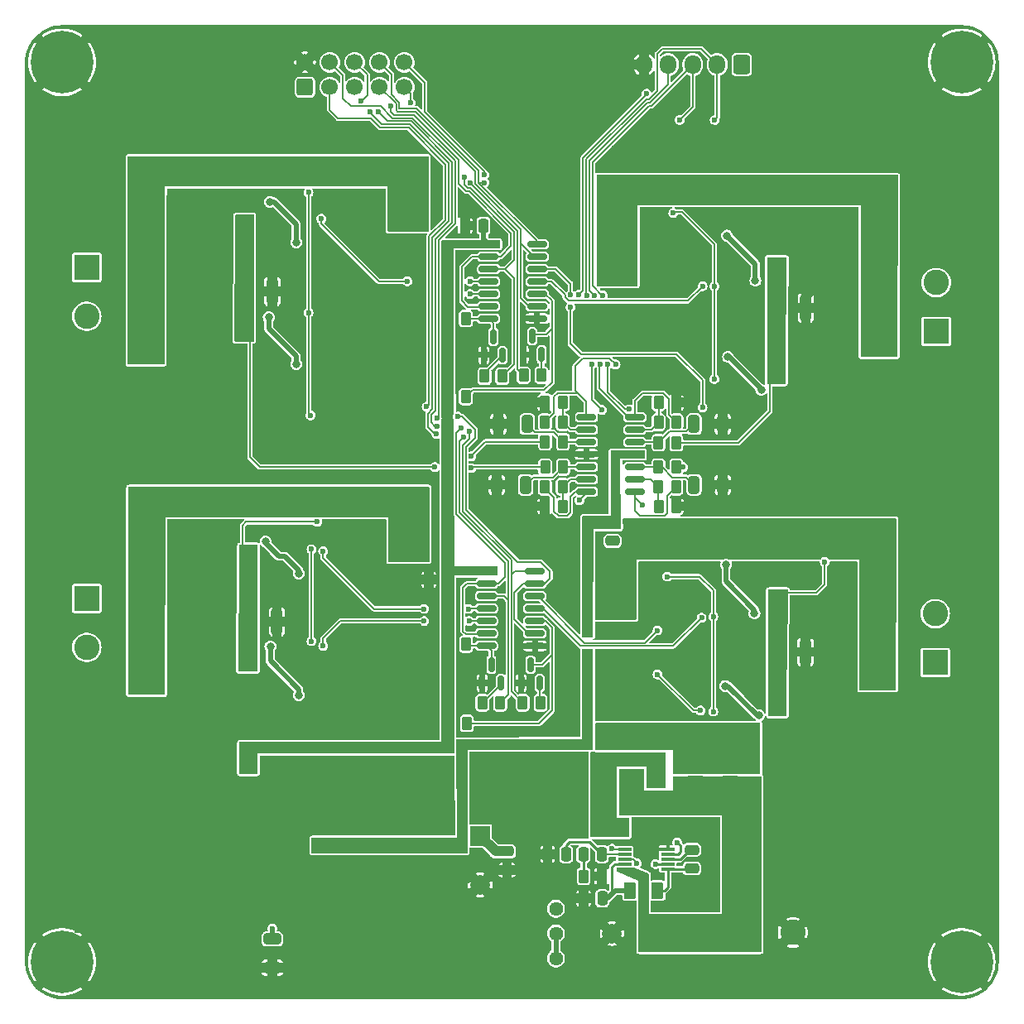
<source format=gbr>
%TF.GenerationSoftware,KiCad,Pcbnew,7.0.1*%
%TF.CreationDate,2023-04-06T21:05:58+02:00*%
%TF.ProjectId,Scout_Robot_Motor_Driver,53636f75-745f-4526-9f62-6f745f4d6f74,rev?*%
%TF.SameCoordinates,Original*%
%TF.FileFunction,Copper,L2,Bot*%
%TF.FilePolarity,Positive*%
%FSLAX46Y46*%
G04 Gerber Fmt 4.6, Leading zero omitted, Abs format (unit mm)*
G04 Created by KiCad (PCBNEW 7.0.1) date 2023-04-06 21:05:58*
%MOMM*%
%LPD*%
G01*
G04 APERTURE LIST*
G04 Aperture macros list*
%AMRoundRect*
0 Rectangle with rounded corners*
0 $1 Rounding radius*
0 $2 $3 $4 $5 $6 $7 $8 $9 X,Y pos of 4 corners*
0 Add a 4 corners polygon primitive as box body*
4,1,4,$2,$3,$4,$5,$6,$7,$8,$9,$2,$3,0*
0 Add four circle primitives for the rounded corners*
1,1,$1+$1,$2,$3*
1,1,$1+$1,$4,$5*
1,1,$1+$1,$6,$7*
1,1,$1+$1,$8,$9*
0 Add four rect primitives between the rounded corners*
20,1,$1+$1,$2,$3,$4,$5,0*
20,1,$1+$1,$4,$5,$6,$7,0*
20,1,$1+$1,$6,$7,$8,$9,0*
20,1,$1+$1,$8,$9,$2,$3,0*%
%AMFreePoly0*
4,1,19,0.500000,-0.750000,0.000000,-0.750000,0.000000,-0.744911,-0.071157,-0.744911,-0.207708,-0.704816,-0.327430,-0.627875,-0.420627,-0.520320,-0.479746,-0.390866,-0.500000,-0.250000,-0.500000,0.250000,-0.479746,0.390866,-0.420627,0.520320,-0.327430,0.627875,-0.207708,0.704816,-0.071157,0.744911,0.000000,0.744911,0.000000,0.750000,0.500000,0.750000,0.500000,-0.750000,0.500000,-0.750000,
$1*%
%AMFreePoly1*
4,1,19,0.000000,0.744911,0.071157,0.744911,0.207708,0.704816,0.327430,0.627875,0.420627,0.520320,0.479746,0.390866,0.500000,0.250000,0.500000,-0.250000,0.479746,-0.390866,0.420627,-0.520320,0.327430,-0.627875,0.207708,-0.704816,0.071157,-0.744911,0.000000,-0.744911,0.000000,-0.750000,-0.500000,-0.750000,-0.500000,0.750000,0.000000,0.750000,0.000000,0.744911,0.000000,0.744911,
$1*%
G04 Aperture macros list end*
%TA.AperFunction,ComponentPad*%
%ADD10R,2.000000X2.000000*%
%TD*%
%TA.AperFunction,ComponentPad*%
%ADD11C,2.000000*%
%TD*%
%TA.AperFunction,ComponentPad*%
%ADD12C,0.800000*%
%TD*%
%TA.AperFunction,ComponentPad*%
%ADD13C,6.400000*%
%TD*%
%TA.AperFunction,ComponentPad*%
%ADD14R,2.600000X2.600000*%
%TD*%
%TA.AperFunction,ComponentPad*%
%ADD15C,2.600000*%
%TD*%
%TA.AperFunction,ComponentPad*%
%ADD16RoundRect,0.250000X0.600000X0.725000X-0.600000X0.725000X-0.600000X-0.725000X0.600000X-0.725000X0*%
%TD*%
%TA.AperFunction,ComponentPad*%
%ADD17O,1.700000X1.950000*%
%TD*%
%TA.AperFunction,ComponentPad*%
%ADD18RoundRect,0.250000X0.600000X-0.600000X0.600000X0.600000X-0.600000X0.600000X-0.600000X-0.600000X0*%
%TD*%
%TA.AperFunction,ComponentPad*%
%ADD19C,1.700000*%
%TD*%
%TA.AperFunction,ComponentPad*%
%ADD20C,1.440000*%
%TD*%
%TA.AperFunction,SMDPad,CuDef*%
%ADD21RoundRect,0.250000X0.262500X0.450000X-0.262500X0.450000X-0.262500X-0.450000X0.262500X-0.450000X0*%
%TD*%
%TA.AperFunction,SMDPad,CuDef*%
%ADD22R,1.400000X0.300000*%
%TD*%
%TA.AperFunction,SMDPad,CuDef*%
%ADD23RoundRect,0.150000X0.150000X-0.587500X0.150000X0.587500X-0.150000X0.587500X-0.150000X-0.587500X0*%
%TD*%
%TA.AperFunction,SMDPad,CuDef*%
%ADD24RoundRect,0.250000X-0.650000X0.325000X-0.650000X-0.325000X0.650000X-0.325000X0.650000X0.325000X0*%
%TD*%
%TA.AperFunction,SMDPad,CuDef*%
%ADD25RoundRect,0.250000X0.375000X0.625000X-0.375000X0.625000X-0.375000X-0.625000X0.375000X-0.625000X0*%
%TD*%
%TA.AperFunction,SMDPad,CuDef*%
%ADD26RoundRect,0.250000X-0.262500X-0.450000X0.262500X-0.450000X0.262500X0.450000X-0.262500X0.450000X0*%
%TD*%
%TA.AperFunction,SMDPad,CuDef*%
%ADD27RoundRect,0.150000X0.825000X0.150000X-0.825000X0.150000X-0.825000X-0.150000X0.825000X-0.150000X0*%
%TD*%
%TA.AperFunction,SMDPad,CuDef*%
%ADD28RoundRect,0.250000X-0.312500X-1.075000X0.312500X-1.075000X0.312500X1.075000X-0.312500X1.075000X0*%
%TD*%
%TA.AperFunction,SMDPad,CuDef*%
%ADD29FreePoly0,90.000000*%
%TD*%
%TA.AperFunction,SMDPad,CuDef*%
%ADD30FreePoly1,90.000000*%
%TD*%
%TA.AperFunction,SMDPad,CuDef*%
%ADD31RoundRect,0.250000X-0.325000X-0.650000X0.325000X-0.650000X0.325000X0.650000X-0.325000X0.650000X0*%
%TD*%
%TA.AperFunction,SMDPad,CuDef*%
%ADD32RoundRect,0.250000X0.250000X0.475000X-0.250000X0.475000X-0.250000X-0.475000X0.250000X-0.475000X0*%
%TD*%
%TA.AperFunction,SMDPad,CuDef*%
%ADD33RoundRect,0.250000X0.325000X0.650000X-0.325000X0.650000X-0.325000X-0.650000X0.325000X-0.650000X0*%
%TD*%
%TA.AperFunction,SMDPad,CuDef*%
%ADD34RoundRect,0.250000X-0.475000X0.250000X-0.475000X-0.250000X0.475000X-0.250000X0.475000X0.250000X0*%
%TD*%
%TA.AperFunction,SMDPad,CuDef*%
%ADD35RoundRect,0.250000X0.475000X-0.250000X0.475000X0.250000X-0.475000X0.250000X-0.475000X-0.250000X0*%
%TD*%
%TA.AperFunction,ViaPad*%
%ADD36C,0.600000*%
%TD*%
%TA.AperFunction,ViaPad*%
%ADD37C,0.800000*%
%TD*%
%TA.AperFunction,Conductor*%
%ADD38C,0.127000*%
%TD*%
%TA.AperFunction,Conductor*%
%ADD39C,1.016000*%
%TD*%
%TA.AperFunction,Conductor*%
%ADD40C,0.508000*%
%TD*%
%TA.AperFunction,Conductor*%
%ADD41C,0.254000*%
%TD*%
%TA.AperFunction,Conductor*%
%ADD42C,0.250000*%
%TD*%
G04 APERTURE END LIST*
D10*
%TO.P,C29,1*%
%TO.N,VD*%
X208750000Y-126132323D03*
D11*
%TO.P,C29,2*%
%TO.N,GND*%
X208750000Y-131132323D03*
%TD*%
D10*
%TO.P,C36,1*%
%TO.N,VCC*%
X227250000Y-136100000D03*
D11*
%TO.P,C36,2*%
%TO.N,GND*%
X222250000Y-136100000D03*
%TD*%
D12*
%TO.P,H3,1,1*%
%TO.N,GND*%
X166000000Y-136600000D03*
X167697056Y-140697056D03*
X167697056Y-137302944D03*
X168400000Y-139000000D03*
D13*
X166000000Y-139000000D03*
D12*
X166000000Y-141400000D03*
X164302944Y-137302944D03*
X164302944Y-140697056D03*
X163600000Y-139000000D03*
%TD*%
D14*
%TO.P,J1,1,Pin_1*%
%TO.N,/H_Bridges/MOT_A_2*%
X168524197Y-67965000D03*
D15*
%TO.P,J1,2,Pin_2*%
%TO.N,/H_Bridges/MOT_A_1*%
X168524197Y-72965000D03*
%TD*%
D14*
%TO.P,J6,1,Pin_1*%
%TO.N,VCC*%
X235750000Y-136000000D03*
D15*
%TO.P,J6,2,Pin_2*%
%TO.N,GND*%
X240750000Y-136000000D03*
%TD*%
D16*
%TO.P,J7,1,Pin_1*%
%TO.N,MOT_A_CURR_ADC*%
X235500000Y-47220000D03*
D17*
%TO.P,J7,2,Pin_2*%
%TO.N,MOT_B_CURR_ADC*%
X233000000Y-47220000D03*
%TO.P,J7,3,Pin_3*%
%TO.N,MOT_C_CURR_ADC*%
X230500000Y-47220000D03*
%TO.P,J7,4,Pin_4*%
%TO.N,MOT_D_CURR_ADC*%
X228000000Y-47220000D03*
%TO.P,J7,5,Pin_5*%
%TO.N,GND*%
X225500000Y-47220000D03*
%TD*%
D14*
%TO.P,J4,1,Pin_1*%
%TO.N,/H_Bridges/MOT_D_2*%
X255305000Y-108385000D03*
D15*
%TO.P,J4,2,Pin_2*%
%TO.N,/H_Bridges/MOT_D_1*%
X255305000Y-103385000D03*
%TD*%
D18*
%TO.P,J5,1,Pin_1*%
%TO.N,MOT_EN*%
X190840000Y-49540000D03*
D19*
%TO.P,J5,2,Pin_2*%
%TO.N,GND*%
X190840000Y-47000000D03*
%TO.P,J5,3,Pin_3*%
%TO.N,MOT_D_PWM*%
X193380000Y-49540000D03*
%TO.P,J5,4,Pin_4*%
%TO.N,MOT_D_DIR*%
X193380000Y-47000000D03*
%TO.P,J5,5,Pin_5*%
%TO.N,MOT_C_PWM*%
X195920000Y-49540000D03*
%TO.P,J5,6,Pin_6*%
%TO.N,MOT_C_DIR*%
X195920000Y-47000000D03*
%TO.P,J5,7,Pin_7*%
%TO.N,MOT_B_PWM*%
X198460000Y-49540000D03*
%TO.P,J5,8,Pin_8*%
%TO.N,MOT_B_DIR*%
X198460000Y-47000000D03*
%TO.P,J5,9,Pin_9*%
%TO.N,MOT_A_PWM*%
X201000000Y-49540000D03*
%TO.P,J5,10,Pin_10*%
%TO.N,MOT_A_DIR*%
X201000000Y-47000000D03*
%TD*%
D12*
%TO.P,H4,1,1*%
%TO.N,GND*%
X166000000Y-44600000D03*
X167697056Y-48697056D03*
X167697056Y-45302944D03*
X168400000Y-47000000D03*
D13*
X166000000Y-47000000D03*
D12*
X166000000Y-49400000D03*
X164302944Y-45302944D03*
X164302944Y-48697056D03*
X163600000Y-47000000D03*
%TD*%
%TO.P,H2,1,1*%
%TO.N,GND*%
X258000000Y-136600000D03*
X259697056Y-140697056D03*
X259697056Y-137302944D03*
X260400000Y-139000000D03*
D13*
X258000000Y-139000000D03*
D12*
X258000000Y-141400000D03*
X256302944Y-137302944D03*
X256302944Y-140697056D03*
X255600000Y-139000000D03*
%TD*%
D20*
%TO.P,RV1,1,1*%
%TO.N,Net-(U12-FB)*%
X216500000Y-138640000D03*
%TO.P,RV1,2,2*%
X216500000Y-136100000D03*
%TO.P,RV1,3,3*%
%TO.N,VD*%
X216500000Y-133560000D03*
%TD*%
D14*
%TO.P,J3,1,Pin_1*%
%TO.N,/H_Bridges/MOT_C_2*%
X168524197Y-101825000D03*
D15*
%TO.P,J3,2,Pin_2*%
%TO.N,/H_Bridges/MOT_C_1*%
X168524197Y-106825000D03*
%TD*%
D12*
%TO.P,H1,1,1*%
%TO.N,GND*%
X258000000Y-44600000D03*
X259697056Y-48697056D03*
X259697056Y-45302944D03*
X260400000Y-47000000D03*
D13*
X258000000Y-47000000D03*
D12*
X258000000Y-49400000D03*
X256302944Y-45302944D03*
X256302944Y-48697056D03*
X255600000Y-47000000D03*
%TD*%
D14*
%TO.P,J2,1,Pin_1*%
%TO.N,/H_Bridges/MOT_B_2*%
X255400000Y-74525000D03*
D15*
%TO.P,J2,2,Pin_2*%
%TO.N,/H_Bridges/MOT_B_1*%
X255400000Y-69525000D03*
%TD*%
D21*
%TO.P,R31,1*%
%TO.N,Net-(U11D-+)*%
X217212500Y-85800000D03*
%TO.P,R31,2*%
%TO.N,/H_Bridges/MOT_C_GND*%
X215387500Y-85800000D03*
%TD*%
D22*
%TO.P,U12,1,VIN*%
%TO.N,VCC*%
X223550000Y-129500000D03*
%TO.P,U12,2,VDD*%
%TO.N,Net-(D25-A)*%
X223550000Y-129000000D03*
%TO.P,U12,3,CS*%
%TO.N,Net-(U12-CS)*%
X223550000Y-128500000D03*
%TO.P,U12,4,COMP/EN*%
%TO.N,Net-(U12-COMP{slash}EN)*%
X223550000Y-128000000D03*
%TO.P,U12,5,FB*%
%TO.N,Net-(U12-FB)*%
X223550000Y-127500000D03*
%TO.P,U12,6,GND*%
%TO.N,GND*%
X227950000Y-127500000D03*
%TO.P,U12,7,LSD*%
%TO.N,Net-(Q13B-G2)*%
X227950000Y-128000000D03*
%TO.P,U12,8,VSW*%
%TO.N,Net-(U12-VSW)*%
X227950000Y-128500000D03*
%TO.P,U12,9,HSD*%
%TO.N,Net-(Q13A-G1)*%
X227950000Y-129000000D03*
%TO.P,U12,10,BST*%
%TO.N,Net-(D25-K)*%
X227950000Y-129500000D03*
%TD*%
D23*
%TO.P,Q7,1,B*%
%TO.N,Net-(Q7-B)*%
X214850000Y-110475000D03*
%TO.P,Q7,2,E*%
%TO.N,GND*%
X212950000Y-110475000D03*
%TO.P,Q7,3,C*%
%TO.N,Net-(Q7-C)*%
X213900000Y-108600000D03*
%TD*%
D24*
%TO.P,C33,1*%
%TO.N,+5V*%
X187500000Y-136650000D03*
%TO.P,C33,2*%
%TO.N,GND*%
X187500000Y-139600000D03*
%TD*%
D25*
%TO.P,D25,1,K*%
%TO.N,Net-(D25-K)*%
X226900000Y-131700000D03*
%TO.P,D25,2,A*%
%TO.N,Net-(D25-A)*%
X224100000Y-131700000D03*
%TD*%
D21*
%TO.P,R36,1*%
%TO.N,GND*%
X228825000Y-92400000D03*
%TO.P,R36,2*%
%TO.N,Net-(U11B--)*%
X227000000Y-92400000D03*
%TD*%
D26*
%TO.P,R33,1*%
%TO.N,GND*%
X215387500Y-92400000D03*
%TO.P,R33,2*%
%TO.N,Net-(U11C--)*%
X217212500Y-92400000D03*
%TD*%
D21*
%TO.P,R41,1*%
%TO.N,GND*%
X221162500Y-130250000D03*
%TO.P,R41,2*%
%TO.N,Net-(C25-Pad2)*%
X219337500Y-130250000D03*
%TD*%
D27*
%TO.P,U11,1*%
%TO.N,MOT_B_CURR_ADC*%
X224575000Y-83290000D03*
%TO.P,U11,2,-*%
%TO.N,Net-(U11A--)*%
X224575000Y-84560000D03*
%TO.P,U11,3,+*%
%TO.N,Net-(U11A-+)*%
X224575000Y-85830000D03*
%TO.P,U11,4,V+*%
%TO.N,+5V*%
X224575000Y-87100000D03*
%TO.P,U11,5,+*%
%TO.N,Net-(U11B-+)*%
X224575000Y-88370000D03*
%TO.P,U11,6,-*%
%TO.N,Net-(U11B--)*%
X224575000Y-89640000D03*
%TO.P,U11,7*%
%TO.N,MOT_D_CURR_ADC*%
X224575000Y-90910000D03*
%TO.P,U11,8*%
%TO.N,MOT_A_CURR_ADC*%
X219625000Y-90910000D03*
%TO.P,U11,9,-*%
%TO.N,Net-(U11C--)*%
X219625000Y-89640000D03*
%TO.P,U11,10,+*%
%TO.N,Net-(U11C-+)*%
X219625000Y-88370000D03*
%TO.P,U11,11,V-*%
%TO.N,GND*%
X219625000Y-87100000D03*
%TO.P,U11,12,+*%
%TO.N,Net-(U11D-+)*%
X219625000Y-85830000D03*
%TO.P,U11,13,-*%
%TO.N,Net-(U11D--)*%
X219625000Y-84560000D03*
%TO.P,U11,14*%
%TO.N,MOT_C_CURR_ADC*%
X219625000Y-83290000D03*
%TD*%
D28*
%TO.P,R26,1*%
%TO.N,/H_Bridges/MOT_A_GND*%
X184575000Y-70400000D03*
%TO.P,R26,2*%
%TO.N,GND*%
X187500000Y-70400000D03*
%TD*%
D29*
%TO.P,JP2,1,A*%
%TO.N,VCC*%
X230750000Y-120500000D03*
D30*
%TO.P,JP2,2,B*%
%TO.N,VD*%
X230750000Y-119200000D03*
%TD*%
D31*
%TO.P,C19,1*%
%TO.N,Net-(U11A-+)*%
X230625000Y-84000000D03*
%TO.P,C19,2*%
%TO.N,GND*%
X233575000Y-84000000D03*
%TD*%
D21*
%TO.P,R38,1*%
%TO.N,Net-(U11D--)*%
X217200000Y-83800000D03*
%TO.P,R38,2*%
%TO.N,MOT_C_CURR_ADC*%
X215375000Y-83800000D03*
%TD*%
D27*
%TO.P,U2,1*%
%TO.N,MOT_B_DIR*%
X214575000Y-65590000D03*
%TO.P,U2,2*%
%TO.N,MOT_B_PWM*%
X214575000Y-66860000D03*
%TO.P,U2,3*%
%TO.N,Net-(U10-IN)*%
X214575000Y-68130000D03*
%TO.P,U2,4*%
%TO.N,Net-(U9-IN)*%
X214575000Y-69400000D03*
%TO.P,U2,5*%
%TO.N,Net-(Q8-C)*%
X214575000Y-70670000D03*
%TO.P,U2,6*%
%TO.N,MOT_B_PWM*%
X214575000Y-71940000D03*
%TO.P,U2,7,VSS*%
%TO.N,GND*%
X214575000Y-73210000D03*
%TO.P,U2,8*%
%TO.N,Net-(Q2-C)*%
X209625000Y-73210000D03*
%TO.P,U2,9*%
%TO.N,MOT_A_PWM*%
X209625000Y-71940000D03*
%TO.P,U2,10*%
%TO.N,Net-(U5-IN)*%
X209625000Y-70670000D03*
%TO.P,U2,11*%
%TO.N,Net-(U6-IN)*%
X209625000Y-69400000D03*
%TO.P,U2,12*%
%TO.N,MOT_A_DIR*%
X209625000Y-68130000D03*
%TO.P,U2,13*%
%TO.N,MOT_A_PWM*%
X209625000Y-66860000D03*
%TO.P,U2,14,VDD*%
%TO.N,+3V3*%
X209625000Y-65590000D03*
%TD*%
D28*
%TO.P,R27,1*%
%TO.N,/H_Bridges/MOT_C_GND*%
X185037500Y-104200000D03*
%TO.P,R27,2*%
%TO.N,GND*%
X187962500Y-104200000D03*
%TD*%
D32*
%TO.P,C10,1*%
%TO.N,+3V3*%
X209100000Y-63700000D03*
%TO.P,C10,2*%
%TO.N,GND*%
X207200000Y-63700000D03*
%TD*%
%TO.P,C26,1*%
%TO.N,Net-(D25-A)*%
X221250000Y-132500000D03*
%TO.P,C26,2*%
%TO.N,GND*%
X219350000Y-132500000D03*
%TD*%
D23*
%TO.P,Q1,1,B*%
%TO.N,Net-(Q1-B)*%
X210850000Y-110475000D03*
%TO.P,Q1,2,E*%
%TO.N,GND*%
X208950000Y-110475000D03*
%TO.P,Q1,3,C*%
%TO.N,Net-(Q1-C)*%
X209900000Y-108600000D03*
%TD*%
D21*
%TO.P,R37,1*%
%TO.N,Net-(U11C--)*%
X217200000Y-90400000D03*
%TO.P,R37,2*%
%TO.N,MOT_A_CURR_ADC*%
X215375000Y-90400000D03*
%TD*%
%TO.P,R2,1*%
%TO.N,MOT_A_DIR*%
X211025000Y-79100000D03*
%TO.P,R2,2*%
%TO.N,Net-(Q2-B)*%
X209200000Y-79100000D03*
%TD*%
D26*
%TO.P,R15,1*%
%TO.N,+3V3*%
X205575000Y-114600000D03*
%TO.P,R15,2*%
%TO.N,Net-(Q7-C)*%
X207400000Y-114600000D03*
%TD*%
D21*
%TO.P,R35,1*%
%TO.N,GND*%
X228825000Y-81800000D03*
%TO.P,R35,2*%
%TO.N,Net-(U11A--)*%
X227000000Y-81800000D03*
%TD*%
D32*
%TO.P,C9,1*%
%TO.N,+3V3*%
X205400000Y-99900000D03*
%TO.P,C9,2*%
%TO.N,GND*%
X203500000Y-99900000D03*
%TD*%
D33*
%TO.P,C20,1*%
%TO.N,Net-(U11C-+)*%
X213400000Y-90200000D03*
%TO.P,C20,2*%
%TO.N,GND*%
X210450000Y-90200000D03*
%TD*%
D34*
%TO.P,C23,1*%
%TO.N,+5V*%
X222300000Y-94050000D03*
%TO.P,C23,2*%
%TO.N,GND*%
X222300000Y-95950000D03*
%TD*%
D32*
%TO.P,C24,1*%
%TO.N,Net-(U12-COMP{slash}EN)*%
X217550000Y-128000000D03*
%TO.P,C24,2*%
%TO.N,GND*%
X215650000Y-128000000D03*
%TD*%
D21*
%TO.P,R30,1*%
%TO.N,Net-(U11C-+)*%
X217225000Y-88400000D03*
%TO.P,R30,2*%
%TO.N,/H_Bridges/MOT_A_GND*%
X215400000Y-88400000D03*
%TD*%
D23*
%TO.P,Q2,1,B*%
%TO.N,Net-(Q2-B)*%
X211050000Y-76937500D03*
%TO.P,Q2,2,E*%
%TO.N,GND*%
X209150000Y-76937500D03*
%TO.P,Q2,3,C*%
%TO.N,Net-(Q2-C)*%
X210100000Y-75062500D03*
%TD*%
D34*
%TO.P,C28,1*%
%TO.N,VD*%
X211500000Y-127700000D03*
%TO.P,C28,2*%
%TO.N,GND*%
X211500000Y-129600000D03*
%TD*%
D26*
%TO.P,R3,1*%
%TO.N,+3V3*%
X205487500Y-106500000D03*
%TO.P,R3,2*%
%TO.N,Net-(Q1-C)*%
X207312500Y-106500000D03*
%TD*%
%TO.P,R40,1*%
%TO.N,Net-(U11B--)*%
X226975000Y-90400000D03*
%TO.P,R40,2*%
%TO.N,MOT_D_CURR_ADC*%
X228800000Y-90400000D03*
%TD*%
D32*
%TO.P,C25,1*%
%TO.N,Net-(U12-COMP{slash}EN)*%
X221200000Y-128000000D03*
%TO.P,C25,2*%
%TO.N,Net-(C25-Pad2)*%
X219300000Y-128000000D03*
%TD*%
D26*
%TO.P,R14,1*%
%TO.N,MOT_B_DIR*%
X213200000Y-79000000D03*
%TO.P,R14,2*%
%TO.N,Net-(Q8-B)*%
X215025000Y-79000000D03*
%TD*%
%TO.P,R29,1*%
%TO.N,Net-(U11A-+)*%
X226987500Y-85900000D03*
%TO.P,R29,2*%
%TO.N,/H_Bridges/MOT_B_GND*%
X228812500Y-85900000D03*
%TD*%
%TO.P,R16,1*%
%TO.N,+3V3*%
X205475000Y-81200000D03*
%TO.P,R16,2*%
%TO.N,Net-(Q8-C)*%
X207300000Y-81200000D03*
%TD*%
D31*
%TO.P,C22,1*%
%TO.N,Net-(U11B-+)*%
X230625000Y-90200000D03*
%TO.P,C22,2*%
%TO.N,GND*%
X233575000Y-90200000D03*
%TD*%
D28*
%TO.P,R25,1*%
%TO.N,/H_Bridges/MOT_B_GND*%
X239137500Y-72100000D03*
%TO.P,R25,2*%
%TO.N,GND*%
X242062500Y-72100000D03*
%TD*%
D26*
%TO.P,R34,1*%
%TO.N,GND*%
X215387500Y-81800000D03*
%TO.P,R34,2*%
%TO.N,Net-(U11D--)*%
X217212500Y-81800000D03*
%TD*%
D33*
%TO.P,C21,1*%
%TO.N,Net-(U11D-+)*%
X213575000Y-84000000D03*
%TO.P,C21,2*%
%TO.N,GND*%
X210625000Y-84000000D03*
%TD*%
D26*
%TO.P,R13,1*%
%TO.N,MOT_D_DIR*%
X213100000Y-112500000D03*
%TO.P,R13,2*%
%TO.N,Net-(Q7-B)*%
X214925000Y-112500000D03*
%TD*%
D21*
%TO.P,R1,1*%
%TO.N,MOT_C_DIR*%
X210800000Y-112500000D03*
%TO.P,R1,2*%
%TO.N,Net-(Q1-B)*%
X208975000Y-112500000D03*
%TD*%
D27*
%TO.P,U1,1*%
%TO.N,MOT_D_DIR*%
X214350000Y-99050000D03*
%TO.P,U1,2*%
%TO.N,MOT_D_PWM*%
X214350000Y-100320000D03*
%TO.P,U1,3*%
%TO.N,Net-(U8-IN)*%
X214350000Y-101590000D03*
%TO.P,U1,4*%
%TO.N,Net-(U7-IN)*%
X214350000Y-102860000D03*
%TO.P,U1,5*%
%TO.N,Net-(Q7-C)*%
X214350000Y-104130000D03*
%TO.P,U1,6*%
%TO.N,MOT_D_PWM*%
X214350000Y-105400000D03*
%TO.P,U1,7,VSS*%
%TO.N,GND*%
X214350000Y-106670000D03*
%TO.P,U1,8*%
%TO.N,Net-(Q1-C)*%
X209400000Y-106670000D03*
%TO.P,U1,9*%
%TO.N,MOT_C_PWM*%
X209400000Y-105400000D03*
%TO.P,U1,10*%
%TO.N,Net-(U3-IN)*%
X209400000Y-104130000D03*
%TO.P,U1,11*%
%TO.N,Net-(U4-IN)*%
X209400000Y-102860000D03*
%TO.P,U1,12*%
%TO.N,MOT_C_DIR*%
X209400000Y-101590000D03*
%TO.P,U1,13*%
%TO.N,MOT_C_PWM*%
X209400000Y-100320000D03*
%TO.P,U1,14,VDD*%
%TO.N,+3V3*%
X209400000Y-99050000D03*
%TD*%
D26*
%TO.P,R4,1*%
%TO.N,+3V3*%
X205475000Y-73200000D03*
%TO.P,R4,2*%
%TO.N,Net-(Q2-C)*%
X207300000Y-73200000D03*
%TD*%
D29*
%TO.P,JP1,1,A*%
%TO.N,VCC*%
X234300000Y-120500000D03*
D30*
%TO.P,JP1,2,B*%
%TO.N,VD*%
X234300000Y-119200000D03*
%TD*%
D35*
%TO.P,C27,1*%
%TO.N,Net-(D25-K)*%
X230400000Y-129450000D03*
%TO.P,C27,2*%
%TO.N,Net-(U12-VSW)*%
X230400000Y-127550000D03*
%TD*%
D26*
%TO.P,R32,1*%
%TO.N,Net-(U11B-+)*%
X226987500Y-88400000D03*
%TO.P,R32,2*%
%TO.N,/H_Bridges/MOT_D_GND*%
X228812500Y-88400000D03*
%TD*%
D23*
%TO.P,Q8,1,B*%
%TO.N,Net-(Q8-B)*%
X215050000Y-76875000D03*
%TO.P,Q8,2,E*%
%TO.N,GND*%
X213150000Y-76875000D03*
%TO.P,Q8,3,C*%
%TO.N,Net-(Q8-C)*%
X214100000Y-75000000D03*
%TD*%
D28*
%TO.P,R28,1*%
%TO.N,/H_Bridges/MOT_D_GND*%
X239100000Y-107300000D03*
%TO.P,R28,2*%
%TO.N,GND*%
X242025000Y-107300000D03*
%TD*%
D26*
%TO.P,R39,1*%
%TO.N,Net-(U11A--)*%
X227000000Y-83800000D03*
%TO.P,R39,2*%
%TO.N,MOT_B_CURR_ADC*%
X228825000Y-83800000D03*
%TD*%
D36*
%TO.N,GND*%
X207210000Y-79760000D03*
X207150000Y-78830000D03*
X207130000Y-77530000D03*
X204340000Y-59350000D03*
X204340000Y-58210000D03*
X252500000Y-140750000D03*
X247500000Y-140750000D03*
X242500000Y-140750000D03*
X237500000Y-140750000D03*
X177500000Y-140750000D03*
X172500000Y-140750000D03*
X252500000Y-135750000D03*
X247500000Y-135750000D03*
X242500000Y-135750000D03*
X212500000Y-135750000D03*
X207500000Y-135750000D03*
X202500000Y-135750000D03*
X197500000Y-135750000D03*
X192500000Y-135750000D03*
X177500000Y-135750000D03*
X172500000Y-135750000D03*
X167500000Y-135750000D03*
X162500000Y-135750000D03*
X257500000Y-130750000D03*
X252500000Y-130750000D03*
X247500000Y-130750000D03*
X242500000Y-130750000D03*
X232500000Y-130750000D03*
X217500000Y-130750000D03*
X212500000Y-130750000D03*
X207500000Y-130750000D03*
X202500000Y-130750000D03*
X197500000Y-130750000D03*
X192500000Y-130750000D03*
X182500000Y-130750000D03*
X177500000Y-130750000D03*
X172500000Y-130750000D03*
X167500000Y-130750000D03*
X162500000Y-130750000D03*
X257500000Y-125750000D03*
X252500000Y-125750000D03*
X247500000Y-125750000D03*
X242500000Y-125750000D03*
X232500000Y-125750000D03*
X217500000Y-125750000D03*
X202500000Y-125750000D03*
X197500000Y-125750000D03*
X192500000Y-125750000D03*
X182500000Y-125750000D03*
X177500000Y-125750000D03*
X172500000Y-125750000D03*
X167500000Y-125750000D03*
X162500000Y-125750000D03*
X257500000Y-120750000D03*
X252500000Y-120750000D03*
X247500000Y-120750000D03*
X242500000Y-120750000D03*
X217500000Y-120750000D03*
X202500000Y-120750000D03*
X197500000Y-120750000D03*
X187500000Y-120750000D03*
X172500000Y-120750000D03*
X167500000Y-120750000D03*
X162500000Y-120750000D03*
X257500000Y-115750000D03*
X252500000Y-115750000D03*
X247500000Y-115750000D03*
X242500000Y-115750000D03*
X202500000Y-115750000D03*
X197500000Y-115750000D03*
X182500000Y-115750000D03*
X177500000Y-115750000D03*
X172500000Y-115750000D03*
X167500000Y-115750000D03*
X162500000Y-115750000D03*
X252500000Y-110750000D03*
X237500000Y-110750000D03*
X222500000Y-110750000D03*
X217500000Y-110750000D03*
X197500000Y-110750000D03*
X192500000Y-110750000D03*
X167500000Y-110750000D03*
X162500000Y-110750000D03*
X252500000Y-105750000D03*
X242500000Y-105750000D03*
X227500000Y-105750000D03*
X222500000Y-105750000D03*
X202500000Y-105750000D03*
X197500000Y-105750000D03*
X177500000Y-105750000D03*
X162500000Y-105750000D03*
X237500000Y-100750000D03*
X202500000Y-100750000D03*
X197500000Y-100750000D03*
X162500000Y-100750000D03*
X257500000Y-95750000D03*
X252500000Y-95750000D03*
X222500000Y-95750000D03*
X217500000Y-95750000D03*
X177500000Y-95750000D03*
X167500000Y-95750000D03*
X162500000Y-95750000D03*
X257500000Y-90750000D03*
X252500000Y-90750000D03*
X247500000Y-90750000D03*
X242500000Y-90750000D03*
X237500000Y-90750000D03*
X232500000Y-90750000D03*
X167500000Y-90750000D03*
X162500000Y-90750000D03*
X257500000Y-85750000D03*
X252500000Y-85750000D03*
X247500000Y-85750000D03*
X242500000Y-85750000D03*
X237500000Y-85750000D03*
X222500000Y-85750000D03*
X202500000Y-85750000D03*
X197500000Y-85750000D03*
X192500000Y-85750000D03*
X187500000Y-85750000D03*
X182500000Y-85750000D03*
X177500000Y-85750000D03*
X172500000Y-85750000D03*
X167500000Y-85750000D03*
X162500000Y-85750000D03*
X257500000Y-80750000D03*
X252500000Y-80750000D03*
X247500000Y-80750000D03*
X202500000Y-80750000D03*
X197500000Y-80750000D03*
X187500000Y-80750000D03*
X177500000Y-80750000D03*
X172500000Y-80750000D03*
X167500000Y-80750000D03*
X162500000Y-80750000D03*
X252500000Y-75750000D03*
X227500000Y-75750000D03*
X222500000Y-75750000D03*
X192500000Y-75750000D03*
X162500000Y-75750000D03*
X252500000Y-70750000D03*
X242500000Y-70750000D03*
X227500000Y-70750000D03*
X222500000Y-70750000D03*
X192500000Y-70750000D03*
X177500000Y-70750000D03*
X162500000Y-70750000D03*
X257500000Y-65750000D03*
X252500000Y-65750000D03*
X202500000Y-65750000D03*
X197500000Y-65750000D03*
X162500000Y-65750000D03*
X257500000Y-60750000D03*
X252500000Y-60750000D03*
X217500000Y-60750000D03*
X177500000Y-60750000D03*
X167500000Y-60750000D03*
X162500000Y-60750000D03*
X257500000Y-55750000D03*
X252500000Y-55750000D03*
X247500000Y-55750000D03*
X242500000Y-55750000D03*
X237500000Y-55750000D03*
X227500000Y-55750000D03*
X222500000Y-55750000D03*
X217500000Y-55750000D03*
X212500000Y-55750000D03*
X202500000Y-55750000D03*
X197500000Y-55750000D03*
X192500000Y-55750000D03*
X187500000Y-55750000D03*
X182500000Y-55750000D03*
X177500000Y-55750000D03*
X172500000Y-55750000D03*
X167500000Y-55750000D03*
X162500000Y-55750000D03*
X257500000Y-50750000D03*
X252500000Y-50750000D03*
X247500000Y-50750000D03*
X242500000Y-50750000D03*
X237500000Y-50750000D03*
X222500000Y-50750000D03*
X217500000Y-50750000D03*
X212500000Y-50750000D03*
X207500000Y-50750000D03*
X192500000Y-50750000D03*
X187500000Y-50750000D03*
X182500000Y-50750000D03*
X177500000Y-50750000D03*
X172500000Y-50750000D03*
X167500000Y-50750000D03*
X162500000Y-50750000D03*
X252500000Y-45750000D03*
X247500000Y-45750000D03*
X242500000Y-45750000D03*
X237500000Y-45750000D03*
X232500000Y-45750000D03*
X222500000Y-45750000D03*
X217500000Y-45750000D03*
X212500000Y-45750000D03*
X207500000Y-45750000D03*
X202500000Y-45750000D03*
X197500000Y-45750000D03*
X192500000Y-45750000D03*
X187500000Y-45750000D03*
X182500000Y-45750000D03*
X177500000Y-45750000D03*
X172500000Y-45750000D03*
%TO.N,VD*%
X221100002Y-67000000D03*
X222166668Y-67000000D03*
X173250000Y-99550000D03*
X226000000Y-116000000D03*
X221000000Y-116000000D03*
X222000000Y-115000000D03*
X221000002Y-102750000D03*
X224300000Y-66150000D03*
X174166666Y-99550000D03*
X221000000Y-115000000D03*
X223133334Y-100200000D03*
X248023076Y-110750000D03*
X200900000Y-94950000D03*
X201933332Y-63900000D03*
X175900000Y-66900000D03*
X176000000Y-77500000D03*
X176000000Y-110050000D03*
X201966666Y-97500000D03*
X223233334Y-67850000D03*
X221100002Y-66150000D03*
X250050000Y-66250000D03*
X201966666Y-95800000D03*
X223133334Y-103600000D03*
X201966666Y-94100000D03*
X174166666Y-77500000D03*
X227000000Y-117000000D03*
X223000000Y-115000000D03*
X250966666Y-65000000D03*
X226000000Y-115000000D03*
X249033334Y-66250000D03*
X199800000Y-61350000D03*
X250773076Y-109500000D03*
X201933332Y-61350000D03*
X199800000Y-63900000D03*
X221000002Y-103600000D03*
X176000000Y-100800000D03*
X248216666Y-66250000D03*
X224200000Y-101900000D03*
X248023076Y-109500000D03*
X202999998Y-63900000D03*
X203033332Y-95800000D03*
X223133334Y-101050000D03*
X223233334Y-66150000D03*
X224300000Y-67000000D03*
X200900000Y-97500000D03*
X221000002Y-101900000D03*
X249133334Y-65000000D03*
X199833334Y-96650000D03*
X200866666Y-63050000D03*
X250916666Y-75450000D03*
X225000000Y-115000000D03*
X250000000Y-75450000D03*
X223233334Y-67000000D03*
X201966666Y-96650000D03*
X199800000Y-62200000D03*
X203033332Y-94100000D03*
X248166666Y-75450000D03*
X248939744Y-109500000D03*
X201933332Y-60500000D03*
X174166666Y-110050000D03*
X250966666Y-66250000D03*
X222066668Y-101900000D03*
X175083332Y-76250000D03*
X223000000Y-116000000D03*
X225000000Y-117000000D03*
X224000000Y-115000000D03*
X202999998Y-60500000D03*
X249083334Y-75450000D03*
X221100002Y-68700000D03*
X201933332Y-62200000D03*
X227000000Y-116000000D03*
X222166668Y-69550000D03*
X248216666Y-65000000D03*
X224300000Y-68700000D03*
X174066666Y-66900000D03*
X199833334Y-94950000D03*
X249856410Y-109500000D03*
X248995865Y-98850000D03*
X248079197Y-100100000D03*
X174066666Y-65650000D03*
X224200000Y-102750000D03*
X224200000Y-103600000D03*
X176000000Y-99550000D03*
X227000000Y-115000000D03*
X203033332Y-96650000D03*
X225000000Y-116000000D03*
X173150000Y-65650000D03*
X250000000Y-76700000D03*
X250829197Y-98850000D03*
X222166668Y-67850000D03*
X174983332Y-66900000D03*
X200900000Y-95800000D03*
X203033332Y-97500000D03*
X221000000Y-117000000D03*
X250773076Y-110750000D03*
X224300000Y-67850000D03*
X222000000Y-117000000D03*
X175083332Y-111300000D03*
X200866666Y-62200000D03*
X173150000Y-66900000D03*
X201933332Y-63050000D03*
X222066668Y-100200000D03*
X223233334Y-69550000D03*
X224300000Y-69550000D03*
X200900000Y-96650000D03*
X222000000Y-116000000D03*
X249912531Y-98850000D03*
X222166668Y-66150000D03*
X221000002Y-101050000D03*
X199800000Y-60500000D03*
X175083332Y-99550000D03*
X223233334Y-68700000D03*
X199800000Y-63050000D03*
X248983334Y-76700000D03*
X250829197Y-100100000D03*
X224000000Y-116000000D03*
X249912531Y-100100000D03*
X222066668Y-103600000D03*
X248079197Y-98850000D03*
X200866666Y-63900000D03*
X250916666Y-76700000D03*
X174166666Y-76250000D03*
X173250000Y-76250000D03*
X223133334Y-101900000D03*
X223133334Y-102750000D03*
X175083332Y-110050000D03*
X221000002Y-100200000D03*
X223000000Y-117000000D03*
X174166666Y-111300000D03*
X173250000Y-100800000D03*
X222066668Y-102750000D03*
X226000000Y-117000000D03*
X174166666Y-100800000D03*
X200900000Y-94100000D03*
X173250000Y-110050000D03*
X175900000Y-65650000D03*
X248895865Y-100100000D03*
X202999998Y-63050000D03*
X175083332Y-77500000D03*
X250050000Y-65000000D03*
X199833334Y-95800000D03*
X222166668Y-68700000D03*
X200866666Y-60500000D03*
X173250000Y-111300000D03*
X199833334Y-94100000D03*
X176000000Y-111300000D03*
X176000000Y-76250000D03*
X201966666Y-94950000D03*
X249856410Y-110750000D03*
X224200000Y-100200000D03*
X202999998Y-62200000D03*
X175083332Y-100800000D03*
X248839744Y-110750000D03*
X224200000Y-101050000D03*
X203033332Y-94950000D03*
X224000000Y-117000000D03*
X199833334Y-97500000D03*
X200866666Y-61350000D03*
X221100002Y-67850000D03*
X173250000Y-77500000D03*
X174983332Y-65650000D03*
X248166666Y-76700000D03*
X202999998Y-61350000D03*
X221100002Y-69550000D03*
X222066668Y-101050000D03*
%TO.N,GND*%
X225600000Y-128000000D03*
X226600000Y-128000000D03*
X225600000Y-127000000D03*
X226600000Y-127000000D03*
%TO.N,+3V3*%
X185600000Y-117000000D03*
X185600000Y-119400000D03*
X184500000Y-118200000D03*
X184500000Y-119400000D03*
X184500000Y-117000000D03*
X185600000Y-118200000D03*
%TO.N,+5V*%
X191950000Y-127550000D03*
X219750000Y-107300000D03*
X187500000Y-135600000D03*
X194283332Y-127550000D03*
X194283332Y-126650000D03*
X219750000Y-104550000D03*
X193116666Y-126650000D03*
X219750000Y-108150000D03*
X195450000Y-127550000D03*
X193116666Y-127550000D03*
X195450000Y-126650000D03*
X191950000Y-126650000D03*
X219750000Y-105400000D03*
%TO.N,VCC*%
X235392500Y-131352500D03*
X232392500Y-123352500D03*
X234392500Y-122352500D03*
X235392500Y-126352500D03*
X235392500Y-132352500D03*
X227392500Y-122352500D03*
X224400000Y-123400000D03*
X230392500Y-122352500D03*
X235392500Y-122352500D03*
X227392500Y-123352500D03*
X230500000Y-137500000D03*
X225392500Y-122352500D03*
X228392500Y-122352500D03*
X234392500Y-125352500D03*
X236392500Y-124352500D03*
X226392500Y-123352500D03*
X234392500Y-132352500D03*
X232500000Y-136500000D03*
X236392500Y-131352500D03*
X226392500Y-122352500D03*
X230392500Y-123352500D03*
X236392500Y-132352500D03*
X228392500Y-123352500D03*
X225392500Y-123352500D03*
X232500000Y-135500000D03*
X230500000Y-134600000D03*
X236392500Y-122352500D03*
X235392500Y-128352500D03*
X233392500Y-123352500D03*
X230500000Y-136500000D03*
X230500000Y-135500000D03*
X232500000Y-134600000D03*
X236392500Y-128352500D03*
X232392500Y-122352500D03*
X234392500Y-129352500D03*
X223400000Y-123400000D03*
X234392500Y-130352500D03*
X236392500Y-133352500D03*
X235392500Y-123352500D03*
X231392500Y-123352500D03*
X234392500Y-123352500D03*
X234392500Y-124352500D03*
X236392500Y-126352500D03*
X232500000Y-137500000D03*
X231500000Y-137500000D03*
X231392500Y-122352500D03*
X229392500Y-123352500D03*
X233392500Y-122352500D03*
X235392500Y-127352500D03*
X236392500Y-130352500D03*
X235392500Y-124352500D03*
X236392500Y-127352500D03*
X236392500Y-123352500D03*
X235392500Y-130352500D03*
X231500000Y-136500000D03*
X234392500Y-126352500D03*
X231500000Y-135500000D03*
X223392500Y-122352500D03*
X236392500Y-129352500D03*
X235392500Y-133352500D03*
X224392500Y-122352500D03*
X234392500Y-128352500D03*
X231500000Y-134600000D03*
X235392500Y-129352500D03*
X234392500Y-133352500D03*
X229392500Y-122352500D03*
X234392500Y-127352500D03*
X234392500Y-131352500D03*
X235392500Y-125352500D03*
X236392500Y-125352500D03*
D37*
%TO.N,Net-(D6-K)*%
X190195000Y-111725000D03*
X187295000Y-106725000D03*
%TO.N,Net-(D8-K)*%
X186795000Y-96025000D03*
X190195000Y-99278500D03*
%TO.N,Net-(D10-K)*%
X189929197Y-77865000D03*
X187129197Y-73065000D03*
%TO.N,Net-(D12-K)*%
X189929197Y-65418500D03*
X187229197Y-61265000D03*
%TO.N,Net-(D18-K)*%
X236805000Y-103385000D03*
X233905000Y-98385000D03*
%TO.N,Net-(D20-K)*%
X233805000Y-110785000D03*
X237305000Y-113785000D03*
%TO.N,Net-(D22-K)*%
X234005000Y-64720000D03*
X236900000Y-69325000D03*
%TO.N,Net-(D24-K)*%
X234100000Y-77125000D03*
X237500000Y-80525000D03*
D36*
%TO.N,MOT_A_PWM*%
X201648102Y-51151898D03*
X199600000Y-51500000D03*
%TO.N,MOT_A_DIR*%
X209155398Y-58507511D03*
X207136565Y-58732768D03*
%TO.N,MOT_B_DIR*%
X207701898Y-59298102D03*
X209200324Y-59305750D03*
%TO.N,MOT_C_PWM*%
X206800000Y-84400000D03*
X198300000Y-52063000D03*
X204306093Y-84200764D03*
%TO.N,MOT_C_DIR*%
X207063000Y-85300000D03*
X196540797Y-50937000D03*
X204285479Y-85000000D03*
X197451898Y-52063000D03*
%TO.N,MOT_D_PWM*%
X203283000Y-82220674D03*
X206474626Y-83237000D03*
%TO.N,MOT_D_DIR*%
X207653945Y-84761495D03*
X204311304Y-83401278D03*
%TO.N,MOT_EN*%
X232600000Y-113400000D03*
X191400000Y-83100000D03*
X228500000Y-62400000D03*
X191200000Y-72600000D03*
X232700000Y-69900000D03*
X232700000Y-79400000D03*
X232600000Y-103700000D03*
X227900000Y-99600000D03*
X191194197Y-60300000D03*
X191500000Y-96800000D03*
X191500000Y-106200000D03*
%TO.N,MOT_A_CURR_ADC*%
X221200000Y-82550000D03*
X220200000Y-77900000D03*
X218900000Y-91800000D03*
X225770674Y-50220674D03*
X218800000Y-70800000D03*
%TO.N,MOT_B_CURR_ADC*%
X219641294Y-70837000D03*
X221000489Y-77902479D03*
X232750000Y-52900000D03*
%TO.N,MOT_C_CURR_ADC*%
X221300000Y-70837000D03*
X229150000Y-52900000D03*
X222601764Y-77899993D03*
%TO.N,MOT_D_CURR_ADC*%
X224000000Y-82490500D03*
X225350000Y-92250000D03*
X221802268Y-77903182D03*
X220440797Y-70837000D03*
%TO.N,Net-(Q13A-S1)*%
X226392500Y-118352500D03*
X221392500Y-125352500D03*
X224392500Y-118352500D03*
X222392500Y-118352500D03*
X225392500Y-118352500D03*
X221392500Y-119352500D03*
X221392500Y-118352500D03*
X222392500Y-125352500D03*
X227392500Y-118352500D03*
X222392500Y-120352500D03*
X222392500Y-119352500D03*
X223392500Y-118352500D03*
%TO.N,/H_Bridges/MOT_C_GND*%
X184450000Y-96800000D03*
X184450000Y-98400000D03*
X192100000Y-94000000D03*
X185600000Y-108900000D03*
X184400000Y-107300000D03*
X185650000Y-96800000D03*
X185600000Y-107300000D03*
X207844000Y-87300000D03*
X185650000Y-98400000D03*
X184400000Y-108900000D03*
%TO.N,/H_Bridges/MOT_A_GND*%
X204100000Y-88400000D03*
X185229197Y-64665000D03*
X207844000Y-88500000D03*
X184129197Y-64665000D03*
X185229197Y-73465000D03*
X184129197Y-75165000D03*
X184129197Y-62965000D03*
X185229197Y-62965000D03*
X185229197Y-75165000D03*
X184129197Y-73465000D03*
%TO.N,/H_Bridges/MOT_D_GND*%
X238550000Y-101250000D03*
X239750000Y-102850000D03*
X239750000Y-113450000D03*
X238550000Y-102850000D03*
X239750000Y-101250000D03*
X229500000Y-88400000D03*
X238550000Y-111850000D03*
X239750000Y-111850000D03*
X238550000Y-113450000D03*
X244000000Y-98100000D03*
%TO.N,/H_Bridges/MOT_B_GND*%
X239650000Y-79500000D03*
X239750000Y-68900000D03*
X239750000Y-67300000D03*
X238450000Y-77900000D03*
X238550000Y-68900000D03*
X238450000Y-79500000D03*
X238550000Y-67300000D03*
X239650000Y-77900000D03*
%TO.N,Net-(Q13A-G1)*%
X226700000Y-129000000D03*
%TO.N,Net-(Q13B-G2)*%
X228900000Y-126800000D03*
%TO.N,Net-(U12-CS)*%
X224749501Y-128922218D03*
%TO.N,Net-(U12-FB)*%
X222250000Y-127437000D03*
%TO.N,Net-(U8-IN)*%
X226900000Y-105100000D03*
X231300000Y-113300000D03*
X226900000Y-109600000D03*
%TO.N,Net-(U7-IN)*%
X231400000Y-103800000D03*
%TO.N,Net-(U3-IN)*%
X192700000Y-106700000D03*
X203030000Y-104130000D03*
X207630000Y-104130000D03*
%TO.N,Net-(U4-IN)*%
X192700000Y-97000000D03*
X203000000Y-102900000D03*
X207600000Y-102900000D03*
%TO.N,Net-(U10-IN)*%
X218000000Y-70800000D03*
X218000000Y-72037000D03*
X231500000Y-82300000D03*
%TO.N,Net-(U9-IN)*%
X231500000Y-69900000D03*
%TO.N,Net-(U5-IN)*%
X207700000Y-70700000D03*
%TO.N,Net-(U6-IN)*%
X207700000Y-69400000D03*
X201300000Y-69400000D03*
X192500000Y-63000000D03*
%TD*%
D38*
%TO.N,/H_Bridges/MOT_D_GND*%
X244000000Y-100400000D02*
X243150000Y-101250000D01*
X244000000Y-98100000D02*
X244000000Y-100400000D01*
X243150000Y-101250000D02*
X239750000Y-101250000D01*
%TO.N,MOT_D_CURR_ADC*%
X221802268Y-80736730D02*
X221802268Y-77903182D01*
X223556038Y-82490500D02*
X221802268Y-80736730D01*
X224000000Y-82490500D02*
X223556038Y-82490500D01*
%TO.N,Net-(U9-IN)*%
X217436500Y-70786500D02*
X217436500Y-71033410D01*
%TO.N,MOT_A_PWM*%
X210840000Y-66860000D02*
X209625000Y-66860000D01*
X211919000Y-65781000D02*
X210840000Y-66860000D01*
X211919000Y-64476394D02*
X211919000Y-65781000D01*
X207631208Y-60188602D02*
X211919000Y-64476394D01*
X207333040Y-60188602D02*
X207631208Y-60188602D01*
X206573065Y-56960409D02*
X206573065Y-59428627D01*
X201982054Y-52369398D02*
X206573065Y-56960409D01*
X199600000Y-52037552D02*
X199931846Y-52369398D01*
X199931846Y-52369398D02*
X201982054Y-52369398D01*
X199600000Y-51500000D02*
X199600000Y-52037552D01*
X206573065Y-59428627D02*
X207333040Y-60188602D01*
%TO.N,MOT_A_DIR*%
X211320000Y-68130000D02*
X209625000Y-68130000D01*
X212246000Y-67204000D02*
X211320000Y-68130000D01*
X207766656Y-59861602D02*
X212246000Y-64340946D01*
X207138398Y-59531512D02*
X207468488Y-59861602D01*
X207136565Y-59062859D02*
X207138398Y-59064692D01*
X207138398Y-59064692D02*
X207138398Y-59531512D01*
X207136565Y-58732768D02*
X207136565Y-59062859D01*
X207468488Y-59861602D02*
X207766656Y-59861602D01*
X212246000Y-64340946D02*
X212246000Y-67204000D01*
%TO.N,MOT_B_DIR*%
X207701898Y-59334396D02*
X212573000Y-64205498D01*
X212573000Y-64205498D02*
X212573000Y-78373000D01*
X212573000Y-78373000D02*
X213200000Y-79000000D01*
X207701898Y-59298102D02*
X207701898Y-59334396D01*
%TO.N,MOT_B_PWM*%
X208265398Y-59435448D02*
X212900000Y-64070050D01*
X200163500Y-51913500D02*
X200292398Y-52042398D01*
X202117502Y-52042398D02*
X208265398Y-58190294D01*
X200163500Y-51243500D02*
X200163500Y-51913500D01*
X208265398Y-58190294D02*
X208265398Y-59435448D01*
X198460000Y-49540000D02*
X200163500Y-51243500D01*
X200292398Y-52042398D02*
X202117502Y-52042398D01*
X212900000Y-64070050D02*
X212900000Y-65474777D01*
%TO.N,MOT_B_DIR*%
X214575000Y-65590000D02*
X214575000Y-65282602D01*
X214575000Y-65282602D02*
X208592398Y-59300000D01*
D39*
%TO.N,VD*%
X211500000Y-127700000D02*
X210317677Y-127700000D01*
X210317677Y-127700000D02*
X208750000Y-126132323D01*
D38*
%TO.N,MOT_B_DIR*%
X199700000Y-48240000D02*
X198460000Y-47000000D01*
X199700000Y-50317552D02*
X199700000Y-48240000D01*
X202252950Y-51715398D02*
X200490500Y-51715398D01*
X200490500Y-51715398D02*
X200490500Y-51108052D01*
X208592398Y-58054846D02*
X202252950Y-51715398D01*
X208592398Y-59300000D02*
X208592398Y-58054846D01*
X200490500Y-51108052D02*
X199700000Y-50317552D01*
D40*
%TO.N,+3V3*%
X209100000Y-65065000D02*
X209625000Y-65590000D01*
X209100000Y-63700000D02*
X209100000Y-65065000D01*
D38*
%TO.N,Net-(U11A-+)*%
X226917500Y-85830000D02*
X226987500Y-85900000D01*
X226987500Y-85900000D02*
X228124000Y-84763500D01*
X228124000Y-84763500D02*
X229861500Y-84763500D01*
X229861500Y-84763500D02*
X230625000Y-84000000D01*
X224575000Y-85830000D02*
X226917500Y-85830000D01*
%TO.N,Net-(U11C-+)*%
X214163500Y-89436500D02*
X213400000Y-90200000D01*
X217225000Y-88400000D02*
X216188500Y-89436500D01*
X216188500Y-89436500D02*
X214163500Y-89436500D01*
X219595000Y-88400000D02*
X219625000Y-88370000D01*
X217225000Y-88400000D02*
X219595000Y-88400000D01*
%TO.N,Net-(U11D-+)*%
X214311500Y-84836500D02*
X216249000Y-84836500D01*
X219595000Y-85800000D02*
X219625000Y-85830000D01*
X213475000Y-84000000D02*
X214311500Y-84836500D01*
X216249000Y-84836500D02*
X217212500Y-85800000D01*
X217212500Y-85800000D02*
X219595000Y-85800000D01*
%TO.N,Net-(U11B-+)*%
X229861500Y-89436500D02*
X230625000Y-90200000D01*
X224605000Y-88400000D02*
X224575000Y-88370000D01*
X226987500Y-88400000D02*
X224605000Y-88400000D01*
X227373801Y-88400000D02*
X228410301Y-89436500D01*
X228410301Y-89436500D02*
X229861500Y-89436500D01*
X226987500Y-88400000D02*
X227373801Y-88400000D01*
D40*
%TO.N,+5V*%
X187500000Y-136650000D02*
X187500000Y-135600000D01*
D41*
%TO.N,Net-(U12-COMP{slash}EN)*%
X217550000Y-128000000D02*
X217550000Y-127050000D01*
D38*
X223550000Y-128000000D02*
X221200000Y-128000000D01*
D41*
X217550000Y-127050000D02*
X217900000Y-126700000D01*
X217900000Y-126700000D02*
X219900000Y-126700000D01*
X219900000Y-126700000D02*
X221200000Y-128000000D01*
D42*
%TO.N,Net-(C25-Pad2)*%
X219337500Y-128037500D02*
X219300000Y-128000000D01*
X219337500Y-130250000D02*
X219337500Y-128037500D01*
D40*
%TO.N,Net-(D25-A)*%
X222550000Y-131700000D02*
X224100000Y-131700000D01*
D41*
X222250000Y-129296000D02*
X222250000Y-132000000D01*
X221750000Y-132500000D02*
X221250000Y-132500000D01*
X222546000Y-129000000D02*
X222250000Y-129296000D01*
D40*
X221750000Y-132500000D02*
X222550000Y-131700000D01*
D41*
X223550000Y-129000000D02*
X222546000Y-129000000D01*
X222250000Y-132000000D02*
X221750000Y-132500000D01*
%TO.N,Net-(D25-K)*%
X227600000Y-131700000D02*
X226900000Y-131700000D01*
X227950000Y-129500000D02*
X230350000Y-129500000D01*
X230350000Y-129500000D02*
X230400000Y-129450000D01*
X227950000Y-131350000D02*
X227600000Y-131700000D01*
X227950000Y-129500000D02*
X227950000Y-131350000D01*
%TO.N,Net-(U12-VSW)*%
X227950000Y-128500000D02*
X229200000Y-128500000D01*
X230150000Y-127550000D02*
X230400000Y-127550000D01*
X229200000Y-128500000D02*
X230150000Y-127550000D01*
D40*
%TO.N,Net-(D6-K)*%
X187295000Y-108225000D02*
X190195000Y-111125000D01*
X187295000Y-106725000D02*
X187295000Y-108225000D01*
X190195000Y-111125000D02*
X190195000Y-111725000D01*
%TO.N,Net-(D8-K)*%
X188795000Y-97525000D02*
X190195000Y-98925000D01*
X186795000Y-96125000D02*
X188195000Y-97525000D01*
X190195000Y-98925000D02*
X190195000Y-99278500D01*
X186795000Y-96025000D02*
X186795000Y-96125000D01*
X188195000Y-97525000D02*
X188795000Y-97525000D01*
%TO.N,Net-(D10-K)*%
X187129197Y-74265000D02*
X187129197Y-73065000D01*
X189929197Y-77065000D02*
X187129197Y-74265000D01*
X189929197Y-77865000D02*
X189929197Y-77065000D01*
%TO.N,Net-(D12-K)*%
X189929197Y-63565000D02*
X187629197Y-61265000D01*
X189929197Y-65418500D02*
X189929197Y-63565000D01*
X187629197Y-61265000D02*
X187229197Y-61265000D01*
%TO.N,Net-(D18-K)*%
X233905000Y-100085000D02*
X236805000Y-102985000D01*
X233905000Y-98385000D02*
X233905000Y-100085000D01*
X236805000Y-102985000D02*
X236805000Y-103385000D01*
%TO.N,Net-(D20-K)*%
X237105000Y-113785000D02*
X237305000Y-113785000D01*
X234105000Y-110785000D02*
X237105000Y-113785000D01*
X233805000Y-110785000D02*
X234105000Y-110785000D01*
%TO.N,Net-(D22-K)*%
X234005000Y-64720000D02*
X236900000Y-67615000D01*
X236900000Y-67615000D02*
X236900000Y-69325000D01*
%TO.N,Net-(D24-K)*%
X234100000Y-77125000D02*
X234200000Y-77125000D01*
X237500000Y-80425000D02*
X237500000Y-80525000D01*
X234200000Y-77125000D02*
X237500000Y-80425000D01*
D38*
%TO.N,MOT_A_PWM*%
X206900000Y-67900000D02*
X207940000Y-66860000D01*
X201648102Y-51151898D02*
X201648102Y-50188102D01*
X207500000Y-72000000D02*
X206900000Y-71400000D01*
X201648102Y-50188102D02*
X201000000Y-49540000D01*
X209565000Y-72000000D02*
X207500000Y-72000000D01*
X206900000Y-71400000D02*
X206900000Y-67900000D01*
X207940000Y-66860000D02*
X209625000Y-66860000D01*
X209625000Y-71940000D02*
X209565000Y-72000000D01*
%TO.N,MOT_A_DIR*%
X209155398Y-58507511D02*
X209155398Y-58155398D01*
X203050000Y-52050000D02*
X203050000Y-49050000D01*
X209155398Y-58155398D02*
X203050000Y-52050000D01*
X211280000Y-68130000D02*
X212246000Y-69096000D01*
X212246000Y-77879000D02*
X211025000Y-79100000D01*
X212246000Y-69096000D02*
X212246000Y-77879000D01*
X209625000Y-68130000D02*
X211280000Y-68130000D01*
X203050000Y-49050000D02*
X201000000Y-47000000D01*
%TO.N,MOT_B_PWM*%
X212900000Y-71100000D02*
X212900000Y-65474777D01*
X212900000Y-65474777D02*
X214285223Y-66860000D01*
X214575000Y-71940000D02*
X213740000Y-71940000D01*
X214285223Y-66860000D02*
X214575000Y-66860000D01*
X213740000Y-71940000D02*
X212900000Y-71100000D01*
%TO.N,MOT_B_DIR*%
X209200324Y-59305750D02*
X209194574Y-59300000D01*
X209194574Y-59300000D02*
X208592398Y-59300000D01*
%TO.N,MOT_C_PWM*%
X201711158Y-53023398D02*
X199260398Y-53023398D01*
X204173000Y-65064552D02*
X205873000Y-63364552D01*
X204100764Y-84200764D02*
X203734099Y-83834099D01*
X207300000Y-105500000D02*
X209300000Y-105500000D01*
X209400000Y-100320000D02*
X207380000Y-100320000D01*
X204306093Y-84200764D02*
X204100764Y-84200764D01*
X204173000Y-82627000D02*
X204173000Y-65064552D01*
X210580000Y-100320000D02*
X209400000Y-100320000D01*
X209300000Y-105500000D02*
X209400000Y-105400000D01*
X207000000Y-105200000D02*
X207300000Y-105500000D01*
X207380000Y-100320000D02*
X207000000Y-100700000D01*
X203734099Y-83065901D02*
X204173000Y-82627000D01*
X205873000Y-57185240D02*
X201711158Y-53023398D01*
X203734099Y-83834099D02*
X203734099Y-83065901D01*
X205873000Y-63364552D02*
X205873000Y-57185240D01*
X206300000Y-84900000D02*
X206300000Y-93184223D01*
X207000000Y-100700000D02*
X207000000Y-105200000D01*
X199260398Y-53023398D02*
X198300000Y-52063000D01*
X206800000Y-84400000D02*
X206300000Y-84900000D01*
X211273000Y-99627000D02*
X210580000Y-100320000D01*
X211273000Y-98157223D02*
X211273000Y-99627000D01*
X206300000Y-93184223D02*
X211273000Y-98157223D01*
%TO.N,MOT_C_DIR*%
X201575710Y-53350398D02*
X198650398Y-53350398D01*
X198400000Y-53096204D02*
X197451898Y-52148102D01*
X198400000Y-53100000D02*
X198400000Y-53096204D01*
X211600000Y-111700000D02*
X211600000Y-102000000D01*
X196540797Y-50937000D02*
X196663000Y-50937000D01*
X203846000Y-82491552D02*
X203846000Y-64929104D01*
X207063000Y-85300000D02*
X206627000Y-85736000D01*
X211600000Y-102000000D02*
X211190000Y-101590000D01*
X206627000Y-93048775D02*
X211600000Y-98021775D01*
X211190000Y-101590000D02*
X209400000Y-101590000D01*
X196663000Y-50937000D02*
X197200000Y-50400000D01*
X205546000Y-63229104D02*
X205546000Y-57320688D01*
X197451898Y-52148102D02*
X197451898Y-52063000D01*
X203400000Y-82937552D02*
X203846000Y-82491552D01*
X211600000Y-98021775D02*
X211600000Y-102000000D01*
X198650398Y-53350398D02*
X198400000Y-53100000D01*
X203846000Y-64929104D02*
X205546000Y-63229104D01*
X204101545Y-85000000D02*
X203400000Y-84298455D01*
X210800000Y-112500000D02*
X211600000Y-111700000D01*
X205546000Y-57320688D02*
X201575710Y-53350398D01*
X204285479Y-85000000D02*
X204101545Y-85000000D01*
X206627000Y-85736000D02*
X206627000Y-93048775D01*
X197200000Y-48280000D02*
X195920000Y-47000000D01*
X203400000Y-84298455D02*
X203400000Y-82937552D01*
X197200000Y-50400000D02*
X197200000Y-48280000D01*
%TO.N,MOT_D_PWM*%
X212600000Y-98100000D02*
X214959777Y-98100000D01*
X215900000Y-99040223D02*
X215900000Y-99800000D01*
X212254000Y-101246000D02*
X212254000Y-103954000D01*
X213700000Y-105400000D02*
X214350000Y-105400000D01*
X208217445Y-84528085D02*
X208217445Y-85404913D01*
X194200000Y-52700000D02*
X193380000Y-51880000D01*
X198514950Y-53677398D02*
X197537552Y-52700000D01*
X212600000Y-98096879D02*
X212600000Y-98100000D01*
X203519000Y-81984674D02*
X203519000Y-64793656D01*
X215380000Y-100320000D02*
X214350000Y-100320000D01*
X193380000Y-51880000D02*
X193380000Y-49540000D01*
X213180000Y-100320000D02*
X212254000Y-101246000D01*
X212254000Y-103954000D02*
X213700000Y-105400000D01*
X205206328Y-63106328D02*
X205206328Y-57443464D01*
X207281000Y-92777879D02*
X212600000Y-98096879D01*
X201440262Y-53677398D02*
X198514950Y-53677398D01*
X203519000Y-64793656D02*
X205206328Y-63106328D01*
X205206328Y-57443464D02*
X201440262Y-53677398D01*
X206926360Y-83237000D02*
X208217445Y-84528085D01*
X203283000Y-82220674D02*
X203519000Y-81984674D01*
X214959777Y-98100000D02*
X215900000Y-99040223D01*
X197537552Y-52700000D02*
X194200000Y-52700000D01*
X215900000Y-99800000D02*
X215380000Y-100320000D01*
X207281000Y-86341358D02*
X207281000Y-92777879D01*
X214350000Y-100320000D02*
X213180000Y-100320000D01*
X208217445Y-85404913D02*
X207281000Y-86341358D01*
X206474626Y-83237000D02*
X206926360Y-83237000D01*
%TO.N,MOT_D_DIR*%
X212277000Y-99050000D02*
X214350000Y-99050000D01*
X195500000Y-51500000D02*
X194700000Y-50700000D01*
X206200000Y-57049792D02*
X201846606Y-52696398D01*
X206954000Y-86205910D02*
X206954000Y-92913327D01*
X206200000Y-63500000D02*
X206200000Y-57049792D01*
X194700000Y-48320000D02*
X193380000Y-47000000D01*
X198600000Y-51500000D02*
X195500000Y-51500000D01*
X211927000Y-111327000D02*
X211927000Y-99400000D01*
X201846606Y-52696398D02*
X199796398Y-52696398D01*
X211927000Y-97886327D02*
X211927000Y-99400000D01*
X207626500Y-85533410D02*
X206954000Y-86205910D01*
X204500000Y-83212582D02*
X204500000Y-65200000D01*
X211927000Y-99400000D02*
X212277000Y-99050000D01*
X207653945Y-85039145D02*
X207626500Y-85066590D01*
X207626500Y-85066590D02*
X207626500Y-85533410D01*
X194700000Y-50700000D02*
X194700000Y-48320000D01*
X204500000Y-65200000D02*
X206200000Y-63500000D01*
X199796398Y-52696398D02*
X198600000Y-51500000D01*
X206954000Y-92913327D02*
X211927000Y-97886327D01*
X204311304Y-83401278D02*
X204500000Y-83212582D01*
X207653945Y-84761495D02*
X207653945Y-85039145D01*
X213100000Y-112500000D02*
X211927000Y-111327000D01*
%TO.N,MOT_EN*%
X191400000Y-83100000D02*
X191200000Y-82900000D01*
X229400000Y-62300000D02*
X228600000Y-62300000D01*
X191500000Y-106200000D02*
X191500000Y-96800000D01*
X191200000Y-60305803D02*
X191200000Y-72600000D01*
X232700000Y-69900000D02*
X232700000Y-65600000D01*
X228600000Y-62300000D02*
X228500000Y-62400000D01*
X231200000Y-99600000D02*
X232600000Y-101000000D01*
X191200000Y-82900000D02*
X191200000Y-72600000D01*
X232700000Y-65600000D02*
X229400000Y-62300000D01*
X232600000Y-101000000D02*
X232600000Y-103700000D01*
X191194197Y-60300000D02*
X191200000Y-60305803D01*
X232700000Y-79400000D02*
X232700000Y-69900000D01*
X227900000Y-99600000D02*
X231200000Y-99600000D01*
X232600000Y-113400000D02*
X232600000Y-103700000D01*
%TO.N,MOT_A_CURR_ADC*%
X216773801Y-93400000D02*
X217651199Y-93400000D01*
X218800000Y-70800000D02*
X219269000Y-70331000D01*
X225800000Y-50250000D02*
X225770674Y-50220674D01*
X219625000Y-91075000D02*
X218900000Y-91800000D01*
X215375000Y-90575000D02*
X216300000Y-91500000D01*
X216300000Y-91500000D02*
X216300000Y-92926199D01*
X217988500Y-91411500D02*
X218490000Y-90910000D01*
X216300000Y-92926199D02*
X216773801Y-93400000D01*
X217988500Y-93062699D02*
X217988500Y-91411500D01*
X220200000Y-81550000D02*
X220200000Y-77900000D01*
X215375000Y-90400000D02*
X215375000Y-90575000D01*
X219269000Y-70331000D02*
X219269000Y-56781000D01*
X219269000Y-56781000D02*
X225800000Y-50250000D01*
X221200000Y-82550000D02*
X220200000Y-81550000D01*
X217651199Y-93400000D02*
X217988500Y-93062699D01*
X218490000Y-90910000D02*
X219625000Y-90910000D01*
X219625000Y-90910000D02*
X219625000Y-91075000D01*
X219700000Y-90985000D02*
X219625000Y-90910000D01*
%TO.N,MOT_B_CURR_ADC*%
X233000000Y-52650000D02*
X233000000Y-47220000D01*
X228049000Y-81400000D02*
X228049000Y-83024000D01*
X224575000Y-83290000D02*
X224575000Y-81625000D01*
X227485500Y-80836500D02*
X228049000Y-81400000D01*
X226850000Y-46150000D02*
X227400000Y-45600000D01*
X226850000Y-49938258D02*
X226850000Y-46150000D01*
X224575000Y-81625000D02*
X225363500Y-80836500D01*
X231380000Y-45600000D02*
X233000000Y-47220000D01*
X219641294Y-70837000D02*
X219596000Y-70791706D01*
X219596000Y-70791706D02*
X219596000Y-56916448D01*
X220950000Y-77952968D02*
X220950000Y-80346910D01*
X232750000Y-52900000D02*
X233000000Y-52650000D01*
X225728274Y-50784174D02*
X226004084Y-50784174D01*
X225363500Y-80836500D02*
X227485500Y-80836500D01*
X227400000Y-45600000D02*
X231380000Y-45600000D01*
X226004084Y-50784174D02*
X226850000Y-49938258D01*
X228049000Y-83024000D02*
X228825000Y-83800000D01*
X221000489Y-77902479D02*
X220950000Y-77952968D01*
X220950000Y-80346910D02*
X223893090Y-83290000D01*
X219596000Y-56916448D02*
X225728274Y-50784174D01*
X223893090Y-83290000D02*
X224575000Y-83290000D01*
%TO.N,MOT_C_CURR_ADC*%
X218727000Y-80827000D02*
X216673000Y-80827000D01*
X222601764Y-77899993D02*
X221972160Y-77270389D01*
X219625000Y-81725000D02*
X218825000Y-80925000D01*
X216300000Y-81200000D02*
X216300000Y-82875000D01*
X216673000Y-80827000D02*
X216300000Y-81200000D01*
X225999170Y-51438174D02*
X226281826Y-51438174D01*
X219625000Y-83290000D02*
X219625000Y-81725000D01*
X218450000Y-80550000D02*
X218825000Y-80925000D01*
X219229611Y-77270389D02*
X218450000Y-78050000D01*
X218450000Y-78050000D02*
X218450000Y-80550000D01*
X229150000Y-52900000D02*
X230500000Y-51550000D01*
X221300000Y-70837000D02*
X221237000Y-70837000D01*
X226281826Y-51438174D02*
X230500000Y-47220000D01*
X220250000Y-57187344D02*
X225999170Y-51438174D01*
X220250000Y-69850000D02*
X220250000Y-57187344D01*
X230500000Y-51550000D02*
X230500000Y-47220000D01*
X221237000Y-70837000D02*
X220250000Y-69850000D01*
X216300000Y-82875000D02*
X215375000Y-83800000D01*
X218825000Y-80925000D02*
X218727000Y-80827000D01*
X221972160Y-77270389D02*
X219229611Y-77270389D01*
%TO.N,MOT_D_CURR_ADC*%
X228000000Y-49250706D02*
X228000000Y-47220000D01*
X227900000Y-93100000D02*
X227900000Y-91300000D01*
X227900000Y-91300000D02*
X228800000Y-90400000D01*
X224575000Y-90910000D02*
X224575000Y-91475000D01*
X224575000Y-92875000D02*
X225063500Y-93363500D01*
X225063500Y-93363500D02*
X227636500Y-93363500D01*
X224575000Y-90910000D02*
X224575000Y-92875000D01*
X219923000Y-57051896D02*
X225863722Y-51111174D01*
X225863722Y-51111174D02*
X226139532Y-51111174D01*
X227636500Y-93363500D02*
X227900000Y-93100000D01*
X224575000Y-91475000D02*
X225350000Y-92250000D01*
X219923000Y-70319203D02*
X219923000Y-57051896D01*
X226139532Y-51111174D02*
X228000000Y-49250706D01*
X220440797Y-70837000D02*
X219923000Y-70319203D01*
%TO.N,Net-(Q1-B)*%
X210850000Y-110625000D02*
X210850000Y-110475000D01*
X208975000Y-112500000D02*
X210850000Y-110625000D01*
%TO.N,Net-(Q1-C)*%
X207482500Y-106670000D02*
X207312500Y-106500000D01*
X209400000Y-106670000D02*
X207482500Y-106670000D01*
X209900000Y-107170000D02*
X209400000Y-106670000D01*
X209900000Y-108562500D02*
X209900000Y-107170000D01*
%TO.N,Net-(Q2-B)*%
X211050000Y-76937500D02*
X209200000Y-78787500D01*
X209200000Y-78787500D02*
X209200000Y-79100000D01*
%TO.N,Net-(Q2-C)*%
X209585000Y-73250000D02*
X209625000Y-73210000D01*
X210100000Y-73685000D02*
X209625000Y-73210000D01*
X207350000Y-73250000D02*
X209585000Y-73250000D01*
X207300000Y-73200000D02*
X207350000Y-73250000D01*
X210100000Y-75062500D02*
X210100000Y-73685000D01*
%TO.N,/H_Bridges/MOT_C_GND*%
X184400000Y-96750000D02*
X184450000Y-96800000D01*
X207800000Y-87300000D02*
X207844000Y-87300000D01*
X209300000Y-85800000D02*
X207800000Y-87300000D01*
X192100000Y-94000000D02*
X184800000Y-94000000D01*
X184450000Y-94350000D02*
X184450000Y-96800000D01*
X184800000Y-94000000D02*
X184450000Y-94350000D01*
X215387500Y-85800000D02*
X209300000Y-85800000D01*
%TO.N,/H_Bridges/MOT_A_GND*%
X204100000Y-88400000D02*
X186200000Y-88400000D01*
X186200000Y-88400000D02*
X185200000Y-87400000D01*
X185200000Y-75194197D02*
X185229197Y-75165000D01*
X207944000Y-88400000D02*
X207844000Y-88500000D01*
X185200000Y-87400000D02*
X185200000Y-75194197D01*
X215400000Y-88400000D02*
X207944000Y-88400000D01*
%TO.N,Net-(Q7-B)*%
X214850000Y-112425000D02*
X214925000Y-112500000D01*
X214850000Y-110475000D02*
X214850000Y-112425000D01*
%TO.N,Net-(Q7-C)*%
X214380000Y-104100000D02*
X215400000Y-104100000D01*
X215400000Y-104100000D02*
X216100000Y-104800000D01*
X216100000Y-107500000D02*
X216100000Y-107600000D01*
X216100000Y-104800000D02*
X216100000Y-107500000D01*
X214350000Y-104130000D02*
X214380000Y-104100000D01*
X216100000Y-113300000D02*
X216100000Y-107500000D01*
X214800000Y-114600000D02*
X216100000Y-113300000D01*
X216100000Y-107600000D02*
X215100000Y-108600000D01*
X215100000Y-108600000D02*
X213900000Y-108600000D01*
X207400000Y-114600000D02*
X214800000Y-114600000D01*
%TO.N,Net-(Q8-B)*%
X215050000Y-76875000D02*
X215050000Y-78975000D01*
X215050000Y-78975000D02*
X215025000Y-79000000D01*
%TO.N,Net-(Q8-C)*%
X215300000Y-80500000D02*
X216100000Y-79700000D01*
X215500000Y-74800000D02*
X214300000Y-74800000D01*
X207300000Y-81200000D02*
X208000000Y-80500000D01*
X214300000Y-74800000D02*
X214100000Y-75000000D01*
X216100000Y-71400000D02*
X216100000Y-74200000D01*
X216100000Y-79700000D02*
X216100000Y-74200000D01*
X214575000Y-70670000D02*
X215370000Y-70670000D01*
X208000000Y-80500000D02*
X215300000Y-80500000D01*
X215370000Y-70670000D02*
X216100000Y-71400000D01*
X215500000Y-74800000D02*
X216100000Y-74200000D01*
%TO.N,/H_Bridges/MOT_B_GND*%
X238400000Y-79550000D02*
X238450000Y-79500000D01*
X238400000Y-82700000D02*
X238400000Y-79550000D01*
X228812500Y-85900000D02*
X235200000Y-85900000D01*
X235200000Y-85900000D02*
X238400000Y-82700000D01*
D41*
%TO.N,Net-(Q13A-G1)*%
X226700000Y-129000000D02*
X227950000Y-129000000D01*
%TO.N,Net-(Q13B-G2)*%
X228900000Y-126800000D02*
X229200000Y-127100000D01*
X229200000Y-127100000D02*
X229200000Y-127754000D01*
X229200000Y-127754000D02*
X228954000Y-128000000D01*
X228954000Y-128000000D02*
X227950000Y-128000000D01*
D38*
%TO.N,Net-(U11C--)*%
X217212500Y-92400000D02*
X217212500Y-90412500D01*
X219625000Y-89640000D02*
X217960000Y-89640000D01*
X217212500Y-90412500D02*
X217200000Y-90400000D01*
X217960000Y-89640000D02*
X217200000Y-90400000D01*
%TO.N,Net-(U11D--)*%
X217960000Y-84560000D02*
X219625000Y-84560000D01*
X217212500Y-81800000D02*
X217212500Y-83787500D01*
X217212500Y-83787500D02*
X217200000Y-83800000D01*
X217200000Y-83800000D02*
X217960000Y-84560000D01*
%TO.N,Net-(U11A--)*%
X226240000Y-84560000D02*
X227000000Y-83800000D01*
X227000000Y-81800000D02*
X227000000Y-83800000D01*
X224575000Y-84560000D02*
X226240000Y-84560000D01*
%TO.N,Net-(U11B--)*%
X226975000Y-92375000D02*
X227000000Y-92400000D01*
X226975000Y-90400000D02*
X226975000Y-92375000D01*
X224575000Y-89640000D02*
X226215000Y-89640000D01*
X226215000Y-89640000D02*
X226975000Y-90400000D01*
%TO.N,Net-(U12-CS)*%
X224427000Y-128500000D02*
X223550000Y-128500000D01*
X224749501Y-128822501D02*
X224427000Y-128500000D01*
X224749501Y-128922218D02*
X224749501Y-128822501D01*
%TO.N,Net-(U12-FB)*%
X223550000Y-127500000D02*
X222500000Y-127500000D01*
D40*
X216500000Y-136100000D02*
X216500000Y-138640000D01*
D38*
X222500000Y-127500000D02*
X222313000Y-127500000D01*
X222313000Y-127500000D02*
X222250000Y-127437000D01*
%TO.N,Net-(U8-IN)*%
X214639777Y-101590000D02*
X214350000Y-101590000D01*
X219422777Y-106373000D02*
X214639777Y-101590000D01*
X230600000Y-113300000D02*
X231300000Y-113300000D01*
X226900000Y-105100000D02*
X225627000Y-106373000D01*
X226900000Y-109600000D02*
X230600000Y-113300000D01*
X225627000Y-106373000D02*
X219422777Y-106373000D01*
%TO.N,Net-(U7-IN)*%
X219000000Y-106700000D02*
X228500000Y-106700000D01*
X228500000Y-106700000D02*
X231400000Y-103800000D01*
X215160000Y-102860000D02*
X219000000Y-106700000D01*
X214350000Y-102860000D02*
X215160000Y-102860000D01*
%TO.N,Net-(U3-IN)*%
X209400000Y-104130000D02*
X207630000Y-104130000D01*
X192700000Y-106700000D02*
X192700000Y-105900000D01*
X194470000Y-104130000D02*
X203030000Y-104130000D01*
X192700000Y-105900000D02*
X194470000Y-104130000D01*
%TO.N,Net-(U4-IN)*%
X203000000Y-102900000D02*
X197900000Y-102900000D01*
X192700000Y-97700000D02*
X192700000Y-97000000D01*
X209400000Y-102860000D02*
X207640000Y-102860000D01*
X197900000Y-102900000D02*
X192700000Y-97700000D01*
X207640000Y-102860000D02*
X207600000Y-102900000D01*
%TO.N,Net-(U10-IN)*%
X218000000Y-72037000D02*
X218000000Y-75800000D01*
X218000000Y-75800000D02*
X219050000Y-76850000D01*
X218000000Y-70800000D02*
X218000000Y-69637000D01*
X218000000Y-69637000D02*
X216493000Y-68130000D01*
X216493000Y-68130000D02*
X214575000Y-68130000D01*
X228850000Y-76850000D02*
X231500000Y-79500000D01*
X219050000Y-76850000D02*
X228850000Y-76850000D01*
X231500000Y-79500000D02*
X231500000Y-82300000D01*
%TO.N,Net-(U9-IN)*%
X217803090Y-71400000D02*
X230000000Y-71400000D01*
X216050000Y-69400000D02*
X217436500Y-70786500D01*
X214575000Y-69400000D02*
X216050000Y-69400000D01*
X230000000Y-71400000D02*
X231500000Y-69900000D01*
X217436500Y-71033410D02*
X217803090Y-71400000D01*
%TO.N,Net-(U5-IN)*%
X207700000Y-70700000D02*
X207730000Y-70670000D01*
X207730000Y-70670000D02*
X209625000Y-70670000D01*
%TO.N,Net-(U6-IN)*%
X207700000Y-69400000D02*
X209625000Y-69400000D01*
X192500000Y-63500000D02*
X192500000Y-63000000D01*
X201300000Y-69400000D02*
X198400000Y-69400000D01*
X198400000Y-69400000D02*
X192500000Y-63500000D01*
%TD*%
%TA.AperFunction,Conductor*%
%TO.N,GND*%
G36*
X233276194Y-124223806D02*
G01*
X233294500Y-124268000D01*
X233294500Y-133832000D01*
X233276194Y-133876194D01*
X233232000Y-133894500D01*
X230000000Y-133894500D01*
X226268000Y-133894500D01*
X226223806Y-133876194D01*
X226205500Y-133832000D01*
X226205500Y-132772911D01*
X226221658Y-132730975D01*
X226261776Y-132710722D01*
X226305112Y-132722622D01*
X226312118Y-132727793D01*
X226440301Y-132772646D01*
X226470734Y-132775500D01*
X227329265Y-132775500D01*
X227329266Y-132775500D01*
X227359699Y-132772646D01*
X227487882Y-132727793D01*
X227597150Y-132647150D01*
X227677793Y-132537882D01*
X227722646Y-132409699D01*
X227725500Y-132379266D01*
X227725500Y-132044463D01*
X227732561Y-132015606D01*
X227752148Y-131993269D01*
X227768356Y-131981917D01*
X227773897Y-131978037D01*
X227778476Y-131975120D01*
X227813760Y-131954750D01*
X227839949Y-131923537D01*
X227843610Y-131919542D01*
X228169546Y-131593607D01*
X228173544Y-131589943D01*
X228204750Y-131563760D01*
X228225115Y-131528484D01*
X228228028Y-131523912D01*
X228251395Y-131490543D01*
X228253052Y-131484356D01*
X228259295Y-131469284D01*
X228262497Y-131463739D01*
X228269569Y-131423621D01*
X228270739Y-131418343D01*
X228281287Y-131378984D01*
X228277738Y-131338423D01*
X228277500Y-131332975D01*
X228277500Y-129913000D01*
X228295806Y-129868806D01*
X228340000Y-129850500D01*
X228669749Y-129850500D01*
X228684368Y-129847591D01*
X228728231Y-129838867D01*
X228729480Y-129838032D01*
X228764202Y-129827500D01*
X229447985Y-129827500D01*
X229484152Y-129839027D01*
X229506977Y-129869356D01*
X229522207Y-129912882D01*
X229602850Y-130022150D01*
X229712118Y-130102793D01*
X229840301Y-130147646D01*
X229870734Y-130150500D01*
X230929265Y-130150500D01*
X230929266Y-130150500D01*
X230959699Y-130147646D01*
X231087882Y-130102793D01*
X231197150Y-130022150D01*
X231277793Y-129912882D01*
X231322646Y-129784699D01*
X231325500Y-129754266D01*
X231325500Y-129145734D01*
X231322646Y-129115301D01*
X231277793Y-128987118D01*
X231197150Y-128877850D01*
X231087882Y-128797207D01*
X230959699Y-128752354D01*
X230929266Y-128749500D01*
X229870734Y-128749500D01*
X229840301Y-128752354D01*
X229712118Y-128797207D01*
X229712117Y-128797207D01*
X229712116Y-128797208D01*
X229602850Y-128877850D01*
X229551693Y-128947166D01*
X229522207Y-128987118D01*
X229482709Y-129099999D01*
X229477354Y-129115302D01*
X229477304Y-129115836D01*
X229476846Y-129116752D01*
X229474833Y-129122507D01*
X229474102Y-129122251D01*
X229457157Y-129156211D01*
X229415077Y-129172500D01*
X228913000Y-129172500D01*
X228868806Y-129154194D01*
X228850500Y-129110000D01*
X228850500Y-128890000D01*
X228868806Y-128845806D01*
X228913000Y-128827500D01*
X229182975Y-128827500D01*
X229188423Y-128827738D01*
X229228983Y-128831287D01*
X229228983Y-128831286D01*
X229228984Y-128831287D01*
X229268320Y-128820745D01*
X229273627Y-128819569D01*
X229313739Y-128812497D01*
X229319280Y-128809297D01*
X229334358Y-128803050D01*
X229340543Y-128801394D01*
X229373903Y-128778033D01*
X229378476Y-128775120D01*
X229413760Y-128754750D01*
X229439949Y-128723537D01*
X229443610Y-128719542D01*
X229894348Y-128268806D01*
X229938543Y-128250500D01*
X230929265Y-128250500D01*
X230929266Y-128250500D01*
X230959699Y-128247646D01*
X231087882Y-128202793D01*
X231197150Y-128122150D01*
X231277793Y-128012882D01*
X231322646Y-127884699D01*
X231325500Y-127854266D01*
X231325500Y-127245734D01*
X231322646Y-127215301D01*
X231277793Y-127087118D01*
X231197150Y-126977850D01*
X231087882Y-126897207D01*
X230959699Y-126852354D01*
X230929266Y-126849500D01*
X229870734Y-126849500D01*
X229840301Y-126852354D01*
X229712118Y-126897207D01*
X229712117Y-126897207D01*
X229712116Y-126897208D01*
X229596007Y-126982899D01*
X229565375Y-126994774D01*
X229532952Y-126989473D01*
X229507697Y-126968460D01*
X229501394Y-126959459D01*
X229501394Y-126959457D01*
X229478034Y-126926096D01*
X229475118Y-126921520D01*
X229454750Y-126886240D01*
X229442674Y-126876107D01*
X229426506Y-126862540D01*
X229408296Y-126836967D01*
X229404818Y-126805765D01*
X229405647Y-126800000D01*
X229385165Y-126657543D01*
X229325377Y-126526627D01*
X229325376Y-126526626D01*
X229325376Y-126526625D01*
X229234687Y-126421964D01*
X229231128Y-126417857D01*
X229231127Y-126417856D01*
X229110052Y-126340046D01*
X228971962Y-126299500D01*
X228971961Y-126299500D01*
X228828039Y-126299500D01*
X228828038Y-126299500D01*
X228689947Y-126340046D01*
X228568872Y-126417856D01*
X228474623Y-126526625D01*
X228414835Y-126657543D01*
X228394352Y-126800000D01*
X228414835Y-126942457D01*
X228444556Y-127007537D01*
X228448442Y-127048235D01*
X228426339Y-127082628D01*
X228387704Y-127096000D01*
X228100000Y-127096000D01*
X228100000Y-127587000D01*
X228081694Y-127631194D01*
X228037500Y-127649500D01*
X227226659Y-127649500D01*
X227221583Y-127650000D01*
X226996001Y-127650000D01*
X226996001Y-127675017D01*
X227010736Y-127749105D01*
X227038967Y-127791356D01*
X227049500Y-127826079D01*
X227049500Y-128169749D01*
X227063037Y-128237807D01*
X227063037Y-128262193D01*
X227049500Y-128330251D01*
X227049500Y-128515204D01*
X227034234Y-128556133D01*
X226995895Y-128577068D01*
X226953210Y-128567782D01*
X226910052Y-128540046D01*
X226771962Y-128499500D01*
X226771961Y-128499500D01*
X226628039Y-128499500D01*
X226628038Y-128499500D01*
X226489947Y-128540046D01*
X226368872Y-128617856D01*
X226274623Y-128726625D01*
X226214835Y-128857543D01*
X226194352Y-128999999D01*
X226211139Y-129116752D01*
X226214835Y-129142457D01*
X226230477Y-129176708D01*
X226274623Y-129273374D01*
X226368872Y-129382143D01*
X226489947Y-129459953D01*
X226628038Y-129500500D01*
X226628039Y-129500500D01*
X226771961Y-129500500D01*
X226771962Y-129500500D01*
X226849101Y-129477850D01*
X226910053Y-129459953D01*
X226953209Y-129432218D01*
X226995895Y-129422932D01*
X227034234Y-129443867D01*
X227049500Y-129484796D01*
X227049500Y-129669749D01*
X227061132Y-129728231D01*
X227105447Y-129794552D01*
X227171768Y-129838867D01*
X227230251Y-129850500D01*
X227230252Y-129850500D01*
X227560000Y-129850500D01*
X227604194Y-129868806D01*
X227622500Y-129913000D01*
X227622500Y-130647754D01*
X227606342Y-130689690D01*
X227566223Y-130709943D01*
X227522887Y-130698042D01*
X227511570Y-130689690D01*
X227487882Y-130672207D01*
X227359699Y-130627354D01*
X227329266Y-130624500D01*
X226470734Y-130624500D01*
X226440301Y-130627354D01*
X226312118Y-130672207D01*
X226312117Y-130672207D01*
X226312116Y-130672208D01*
X226305113Y-130677377D01*
X226261776Y-130689278D01*
X226221658Y-130669025D01*
X226205500Y-130627089D01*
X226205500Y-130040876D01*
X226202769Y-130022149D01*
X226196943Y-129982194D01*
X226186750Y-129947985D01*
X226161791Y-129894188D01*
X226161790Y-129894187D01*
X226161790Y-129894186D01*
X226122511Y-129849760D01*
X226095253Y-129826707D01*
X226044919Y-129795346D01*
X225114986Y-129388500D01*
X225086247Y-129363065D01*
X225077789Y-129325631D01*
X225092803Y-129290311D01*
X225149354Y-129225048D01*
X225174878Y-129195591D01*
X225234666Y-129064675D01*
X225255148Y-128922218D01*
X225234666Y-128779761D01*
X225174878Y-128648845D01*
X225174877Y-128648844D01*
X225174877Y-128648843D01*
X225080628Y-128540074D01*
X224959553Y-128462264D01*
X224821463Y-128421718D01*
X224821462Y-128421718D01*
X224747958Y-128421718D01*
X224703764Y-128403412D01*
X224636414Y-128336062D01*
X224628641Y-128326591D01*
X224622450Y-128317326D01*
X224617333Y-128309667D01*
X224530008Y-128251317D01*
X224530005Y-128251316D01*
X224499217Y-128245192D01*
X224470199Y-128230882D01*
X224452225Y-128203979D01*
X224450112Y-128171697D01*
X224450500Y-128169748D01*
X224450500Y-127830252D01*
X224438867Y-127771769D01*
X224438866Y-127771768D01*
X224436962Y-127762193D01*
X224436962Y-127737807D01*
X224450500Y-127669749D01*
X224450500Y-127350000D01*
X226996000Y-127350000D01*
X227800000Y-127350000D01*
X227800000Y-127096001D01*
X227224983Y-127096001D01*
X227150894Y-127110736D01*
X227066876Y-127166876D01*
X227010736Y-127250894D01*
X226996000Y-127324982D01*
X226996000Y-127350000D01*
X224450500Y-127350000D01*
X224450500Y-127330251D01*
X224438867Y-127271768D01*
X224394552Y-127205447D01*
X224328231Y-127161132D01*
X224269749Y-127149500D01*
X224269748Y-127149500D01*
X222830252Y-127149500D01*
X222830251Y-127149500D01*
X222771768Y-127161132D01*
X222755200Y-127172203D01*
X222712134Y-127182177D01*
X222673243Y-127161164D01*
X222581128Y-127054857D01*
X222581127Y-127054856D01*
X222460052Y-126977046D01*
X222321962Y-126936500D01*
X222321961Y-126936500D01*
X222178039Y-126936500D01*
X222178038Y-126936500D01*
X222039947Y-126977046D01*
X221918872Y-127054856D01*
X221821271Y-127167494D01*
X221780929Y-127188684D01*
X221736924Y-127176852D01*
X221662882Y-127122207D01*
X221534699Y-127077354D01*
X221504266Y-127074500D01*
X220895734Y-127074500D01*
X220872499Y-127076679D01*
X220865301Y-127077354D01*
X220809923Y-127096731D01*
X220775373Y-127098671D01*
X220745087Y-127081932D01*
X220499394Y-126836239D01*
X220225347Y-126562193D01*
X220208243Y-126530193D01*
X220211800Y-126494082D01*
X220234819Y-126466033D01*
X220269542Y-126455500D01*
X223937501Y-126455500D01*
X223953143Y-126452388D01*
X224016142Y-126439857D01*
X224060336Y-126421551D01*
X224127004Y-126377004D01*
X224171551Y-126310336D01*
X224189857Y-126266142D01*
X224205500Y-126187500D01*
X224205500Y-124312500D01*
X224199074Y-124280193D01*
X224202631Y-124244082D01*
X224225650Y-124216033D01*
X224260373Y-124205500D01*
X233232000Y-124205500D01*
X233276194Y-124223806D01*
G37*
%TD.AperFunction*%
%TA.AperFunction,Conductor*%
G36*
X233336015Y-98068415D02*
G01*
X233358338Y-98101824D01*
X233355711Y-98141917D01*
X233319955Y-98228239D01*
X233299318Y-98385000D01*
X233319955Y-98541759D01*
X233319955Y-98541761D01*
X233319956Y-98541762D01*
X233365803Y-98652447D01*
X233380465Y-98687843D01*
X233437585Y-98762284D01*
X233450500Y-98800331D01*
X233450500Y-100055959D01*
X233450107Y-100062957D01*
X233445686Y-100102186D01*
X233456623Y-100159985D01*
X233457015Y-100162289D01*
X233465786Y-100220481D01*
X233465977Y-100220877D01*
X233471076Y-100236370D01*
X233471158Y-100236807D01*
X233498651Y-100288826D01*
X233499704Y-100290912D01*
X233525230Y-100343917D01*
X233525232Y-100343919D01*
X233525233Y-100343921D01*
X233525530Y-100344241D01*
X233534974Y-100357551D01*
X233535180Y-100357940D01*
X233576797Y-100399557D01*
X233578393Y-100401214D01*
X233618423Y-100444356D01*
X233618802Y-100444575D01*
X233631749Y-100454509D01*
X236244764Y-103067524D01*
X236261869Y-103099525D01*
X236258313Y-103135635D01*
X236219955Y-103228239D01*
X236199318Y-103385000D01*
X236219955Y-103541759D01*
X236219955Y-103541761D01*
X236219956Y-103541762D01*
X236280464Y-103687841D01*
X236280465Y-103687843D01*
X236376717Y-103813282D01*
X236502156Y-103909534D01*
X236502159Y-103909536D01*
X236648238Y-103970044D01*
X236805000Y-103990682D01*
X236961762Y-103970044D01*
X237107841Y-103909536D01*
X237233282Y-103813282D01*
X237329536Y-103687841D01*
X237390044Y-103541762D01*
X237410682Y-103385000D01*
X237390044Y-103228238D01*
X237329536Y-103082159D01*
X237325415Y-103076789D01*
X237276775Y-103013400D01*
X237266645Y-102976962D01*
X237266065Y-102977072D01*
X237264761Y-102970185D01*
X237264252Y-102968351D01*
X237264313Y-102967814D01*
X237253374Y-102910001D01*
X237252983Y-102907701D01*
X237244214Y-102849523D01*
X237244214Y-102849521D01*
X237244024Y-102849127D01*
X237238922Y-102833620D01*
X237238841Y-102833192D01*
X237211350Y-102781176D01*
X237210297Y-102779090D01*
X237184768Y-102726080D01*
X237184469Y-102725758D01*
X237175025Y-102712447D01*
X237174821Y-102712061D01*
X237174820Y-102712060D01*
X237133200Y-102670440D01*
X237131605Y-102668784D01*
X237091576Y-102625643D01*
X237091193Y-102625422D01*
X237078250Y-102615490D01*
X234377806Y-99915045D01*
X234359500Y-99870851D01*
X234359500Y-98800331D01*
X234372415Y-98762284D01*
X234410489Y-98712663D01*
X234429536Y-98687841D01*
X234490044Y-98541762D01*
X234510682Y-98385000D01*
X234490044Y-98228238D01*
X234471541Y-98183570D01*
X234454289Y-98141917D01*
X234451662Y-98101824D01*
X234473985Y-98068415D01*
X234512032Y-98055500D01*
X243433798Y-98055500D01*
X243474727Y-98070766D01*
X243495662Y-98109105D01*
X243514835Y-98242457D01*
X243537672Y-98292463D01*
X243574623Y-98373374D01*
X243668872Y-98482143D01*
X243707290Y-98506833D01*
X243728355Y-98529458D01*
X243736000Y-98559411D01*
X243736000Y-100264759D01*
X243717694Y-100308953D01*
X243058954Y-100967694D01*
X243038678Y-100981242D01*
X243014760Y-100986000D01*
X240469451Y-100986000D01*
X240429802Y-100971813D01*
X240408152Y-100935694D01*
X240394856Y-100868855D01*
X240376553Y-100824668D01*
X240376552Y-100824666D01*
X240376551Y-100824664D01*
X240332004Y-100757996D01*
X240265336Y-100713449D01*
X240265334Y-100713448D01*
X240265331Y-100713446D01*
X240221143Y-100695143D01*
X240142501Y-100679500D01*
X240142500Y-100679500D01*
X238267500Y-100679500D01*
X238267499Y-100679500D01*
X238188856Y-100695143D01*
X238144668Y-100713446D01*
X238077996Y-100757996D01*
X238033446Y-100824668D01*
X238015143Y-100868856D01*
X237999500Y-100947499D01*
X237999500Y-113578280D01*
X237985313Y-113617930D01*
X237949193Y-113639579D01*
X237907538Y-113633400D01*
X237879257Y-113602197D01*
X237869350Y-113578280D01*
X237829536Y-113482159D01*
X237829535Y-113482158D01*
X237829535Y-113482157D01*
X237733282Y-113356717D01*
X237607843Y-113260465D01*
X237600789Y-113257543D01*
X237461762Y-113199956D01*
X237461761Y-113199955D01*
X237461759Y-113199955D01*
X237304999Y-113179317D01*
X237191588Y-113194248D01*
X237163341Y-113191466D01*
X237139237Y-113176477D01*
X235799878Y-111837118D01*
X234446914Y-110484153D01*
X234442244Y-110478927D01*
X234417632Y-110448065D01*
X234369009Y-110414914D01*
X234367104Y-110413562D01*
X234319772Y-110378630D01*
X234319352Y-110378483D01*
X234304796Y-110371135D01*
X234304428Y-110370884D01*
X234304427Y-110370883D01*
X234304426Y-110370883D01*
X234248206Y-110353542D01*
X234245984Y-110352811D01*
X234222729Y-110344673D01*
X234205327Y-110335267D01*
X234107841Y-110260464D01*
X233961762Y-110199956D01*
X233961761Y-110199955D01*
X233961759Y-110199955D01*
X233805000Y-110179318D01*
X233648240Y-110199955D01*
X233502156Y-110260465D01*
X233376717Y-110356717D01*
X233280465Y-110482156D01*
X233219955Y-110628240D01*
X233199318Y-110784999D01*
X233219955Y-110941759D01*
X233219955Y-110941761D01*
X233219956Y-110941762D01*
X233264313Y-111048849D01*
X233280465Y-111087843D01*
X233376717Y-111213282D01*
X233449309Y-111268983D01*
X233502159Y-111309536D01*
X233648238Y-111370044D01*
X233805000Y-111390682D01*
X233961762Y-111370044D01*
X233983654Y-111360975D01*
X234019762Y-111357419D01*
X234051764Y-111374524D01*
X236763080Y-114085840D01*
X236767750Y-114091065D01*
X236792369Y-114121936D01*
X236813986Y-114136674D01*
X236828364Y-114150266D01*
X236876719Y-114213283D01*
X236901652Y-114232415D01*
X236923414Y-114263857D01*
X236922788Y-114302090D01*
X236900010Y-114332803D01*
X236863605Y-114344500D01*
X220612499Y-114344500D01*
X220580193Y-114350926D01*
X220544082Y-114347369D01*
X220516033Y-114324350D01*
X220505500Y-114289627D01*
X220505500Y-109600000D01*
X226394352Y-109600000D01*
X226409413Y-109704748D01*
X226414835Y-109742457D01*
X226430498Y-109776753D01*
X226474623Y-109873374D01*
X226568872Y-109982143D01*
X226689947Y-110059953D01*
X226828038Y-110100500D01*
X226828039Y-110100500D01*
X226971959Y-110100500D01*
X226971961Y-110100500D01*
X226979041Y-110098420D01*
X227012104Y-110097830D01*
X227040843Y-110114195D01*
X230390585Y-113463937D01*
X230398357Y-113473406D01*
X230409667Y-113490333D01*
X230496992Y-113548683D01*
X230552667Y-113559757D01*
X230580030Y-113565200D01*
X230580040Y-113565201D01*
X230600000Y-113569171D01*
X230619960Y-113565201D01*
X230632152Y-113564000D01*
X230837959Y-113564000D01*
X230863923Y-113569648D01*
X230885192Y-113585570D01*
X230961273Y-113673373D01*
X230968872Y-113682143D01*
X231089947Y-113759953D01*
X231228038Y-113800500D01*
X231228039Y-113800500D01*
X231371961Y-113800500D01*
X231371962Y-113800500D01*
X231441006Y-113780226D01*
X231510053Y-113759953D01*
X231631128Y-113682143D01*
X231725377Y-113573373D01*
X231785165Y-113442457D01*
X231805647Y-113300000D01*
X231785165Y-113157543D01*
X231725377Y-113026627D01*
X231725376Y-113026626D01*
X231725376Y-113026625D01*
X231631127Y-112917856D01*
X231510052Y-112840046D01*
X231371962Y-112799500D01*
X231371961Y-112799500D01*
X231228039Y-112799500D01*
X231228038Y-112799500D01*
X231089947Y-112840046D01*
X230968872Y-112917856D01*
X230919603Y-112974717D01*
X230885192Y-113014429D01*
X230863923Y-113030352D01*
X230837959Y-113036000D01*
X230735240Y-113036000D01*
X230691046Y-113017694D01*
X227411139Y-109737787D01*
X227396031Y-109713330D01*
X227393469Y-109684698D01*
X227393999Y-109681017D01*
X227405647Y-109600000D01*
X227385165Y-109457543D01*
X227325377Y-109326627D01*
X227325376Y-109326626D01*
X227325376Y-109326625D01*
X227231127Y-109217856D01*
X227110052Y-109140046D01*
X226971962Y-109099500D01*
X226971961Y-109099500D01*
X226828039Y-109099500D01*
X226828038Y-109099500D01*
X226689947Y-109140046D01*
X226568872Y-109217856D01*
X226474623Y-109326625D01*
X226414835Y-109457543D01*
X226394352Y-109600000D01*
X220505500Y-109600000D01*
X220505500Y-107026500D01*
X220523806Y-106982306D01*
X220568000Y-106964000D01*
X228467843Y-106964000D01*
X228480035Y-106965201D01*
X228483923Y-106965974D01*
X228500000Y-106969172D01*
X228603008Y-106948683D01*
X228668290Y-106905062D01*
X228681306Y-106896365D01*
X228681307Y-106896363D01*
X228690333Y-106890333D01*
X228701646Y-106873399D01*
X228709410Y-106863940D01*
X231259157Y-104314193D01*
X231287893Y-104297830D01*
X231320958Y-104298421D01*
X231328038Y-104300500D01*
X231328039Y-104300500D01*
X231471961Y-104300500D01*
X231471962Y-104300500D01*
X231541006Y-104280226D01*
X231610053Y-104259953D01*
X231731128Y-104182143D01*
X231825377Y-104073373D01*
X231885165Y-103942457D01*
X231905647Y-103800000D01*
X231885165Y-103657543D01*
X231825377Y-103526627D01*
X231825376Y-103526626D01*
X231825376Y-103526625D01*
X231731127Y-103417856D01*
X231610052Y-103340046D01*
X231471962Y-103299500D01*
X231471961Y-103299500D01*
X231328039Y-103299500D01*
X231328038Y-103299500D01*
X231189947Y-103340046D01*
X231068872Y-103417856D01*
X230974623Y-103526625D01*
X230914835Y-103657543D01*
X230894353Y-103800000D01*
X230906529Y-103884699D01*
X230903966Y-103913331D01*
X230888859Y-103937787D01*
X228408954Y-106417694D01*
X228388678Y-106431242D01*
X228364760Y-106436000D01*
X226088240Y-106436000D01*
X226044046Y-106417694D01*
X226025740Y-106373500D01*
X226044046Y-106329306D01*
X226203852Y-106169500D01*
X226759157Y-105614193D01*
X226787893Y-105597830D01*
X226820958Y-105598421D01*
X226828038Y-105600500D01*
X226828039Y-105600500D01*
X226971961Y-105600500D01*
X226971962Y-105600500D01*
X227071166Y-105571371D01*
X227110053Y-105559953D01*
X227231128Y-105482143D01*
X227325377Y-105373373D01*
X227385165Y-105242457D01*
X227405647Y-105100000D01*
X227385165Y-104957543D01*
X227325377Y-104826627D01*
X227325376Y-104826626D01*
X227325376Y-104826625D01*
X227231127Y-104717856D01*
X227110052Y-104640046D01*
X226971962Y-104599500D01*
X226971961Y-104599500D01*
X226828039Y-104599500D01*
X226828038Y-104599500D01*
X226689947Y-104640046D01*
X226568872Y-104717856D01*
X226474623Y-104826625D01*
X226414835Y-104957543D01*
X226394353Y-105100000D01*
X226406529Y-105184699D01*
X226403966Y-105213331D01*
X226388859Y-105237787D01*
X225535954Y-106090694D01*
X225515678Y-106104242D01*
X225491760Y-106109000D01*
X220343006Y-106109000D01*
X220303343Y-106094802D01*
X220281700Y-106058658D01*
X220287911Y-106016991D01*
X220319153Y-105988730D01*
X220360304Y-105971740D01*
X220426859Y-105927432D01*
X220427821Y-105926002D01*
X220444965Y-105900500D01*
X220471467Y-105861079D01*
X220489872Y-105817068D01*
X220505780Y-105738713D01*
X220512439Y-104266824D01*
X220523077Y-104232227D01*
X220551111Y-104209328D01*
X220579420Y-104206564D01*
X220579420Y-104205500D01*
X224660577Y-104205500D01*
X224676219Y-104202388D01*
X224739218Y-104189857D01*
X224783412Y-104171551D01*
X224850080Y-104127004D01*
X224894627Y-104060336D01*
X224912933Y-104016142D01*
X224928576Y-103937500D01*
X224928576Y-99600000D01*
X227394352Y-99600000D01*
X227407103Y-99688678D01*
X227414835Y-99742457D01*
X227431999Y-99780040D01*
X227474623Y-99873374D01*
X227568872Y-99982143D01*
X227689947Y-100059953D01*
X227828038Y-100100500D01*
X227828039Y-100100500D01*
X227971961Y-100100500D01*
X227971962Y-100100500D01*
X228071350Y-100071317D01*
X228110053Y-100059953D01*
X228231128Y-99982143D01*
X228314807Y-99885570D01*
X228336077Y-99869648D01*
X228362041Y-99864000D01*
X231064760Y-99864000D01*
X231108954Y-99882306D01*
X232317694Y-101091046D01*
X232336000Y-101135240D01*
X232336000Y-103240589D01*
X232328355Y-103270542D01*
X232307290Y-103293167D01*
X232268872Y-103317856D01*
X232174623Y-103426625D01*
X232114835Y-103557543D01*
X232094352Y-103699999D01*
X232108731Y-103800000D01*
X232114835Y-103842457D01*
X232144728Y-103907914D01*
X232174623Y-103973374D01*
X232268872Y-104082143D01*
X232307290Y-104106833D01*
X232328355Y-104129458D01*
X232336000Y-104159411D01*
X232336000Y-112940589D01*
X232328355Y-112970542D01*
X232307290Y-112993167D01*
X232268872Y-113017856D01*
X232174623Y-113126625D01*
X232114835Y-113257543D01*
X232094352Y-113400000D01*
X232107340Y-113490331D01*
X232114835Y-113542457D01*
X232131195Y-113578280D01*
X232174623Y-113673374D01*
X232268872Y-113782143D01*
X232389947Y-113859953D01*
X232528038Y-113900500D01*
X232528039Y-113900500D01*
X232671961Y-113900500D01*
X232671962Y-113900500D01*
X232785879Y-113867051D01*
X232810053Y-113859953D01*
X232931128Y-113782143D01*
X233025377Y-113673373D01*
X233085165Y-113542457D01*
X233105647Y-113400000D01*
X233085165Y-113257543D01*
X233025377Y-113126627D01*
X233025376Y-113126626D01*
X233025376Y-113126625D01*
X232931127Y-113017856D01*
X232892710Y-112993167D01*
X232871645Y-112970542D01*
X232864000Y-112940589D01*
X232864000Y-104159411D01*
X232871645Y-104129458D01*
X232892710Y-104106833D01*
X232910651Y-104095302D01*
X232931128Y-104082143D01*
X233025377Y-103973373D01*
X233085165Y-103842457D01*
X233105647Y-103700000D01*
X233085165Y-103557543D01*
X233025377Y-103426627D01*
X233025376Y-103426626D01*
X233025376Y-103426625D01*
X232931127Y-103317856D01*
X232892710Y-103293167D01*
X232871645Y-103270542D01*
X232864000Y-103240589D01*
X232864000Y-101032157D01*
X232865201Y-101019965D01*
X232865845Y-101016724D01*
X232869172Y-101000000D01*
X232848683Y-100896992D01*
X232814650Y-100846059D01*
X232801644Y-100826594D01*
X232801639Y-100826588D01*
X232800356Y-100824668D01*
X232790333Y-100809667D01*
X232773406Y-100798357D01*
X232763937Y-100790585D01*
X231409414Y-99436062D01*
X231401641Y-99426591D01*
X231390332Y-99409666D01*
X231303008Y-99351317D01*
X231298901Y-99350500D01*
X231298899Y-99350500D01*
X231298899Y-99350499D01*
X231219964Y-99334799D01*
X231200000Y-99330828D01*
X231199999Y-99330828D01*
X231180035Y-99334799D01*
X231167843Y-99336000D01*
X228362041Y-99336000D01*
X228336077Y-99330352D01*
X228314807Y-99314429D01*
X228231128Y-99217857D01*
X228231127Y-99217856D01*
X228110052Y-99140046D01*
X227971962Y-99099500D01*
X227971961Y-99099500D01*
X227828039Y-99099500D01*
X227828038Y-99099500D01*
X227689947Y-99140046D01*
X227568872Y-99217856D01*
X227474623Y-99326625D01*
X227414835Y-99457543D01*
X227394352Y-99600000D01*
X224928576Y-99600000D01*
X224928576Y-98118000D01*
X224946882Y-98073806D01*
X224991076Y-98055500D01*
X233297968Y-98055500D01*
X233336015Y-98068415D01*
G37*
%TD.AperFunction*%
%TA.AperFunction,Conductor*%
G36*
X206570694Y-59799608D02*
G01*
X207123625Y-60352539D01*
X207131398Y-60362010D01*
X207142706Y-60378934D01*
X207159628Y-60390241D01*
X207159634Y-60390246D01*
X207230031Y-60437284D01*
X207230032Y-60437285D01*
X207333040Y-60457774D01*
X207349764Y-60454447D01*
X207353005Y-60453803D01*
X207365197Y-60452602D01*
X207495968Y-60452602D01*
X207519886Y-60457360D01*
X207540162Y-60470908D01*
X211636694Y-64567441D01*
X211655000Y-64611635D01*
X211655000Y-65645760D01*
X211650242Y-65669678D01*
X211636694Y-65689954D01*
X210825358Y-66501289D01*
X210781164Y-66519595D01*
X210736970Y-66501289D01*
X210656482Y-66420801D01*
X210551394Y-66369427D01*
X210483260Y-66359500D01*
X208766740Y-66359500D01*
X208698605Y-66369427D01*
X208593517Y-66420801D01*
X208510802Y-66503516D01*
X208510801Y-66503517D01*
X208510802Y-66503517D01*
X208482724Y-66560950D01*
X208459672Y-66586518D01*
X208426576Y-66596000D01*
X207972152Y-66596000D01*
X207959960Y-66594799D01*
X207939999Y-66590828D01*
X207920040Y-66594799D01*
X207920030Y-66594799D01*
X207836992Y-66611316D01*
X207749666Y-66669667D01*
X207738354Y-66686595D01*
X207730584Y-66696062D01*
X206736063Y-67690583D01*
X206726595Y-67698354D01*
X206709666Y-67709666D01*
X206689823Y-67739361D01*
X206689824Y-67739362D01*
X206689786Y-67739419D01*
X206651316Y-67796992D01*
X206630828Y-67900000D01*
X206634799Y-67919965D01*
X206636000Y-67932157D01*
X206636000Y-71367843D01*
X206634799Y-71380035D01*
X206630828Y-71399999D01*
X206650865Y-71500738D01*
X206650866Y-71500743D01*
X206650878Y-71500802D01*
X206651316Y-71503006D01*
X206709667Y-71590333D01*
X206726591Y-71601641D01*
X206736062Y-71609414D01*
X207290585Y-72163937D01*
X207298357Y-72173406D01*
X207302399Y-72179456D01*
X207316574Y-72200670D01*
X207314841Y-72201827D01*
X207325859Y-72215945D01*
X207326821Y-72255143D01*
X207304243Y-72287201D01*
X207267012Y-72299500D01*
X206983234Y-72299500D01*
X206952801Y-72302354D01*
X206824618Y-72347207D01*
X206824617Y-72347207D01*
X206824616Y-72347208D01*
X206784538Y-72376787D01*
X206715350Y-72427850D01*
X206634707Y-72537118D01*
X206589854Y-72665301D01*
X206587000Y-72695734D01*
X206587000Y-73704266D01*
X206589854Y-73734699D01*
X206634707Y-73862882D01*
X206715350Y-73972150D01*
X206824618Y-74052793D01*
X206952801Y-74097646D01*
X206983234Y-74100500D01*
X207616765Y-74100500D01*
X207616766Y-74100500D01*
X207647199Y-74097646D01*
X207775382Y-74052793D01*
X207884650Y-73972150D01*
X207965293Y-73862882D01*
X208010146Y-73734699D01*
X208013000Y-73704266D01*
X208013000Y-73576500D01*
X208031306Y-73532306D01*
X208075500Y-73514000D01*
X208446130Y-73514000D01*
X208479225Y-73523482D01*
X208502279Y-73549050D01*
X208510801Y-73566482D01*
X208510802Y-73566483D01*
X208593517Y-73649198D01*
X208698607Y-73700573D01*
X208766740Y-73710500D01*
X209726260Y-73710500D01*
X209770454Y-73728806D01*
X209817694Y-73776046D01*
X209836000Y-73820240D01*
X209836000Y-74101576D01*
X209826518Y-74134672D01*
X209800950Y-74157724D01*
X209780243Y-74167848D01*
X209743516Y-74185802D01*
X209660801Y-74268517D01*
X209609427Y-74373605D01*
X209599500Y-74441740D01*
X209599500Y-75683260D01*
X209609427Y-75751394D01*
X209660801Y-75856482D01*
X209660802Y-75856482D01*
X209660802Y-75856483D01*
X209743517Y-75939198D01*
X209848607Y-75990573D01*
X209916740Y-76000500D01*
X210283260Y-76000500D01*
X210351393Y-75990573D01*
X210456483Y-75939198D01*
X210539198Y-75856483D01*
X210590573Y-75751393D01*
X210600500Y-75683260D01*
X210600500Y-74441740D01*
X210590573Y-74373607D01*
X210539198Y-74268517D01*
X210456483Y-74185802D01*
X210399049Y-74157724D01*
X210373482Y-74134672D01*
X210364000Y-74101576D01*
X210364000Y-73773000D01*
X210382306Y-73728806D01*
X210426500Y-73710500D01*
X210483260Y-73710500D01*
X210551393Y-73700573D01*
X210656483Y-73649198D01*
X210739198Y-73566483D01*
X210790573Y-73461393D01*
X210800500Y-73393260D01*
X210800500Y-73026740D01*
X210790573Y-72958607D01*
X210739198Y-72853517D01*
X210656483Y-72770802D01*
X210656483Y-72770801D01*
X210656482Y-72770801D01*
X210551394Y-72719427D01*
X210483260Y-72709500D01*
X208766740Y-72709500D01*
X208698605Y-72719427D01*
X208593517Y-72770801D01*
X208510803Y-72853515D01*
X208510802Y-72853516D01*
X208510802Y-72853517D01*
X208463169Y-72950951D01*
X208440117Y-72976518D01*
X208407021Y-72986000D01*
X208075500Y-72986000D01*
X208031306Y-72967694D01*
X208013000Y-72923500D01*
X208013000Y-72695735D01*
X208013000Y-72695734D01*
X208010146Y-72665301D01*
X207965293Y-72537118D01*
X207884650Y-72427850D01*
X207815460Y-72376785D01*
X207793027Y-72345480D01*
X207793207Y-72306964D01*
X207815933Y-72275868D01*
X207852575Y-72264000D01*
X208455908Y-72264000D01*
X208489005Y-72273482D01*
X208503251Y-72289283D01*
X208503427Y-72289108D01*
X208510802Y-72296483D01*
X208593517Y-72379198D01*
X208698607Y-72430573D01*
X208766740Y-72440500D01*
X210483260Y-72440500D01*
X210551393Y-72430573D01*
X210656483Y-72379198D01*
X210739198Y-72296483D01*
X210790573Y-72191393D01*
X210800500Y-72123260D01*
X210800500Y-71756740D01*
X210790573Y-71688607D01*
X210739198Y-71583517D01*
X210656483Y-71500802D01*
X210656482Y-71500801D01*
X210551394Y-71449427D01*
X210483260Y-71439500D01*
X208766740Y-71439500D01*
X208698605Y-71449427D01*
X208593517Y-71500801D01*
X208510803Y-71583515D01*
X208510802Y-71583516D01*
X208510802Y-71583517D01*
X208459427Y-71688607D01*
X208459426Y-71688609D01*
X208455138Y-71697382D01*
X208452795Y-71696236D01*
X208439351Y-71720774D01*
X208398468Y-71736000D01*
X207635240Y-71736000D01*
X207591046Y-71717694D01*
X207182306Y-71308954D01*
X207164000Y-71264760D01*
X207164000Y-71013277D01*
X207175161Y-70977632D01*
X207204659Y-70954718D01*
X207241957Y-70952718D01*
X207273734Y-70972348D01*
X207368872Y-71082143D01*
X207489947Y-71159953D01*
X207628038Y-71200500D01*
X207628039Y-71200500D01*
X207771961Y-71200500D01*
X207771962Y-71200500D01*
X207841006Y-71180226D01*
X207910053Y-71159953D01*
X208031128Y-71082143D01*
X208125377Y-70973373D01*
X208126672Y-70970536D01*
X208149734Y-70943922D01*
X208183524Y-70934000D01*
X208426576Y-70934000D01*
X208459672Y-70943482D01*
X208482724Y-70969049D01*
X208510802Y-71026483D01*
X208593517Y-71109198D01*
X208698607Y-71160573D01*
X208766740Y-71170500D01*
X210483260Y-71170500D01*
X210551393Y-71160573D01*
X210656483Y-71109198D01*
X210739198Y-71026483D01*
X210790573Y-70921393D01*
X210800500Y-70853260D01*
X210800500Y-70486740D01*
X210790573Y-70418607D01*
X210739198Y-70313517D01*
X210656483Y-70230802D01*
X210656482Y-70230801D01*
X210551394Y-70179427D01*
X210483260Y-70169500D01*
X208766740Y-70169500D01*
X208698605Y-70179427D01*
X208593517Y-70230801D01*
X208510802Y-70313516D01*
X208508680Y-70317857D01*
X208482724Y-70370950D01*
X208459672Y-70396518D01*
X208426576Y-70406000D01*
X208136047Y-70406000D01*
X208110083Y-70400352D01*
X208088813Y-70384429D01*
X208031127Y-70317856D01*
X207910052Y-70240046D01*
X207771962Y-70199500D01*
X207771961Y-70199500D01*
X207628039Y-70199500D01*
X207628038Y-70199500D01*
X207489947Y-70240046D01*
X207368872Y-70317856D01*
X207273734Y-70427652D01*
X207241957Y-70447282D01*
X207204659Y-70445282D01*
X207175161Y-70422368D01*
X207164000Y-70386723D01*
X207164000Y-69713277D01*
X207175161Y-69677632D01*
X207204659Y-69654718D01*
X207241957Y-69652718D01*
X207273734Y-69672348D01*
X207368872Y-69782143D01*
X207489947Y-69859953D01*
X207628038Y-69900500D01*
X207628039Y-69900500D01*
X207771961Y-69900500D01*
X207771962Y-69900500D01*
X207841006Y-69880226D01*
X207910053Y-69859953D01*
X208031128Y-69782143D01*
X208114807Y-69685570D01*
X208136077Y-69669648D01*
X208162041Y-69664000D01*
X208426576Y-69664000D01*
X208459672Y-69673482D01*
X208482724Y-69699049D01*
X208510802Y-69756483D01*
X208593517Y-69839198D01*
X208698607Y-69890573D01*
X208766740Y-69900500D01*
X210483260Y-69900500D01*
X210551393Y-69890573D01*
X210656483Y-69839198D01*
X210739198Y-69756483D01*
X210790573Y-69651393D01*
X210800500Y-69583260D01*
X210800500Y-69216740D01*
X210790573Y-69148607D01*
X210739198Y-69043517D01*
X210656483Y-68960802D01*
X210656482Y-68960801D01*
X210551394Y-68909427D01*
X210483260Y-68899500D01*
X208766740Y-68899500D01*
X208698605Y-68909427D01*
X208593517Y-68960801D01*
X208510802Y-69043516D01*
X208510801Y-69043517D01*
X208510802Y-69043517D01*
X208482724Y-69100950D01*
X208459672Y-69126518D01*
X208426576Y-69136000D01*
X208162041Y-69136000D01*
X208136077Y-69130352D01*
X208114807Y-69114429D01*
X208031128Y-69017857D01*
X208031127Y-69017856D01*
X207910052Y-68940046D01*
X207771962Y-68899500D01*
X207771961Y-68899500D01*
X207628039Y-68899500D01*
X207628038Y-68899500D01*
X207489947Y-68940046D01*
X207368872Y-69017856D01*
X207273734Y-69127652D01*
X207241957Y-69147282D01*
X207204659Y-69145282D01*
X207175161Y-69122368D01*
X207164000Y-69086723D01*
X207164000Y-68035240D01*
X207182306Y-67991046D01*
X208031046Y-67142306D01*
X208075240Y-67124000D01*
X208426576Y-67124000D01*
X208459672Y-67133482D01*
X208482724Y-67159049D01*
X208510802Y-67216483D01*
X208593517Y-67299198D01*
X208698607Y-67350573D01*
X208766740Y-67360500D01*
X210483260Y-67360500D01*
X210551393Y-67350573D01*
X210656483Y-67299198D01*
X210739198Y-67216483D01*
X210765895Y-67161872D01*
X210794303Y-67133317D01*
X210834234Y-67128025D01*
X210840000Y-67129172D01*
X210943008Y-67108683D01*
X211008290Y-67065062D01*
X211021306Y-67056365D01*
X211021307Y-67056363D01*
X211030333Y-67050333D01*
X211041646Y-67033399D01*
X211049410Y-67023940D01*
X211875305Y-66198046D01*
X211919500Y-66179740D01*
X211963694Y-66198046D01*
X211982000Y-66242240D01*
X211982000Y-67068759D01*
X211963694Y-67112953D01*
X211228954Y-67847694D01*
X211208678Y-67861242D01*
X211184760Y-67866000D01*
X210823424Y-67866000D01*
X210790328Y-67856518D01*
X210767275Y-67830950D01*
X210739198Y-67773517D01*
X210656483Y-67690802D01*
X210656482Y-67690801D01*
X210551394Y-67639427D01*
X210483260Y-67629500D01*
X208766740Y-67629500D01*
X208698605Y-67639427D01*
X208593517Y-67690801D01*
X208510801Y-67773517D01*
X208459427Y-67878605D01*
X208449500Y-67946740D01*
X208449500Y-68313260D01*
X208459427Y-68381394D01*
X208510801Y-68486482D01*
X208510802Y-68486483D01*
X208593517Y-68569198D01*
X208698607Y-68620573D01*
X208766740Y-68630500D01*
X210483260Y-68630500D01*
X210551393Y-68620573D01*
X210656483Y-68569198D01*
X210739198Y-68486483D01*
X210767275Y-68429049D01*
X210790328Y-68403482D01*
X210823424Y-68394000D01*
X211144760Y-68394000D01*
X211188954Y-68412306D01*
X211963694Y-69187046D01*
X211982000Y-69231240D01*
X211982000Y-77743759D01*
X211977242Y-77767677D01*
X211963694Y-77787953D01*
X211531157Y-78220489D01*
X211500871Y-78237228D01*
X211466321Y-78235288D01*
X211372199Y-78202354D01*
X211341766Y-78199500D01*
X210708234Y-78199500D01*
X210677801Y-78202354D01*
X210549618Y-78247207D01*
X210549617Y-78247207D01*
X210549616Y-78247208D01*
X210440350Y-78327850D01*
X210382438Y-78406319D01*
X210359707Y-78437118D01*
X210314854Y-78565301D01*
X210312000Y-78595734D01*
X210312000Y-79604266D01*
X210314854Y-79634699D01*
X210359707Y-79762882D01*
X210440350Y-79872150D01*
X210549618Y-79952793D01*
X210677801Y-79997646D01*
X210708234Y-80000500D01*
X211341765Y-80000500D01*
X211341766Y-80000500D01*
X211372199Y-79997646D01*
X211500382Y-79952793D01*
X211609650Y-79872150D01*
X211690293Y-79762882D01*
X211735146Y-79634699D01*
X211738000Y-79604266D01*
X211738000Y-78786240D01*
X211742758Y-78762322D01*
X211756306Y-78742046D01*
X212202306Y-78296047D01*
X212246500Y-78277741D01*
X212290694Y-78296047D01*
X212309000Y-78340241D01*
X212309000Y-78340843D01*
X212307799Y-78353035D01*
X212303827Y-78372999D01*
X212309000Y-78399003D01*
X212323257Y-78470682D01*
X212324317Y-78476008D01*
X212382667Y-78563333D01*
X212399591Y-78574641D01*
X212409062Y-78582414D01*
X212468694Y-78642046D01*
X212487000Y-78686240D01*
X212487000Y-79504266D01*
X212489854Y-79534699D01*
X212534707Y-79662882D01*
X212615350Y-79772150D01*
X212724618Y-79852793D01*
X212852801Y-79897646D01*
X212883234Y-79900500D01*
X213516765Y-79900500D01*
X213516766Y-79900500D01*
X213547199Y-79897646D01*
X213675382Y-79852793D01*
X213784650Y-79772150D01*
X213865293Y-79662882D01*
X213910146Y-79534699D01*
X213913000Y-79504266D01*
X213913000Y-78495734D01*
X213910146Y-78465301D01*
X213865293Y-78337118D01*
X213784650Y-78227850D01*
X213675382Y-78147207D01*
X213547199Y-78102354D01*
X213516766Y-78099500D01*
X212899500Y-78099500D01*
X212855306Y-78081194D01*
X212837000Y-78037000D01*
X212837000Y-77882459D01*
X212844969Y-77851920D01*
X212850000Y-77846688D01*
X212850000Y-77175000D01*
X213450000Y-77175000D01*
X213450000Y-77839491D01*
X213540425Y-77793417D01*
X213630916Y-77702925D01*
X213689015Y-77588900D01*
X213704000Y-77494292D01*
X213704000Y-77175000D01*
X213450000Y-77175000D01*
X212850000Y-77175000D01*
X212850000Y-75910508D01*
X213450000Y-75910508D01*
X213450000Y-76575000D01*
X213703999Y-76575000D01*
X213703999Y-76255708D01*
X213689015Y-76161099D01*
X213630916Y-76047074D01*
X213540425Y-75956582D01*
X213450000Y-75910508D01*
X212850000Y-75910508D01*
X212850000Y-75903312D01*
X212844969Y-75898080D01*
X212837000Y-75867541D01*
X212837000Y-73510000D01*
X213373009Y-73510000D01*
X213419082Y-73600425D01*
X213509574Y-73690916D01*
X213623599Y-73749015D01*
X213718208Y-73764000D01*
X214275000Y-73764000D01*
X214275000Y-73510000D01*
X213373009Y-73510000D01*
X212837000Y-73510000D01*
X212837000Y-72909999D01*
X213373008Y-72909999D01*
X213373009Y-72910000D01*
X214275000Y-72910000D01*
X214275000Y-72656001D01*
X213718208Y-72656001D01*
X213623599Y-72670984D01*
X213509574Y-72729083D01*
X213419082Y-72819574D01*
X213373008Y-72909999D01*
X212837000Y-72909999D01*
X212837000Y-71561240D01*
X212855306Y-71517046D01*
X212899500Y-71498740D01*
X212943694Y-71517046D01*
X213381194Y-71954546D01*
X213399500Y-71998740D01*
X213399500Y-72123260D01*
X213409427Y-72191394D01*
X213460801Y-72296482D01*
X213460802Y-72296482D01*
X213460802Y-72296483D01*
X213543517Y-72379198D01*
X213648607Y-72430573D01*
X213716740Y-72440500D01*
X215433260Y-72440500D01*
X215501393Y-72430573D01*
X215606483Y-72379198D01*
X215689198Y-72296483D01*
X215712709Y-72248391D01*
X215717351Y-72238896D01*
X215746632Y-72209916D01*
X215787587Y-72205454D01*
X215822422Y-72227450D01*
X215836000Y-72266346D01*
X215836000Y-72773770D01*
X215817694Y-72817964D01*
X215773500Y-72836270D01*
X215729306Y-72817964D01*
X215640424Y-72729082D01*
X215526400Y-72670984D01*
X215431792Y-72656000D01*
X214875000Y-72656000D01*
X214875000Y-73763999D01*
X215431792Y-73763999D01*
X215526400Y-73749015D01*
X215640424Y-73690917D01*
X215729306Y-73602036D01*
X215773500Y-73583730D01*
X215817694Y-73602036D01*
X215836000Y-73646230D01*
X215836000Y-74064760D01*
X215817694Y-74108954D01*
X215408954Y-74517694D01*
X215364760Y-74536000D01*
X214663000Y-74536000D01*
X214618806Y-74517694D01*
X214600500Y-74473500D01*
X214600500Y-74379240D01*
X214594950Y-74341148D01*
X214590573Y-74311107D01*
X214539198Y-74206017D01*
X214456483Y-74123302D01*
X214456482Y-74123301D01*
X214351394Y-74071927D01*
X214283260Y-74062000D01*
X213916740Y-74062000D01*
X213848605Y-74071927D01*
X213743517Y-74123301D01*
X213660801Y-74206017D01*
X213609427Y-74311105D01*
X213599500Y-74379240D01*
X213599500Y-75620760D01*
X213609427Y-75688894D01*
X213660801Y-75793982D01*
X213660802Y-75793983D01*
X213743517Y-75876698D01*
X213848607Y-75928073D01*
X213916740Y-75938000D01*
X214283260Y-75938000D01*
X214351393Y-75928073D01*
X214456483Y-75876698D01*
X214539198Y-75793983D01*
X214590573Y-75688893D01*
X214600500Y-75620760D01*
X214600500Y-75126500D01*
X214618806Y-75082306D01*
X214663000Y-75064000D01*
X215467843Y-75064000D01*
X215480035Y-75065201D01*
X215483923Y-75065974D01*
X215500000Y-75069172D01*
X215603008Y-75048683D01*
X215668290Y-75005062D01*
X215681306Y-74996365D01*
X215681307Y-74996363D01*
X215690333Y-74990333D01*
X215701646Y-74973399D01*
X215709411Y-74963939D01*
X215729307Y-74944043D01*
X215773501Y-74925739D01*
X215817695Y-74944045D01*
X215836000Y-74988239D01*
X215836000Y-78385677D01*
X215821252Y-78426000D01*
X215783969Y-78447294D01*
X215741745Y-78439509D01*
X215714507Y-78406319D01*
X215690293Y-78337118D01*
X215609650Y-78227850D01*
X215500382Y-78147207D01*
X215412689Y-78116522D01*
X215372197Y-78102353D01*
X215370663Y-78102210D01*
X215368027Y-78100894D01*
X215364993Y-78099833D01*
X215365127Y-78099447D01*
X215330288Y-78082063D01*
X215314000Y-78039983D01*
X215314000Y-77835924D01*
X215323482Y-77802828D01*
X215349049Y-77779775D01*
X215406483Y-77751698D01*
X215489198Y-77668983D01*
X215540573Y-77563893D01*
X215550500Y-77495760D01*
X215550500Y-76254240D01*
X215540573Y-76186107D01*
X215489198Y-76081017D01*
X215406483Y-75998302D01*
X215406482Y-75998301D01*
X215301394Y-75946927D01*
X215233260Y-75937000D01*
X214866740Y-75937000D01*
X214798605Y-75946927D01*
X214693517Y-75998301D01*
X214610801Y-76081017D01*
X214559427Y-76186105D01*
X214549500Y-76254240D01*
X214549500Y-77495760D01*
X214559427Y-77563894D01*
X214610801Y-77668982D01*
X214610802Y-77668983D01*
X214693517Y-77751698D01*
X214750950Y-77779775D01*
X214776518Y-77802828D01*
X214786000Y-77835924D01*
X214786000Y-78037000D01*
X214767694Y-78081194D01*
X214723500Y-78099500D01*
X214708234Y-78099500D01*
X214677801Y-78102354D01*
X214549618Y-78147207D01*
X214549617Y-78147207D01*
X214549616Y-78147208D01*
X214440350Y-78227850D01*
X214363012Y-78332640D01*
X214359707Y-78337118D01*
X214314854Y-78465301D01*
X214312000Y-78495734D01*
X214312000Y-79504266D01*
X214314854Y-79534699D01*
X214359707Y-79662882D01*
X214440350Y-79772150D01*
X214549618Y-79852793D01*
X214677801Y-79897646D01*
X214708234Y-79900500D01*
X215341764Y-79900500D01*
X215341766Y-79900500D01*
X215372199Y-79897646D01*
X215372201Y-79897645D01*
X215372586Y-79897609D01*
X215409419Y-79905563D01*
X215434984Y-79933245D01*
X215439990Y-79970593D01*
X215422617Y-80004030D01*
X215208954Y-80217694D01*
X215188678Y-80231242D01*
X215164760Y-80236000D01*
X208032152Y-80236000D01*
X208019960Y-80234799D01*
X207999999Y-80230828D01*
X207980040Y-80234799D01*
X207980030Y-80234799D01*
X207896992Y-80251316D01*
X207809113Y-80310037D01*
X207777584Y-80334108D01*
X207737133Y-80333823D01*
X207647199Y-80302354D01*
X207647198Y-80302353D01*
X207616766Y-80299500D01*
X206983234Y-80299500D01*
X206952801Y-80302354D01*
X206824618Y-80347207D01*
X206824617Y-80347207D01*
X206824616Y-80347208D01*
X206715350Y-80427850D01*
X206662134Y-80499956D01*
X206634707Y-80537118D01*
X206589854Y-80665301D01*
X206587000Y-80695734D01*
X206587000Y-81704266D01*
X206589854Y-81734699D01*
X206634707Y-81862882D01*
X206715350Y-81972150D01*
X206824618Y-82052793D01*
X206952801Y-82097646D01*
X206983234Y-82100500D01*
X207616765Y-82100500D01*
X207616766Y-82100500D01*
X207647199Y-82097646D01*
X207775382Y-82052793D01*
X207884650Y-81972150D01*
X207965293Y-81862882D01*
X208010146Y-81734699D01*
X208013000Y-81704266D01*
X208013000Y-80886240D01*
X208031306Y-80842046D01*
X208091046Y-80782306D01*
X208135240Y-80764000D01*
X214907504Y-80764000D01*
X214947583Y-80778543D01*
X214969011Y-80815403D01*
X214961816Y-80857427D01*
X214929346Y-80885059D01*
X214880974Y-80903101D01*
X214764952Y-80989952D01*
X214678101Y-81105974D01*
X214627452Y-81241764D01*
X214621192Y-81299999D01*
X214621192Y-81300000D01*
X215825000Y-81300000D01*
X215869194Y-81318306D01*
X215887500Y-81362500D01*
X215887500Y-82699332D01*
X215894023Y-82696899D01*
X215936045Y-82665443D01*
X215979441Y-82653260D01*
X216019747Y-82673436D01*
X216036000Y-82715477D01*
X216036000Y-82739759D01*
X216031242Y-82763677D01*
X216017694Y-82783953D01*
X215881156Y-82920489D01*
X215850869Y-82937228D01*
X215816320Y-82935288D01*
X215722199Y-82902354D01*
X215691766Y-82899500D01*
X215058234Y-82899500D01*
X215027801Y-82902354D01*
X214899618Y-82947207D01*
X214899617Y-82947207D01*
X214899616Y-82947208D01*
X214790350Y-83027850D01*
X214713422Y-83132085D01*
X214709707Y-83137118D01*
X214664854Y-83265301D01*
X214662000Y-83295734D01*
X214662000Y-84304266D01*
X214664854Y-84334699D01*
X214709707Y-84462882D01*
X214709708Y-84462883D01*
X214717091Y-84472887D01*
X214728992Y-84516224D01*
X214708739Y-84556342D01*
X214666803Y-84572500D01*
X214446741Y-84572500D01*
X214402547Y-84554194D01*
X214368806Y-84520453D01*
X214350500Y-84476259D01*
X214350500Y-83295735D01*
X214350500Y-83295734D01*
X214347646Y-83265301D01*
X214302793Y-83137118D01*
X214222150Y-83027850D01*
X214112882Y-82947207D01*
X213984699Y-82902354D01*
X213954266Y-82899500D01*
X213195734Y-82899500D01*
X213165301Y-82902354D01*
X213037118Y-82947207D01*
X213037117Y-82947207D01*
X213037116Y-82947208D01*
X212927850Y-83027850D01*
X212850922Y-83132085D01*
X212847207Y-83137118D01*
X212802354Y-83265301D01*
X212799500Y-83295734D01*
X212799500Y-84704266D01*
X212802354Y-84734699D01*
X212847207Y-84862882D01*
X212927850Y-84972150D01*
X213037118Y-85052793D01*
X213165301Y-85097646D01*
X213195734Y-85100500D01*
X213954265Y-85100500D01*
X213954266Y-85100500D01*
X213984699Y-85097646D01*
X214112882Y-85052793D01*
X214112884Y-85052791D01*
X214114380Y-85052268D01*
X214142891Y-85049258D01*
X214169746Y-85059294D01*
X214206388Y-85083777D01*
X214208492Y-85085183D01*
X214311500Y-85105672D01*
X214328224Y-85102345D01*
X214331465Y-85101701D01*
X214343657Y-85100500D01*
X214646935Y-85100500D01*
X214684049Y-85112713D01*
X214706658Y-85144578D01*
X214705928Y-85183640D01*
X214677683Y-85264362D01*
X214677354Y-85265302D01*
X214674500Y-85295735D01*
X214674500Y-85473500D01*
X214656194Y-85517694D01*
X214612000Y-85536000D01*
X209332152Y-85536000D01*
X209319960Y-85534799D01*
X209300000Y-85530828D01*
X209280040Y-85534799D01*
X209280030Y-85534799D01*
X209196992Y-85551316D01*
X209109666Y-85609667D01*
X209098354Y-85626595D01*
X209090584Y-85636062D01*
X207945453Y-86781194D01*
X207925177Y-86794742D01*
X207901259Y-86799500D01*
X207772038Y-86799500D01*
X207625325Y-86842578D01*
X207624285Y-86839037D01*
X207598544Y-86844604D01*
X207560245Y-86823654D01*
X207545000Y-86782749D01*
X207545000Y-86476598D01*
X207563306Y-86432404D01*
X207726512Y-86269198D01*
X208381384Y-85614324D01*
X208390846Y-85606559D01*
X208407778Y-85595246D01*
X208466128Y-85507921D01*
X208481445Y-85430915D01*
X208482646Y-85424878D01*
X208482646Y-85424873D01*
X208486616Y-85404913D01*
X208482646Y-85384953D01*
X208481445Y-85372761D01*
X208481445Y-84560242D01*
X208482646Y-84548050D01*
X208483290Y-84544809D01*
X208486617Y-84528085D01*
X208481031Y-84500000D01*
X209796001Y-84500000D01*
X209796001Y-84698211D01*
X209802452Y-84758235D01*
X209853101Y-84894025D01*
X209939952Y-85010047D01*
X210055974Y-85096899D01*
X210124999Y-85122644D01*
X210125000Y-85122644D01*
X210125000Y-84500000D01*
X211125000Y-84500000D01*
X211125000Y-85122644D01*
X211194025Y-85096899D01*
X211310047Y-85010047D01*
X211396898Y-84894025D01*
X211447546Y-84758235D01*
X211454000Y-84698210D01*
X211454000Y-84500000D01*
X211125000Y-84500000D01*
X210125000Y-84500000D01*
X209796001Y-84500000D01*
X208481031Y-84500000D01*
X208466128Y-84425077D01*
X208463039Y-84420454D01*
X208419089Y-84354679D01*
X208419084Y-84354673D01*
X208414887Y-84348392D01*
X208407778Y-84337752D01*
X208390851Y-84326442D01*
X208381382Y-84318670D01*
X207562712Y-83500000D01*
X209796000Y-83500000D01*
X210125000Y-83500000D01*
X210125000Y-82877357D01*
X210124999Y-82877355D01*
X211125000Y-82877355D01*
X211125000Y-83500000D01*
X211453999Y-83500000D01*
X211453999Y-83301789D01*
X211447547Y-83241764D01*
X211396898Y-83105974D01*
X211310047Y-82989952D01*
X211194025Y-82903100D01*
X211125000Y-82877355D01*
X210124999Y-82877355D01*
X210055974Y-82903100D01*
X209939952Y-82989952D01*
X209853101Y-83105974D01*
X209802453Y-83241764D01*
X209796000Y-83301790D01*
X209796000Y-83500000D01*
X207562712Y-83500000D01*
X207135774Y-83073062D01*
X207128001Y-83063591D01*
X207116693Y-83046667D01*
X207116692Y-83046666D01*
X207029368Y-82988317D01*
X207029365Y-82988316D01*
X206952362Y-82973000D01*
X206944524Y-82971441D01*
X206926359Y-82967828D01*
X206919924Y-82966548D01*
X206884883Y-82946177D01*
X206805754Y-82854857D01*
X206805753Y-82854856D01*
X206684678Y-82777046D01*
X206546588Y-82736500D01*
X206546587Y-82736500D01*
X206402665Y-82736500D01*
X206402663Y-82736500D01*
X206336979Y-82755786D01*
X206298989Y-82754901D01*
X206268534Y-82732176D01*
X206256871Y-82696012D01*
X206255653Y-82300000D01*
X214621193Y-82300000D01*
X214627452Y-82358235D01*
X214678101Y-82494025D01*
X214764952Y-82610047D01*
X214880974Y-82696899D01*
X214887499Y-82699332D01*
X214887500Y-82699333D01*
X214887500Y-82300000D01*
X214621193Y-82300000D01*
X206255653Y-82300000D01*
X206247358Y-79604266D01*
X208487000Y-79604266D01*
X208489854Y-79634699D01*
X208534707Y-79762882D01*
X208615350Y-79872150D01*
X208724618Y-79952793D01*
X208852801Y-79997646D01*
X208883234Y-80000500D01*
X209516765Y-80000500D01*
X209516766Y-80000500D01*
X209547199Y-79997646D01*
X209675382Y-79952793D01*
X209784650Y-79872150D01*
X209865293Y-79762882D01*
X209910146Y-79634699D01*
X209913000Y-79604266D01*
X209913000Y-78595734D01*
X209910146Y-78565301D01*
X209893410Y-78517475D01*
X209891471Y-78482927D01*
X209908208Y-78452642D01*
X210575890Y-77784960D01*
X210620085Y-77766654D01*
X210664279Y-77784960D01*
X210693517Y-77814198D01*
X210798607Y-77865573D01*
X210866740Y-77875500D01*
X211233260Y-77875500D01*
X211301393Y-77865573D01*
X211406483Y-77814198D01*
X211489198Y-77731483D01*
X211540573Y-77626393D01*
X211550500Y-77558260D01*
X211550500Y-76316740D01*
X211540573Y-76248607D01*
X211489198Y-76143517D01*
X211406483Y-76060802D01*
X211406483Y-76060801D01*
X211406482Y-76060801D01*
X211301394Y-76009427D01*
X211233260Y-75999500D01*
X210866740Y-75999500D01*
X210798605Y-76009427D01*
X210693517Y-76060801D01*
X210610801Y-76143517D01*
X210559427Y-76248605D01*
X210549500Y-76316740D01*
X210549500Y-77038760D01*
X210531194Y-77082954D01*
X209432954Y-78181194D01*
X209388760Y-78199500D01*
X208883234Y-78199500D01*
X208852801Y-78202354D01*
X208724618Y-78247207D01*
X208724617Y-78247207D01*
X208724616Y-78247208D01*
X208615350Y-78327850D01*
X208557438Y-78406319D01*
X208534707Y-78437118D01*
X208489854Y-78565301D01*
X208487000Y-78595734D01*
X208487000Y-79604266D01*
X206247358Y-79604266D01*
X206240075Y-77237500D01*
X208596001Y-77237500D01*
X208596001Y-77556792D01*
X208610984Y-77651400D01*
X208669083Y-77765425D01*
X208759574Y-77855917D01*
X208849999Y-77901991D01*
X208850000Y-77901991D01*
X208850000Y-77237500D01*
X209450000Y-77237500D01*
X209450000Y-77901991D01*
X209540425Y-77855917D01*
X209630916Y-77765425D01*
X209689015Y-77651400D01*
X209704000Y-77556792D01*
X209704000Y-77237500D01*
X209450000Y-77237500D01*
X208850000Y-77237500D01*
X208596001Y-77237500D01*
X206240075Y-77237500D01*
X206238229Y-76637500D01*
X208596000Y-76637500D01*
X208850000Y-76637500D01*
X208850000Y-75973009D01*
X208849999Y-75973008D01*
X209450000Y-75973008D01*
X209450000Y-76637500D01*
X209703999Y-76637500D01*
X209703999Y-76318208D01*
X209689015Y-76223599D01*
X209630916Y-76109574D01*
X209540425Y-76019082D01*
X209450000Y-75973008D01*
X208849999Y-75973008D01*
X208759574Y-76019082D01*
X208669083Y-76109574D01*
X208610984Y-76223599D01*
X208596000Y-76318208D01*
X208596000Y-76637500D01*
X206238229Y-76637500D01*
X206206324Y-66268269D01*
X206214637Y-66236937D01*
X206237530Y-66213980D01*
X206268842Y-66205581D01*
X210737418Y-66206950D01*
X210790612Y-66199963D01*
X210821870Y-66191597D01*
X210871450Y-66171075D01*
X210914027Y-66138417D01*
X210936911Y-66115540D01*
X210969580Y-66072976D01*
X210990118Y-66023406D01*
X210998495Y-65992150D01*
X211005500Y-65938951D01*
X211005500Y-65262500D01*
X211005348Y-65261738D01*
X210999735Y-65233517D01*
X210989857Y-65183858D01*
X210971551Y-65139664D01*
X210927004Y-65072996D01*
X210860336Y-65028449D01*
X210860334Y-65028448D01*
X210860331Y-65028446D01*
X210816143Y-65010143D01*
X210737501Y-64994500D01*
X210737500Y-64994500D01*
X209698149Y-64994500D01*
X209653955Y-64976194D01*
X209572806Y-64895045D01*
X209554500Y-64850851D01*
X209554500Y-64615530D01*
X209561206Y-64587364D01*
X209579884Y-64565244D01*
X209672150Y-64497150D01*
X209752793Y-64387882D01*
X209797646Y-64259699D01*
X209800500Y-64229266D01*
X209800500Y-63170734D01*
X209797646Y-63140301D01*
X209752793Y-63012118D01*
X209672150Y-62902850D01*
X209562882Y-62822207D01*
X209434699Y-62777354D01*
X209404266Y-62774500D01*
X208795734Y-62774500D01*
X208765301Y-62777354D01*
X208637118Y-62822207D01*
X208637117Y-62822207D01*
X208637116Y-62822208D01*
X208579200Y-62864952D01*
X208527850Y-62902850D01*
X208447207Y-63012118D01*
X208402354Y-63140301D01*
X208399500Y-63170734D01*
X208399500Y-64229266D01*
X208402354Y-64259699D01*
X208447207Y-64387882D01*
X208527850Y-64497150D01*
X208620115Y-64565244D01*
X208638794Y-64587364D01*
X208645500Y-64615530D01*
X208645500Y-64932000D01*
X208627194Y-64976194D01*
X208583000Y-64994500D01*
X205229740Y-64994500D01*
X205185546Y-64976194D01*
X205167240Y-64932000D01*
X205185546Y-64887806D01*
X205470627Y-64602725D01*
X206339307Y-63734043D01*
X206383500Y-63715738D01*
X206427694Y-63734044D01*
X206446000Y-63778238D01*
X206446000Y-64223210D01*
X206452452Y-64283235D01*
X206503101Y-64419025D01*
X206589952Y-64535047D01*
X206699999Y-64617425D01*
X206700000Y-64617426D01*
X206700000Y-64200000D01*
X207700000Y-64200000D01*
X207700000Y-64617425D01*
X207810047Y-64535047D01*
X207896898Y-64419025D01*
X207947546Y-64283235D01*
X207954000Y-64223210D01*
X207954000Y-64200000D01*
X207700000Y-64200000D01*
X206700000Y-64200000D01*
X206700000Y-62782574D01*
X207700000Y-62782574D01*
X207700000Y-63200000D01*
X207953999Y-63200000D01*
X207953999Y-63176789D01*
X207947547Y-63116764D01*
X207896898Y-62980974D01*
X207810047Y-62864952D01*
X207700000Y-62782574D01*
X206700000Y-62782574D01*
X206699999Y-62782574D01*
X206589952Y-62864952D01*
X206576534Y-62882878D01*
X206545177Y-62905068D01*
X206506763Y-62904726D01*
X206475806Y-62881980D01*
X206464000Y-62845424D01*
X206464000Y-59843802D01*
X206482306Y-59799608D01*
X206526500Y-59781302D01*
X206570694Y-59799608D01*
G37*
%TD.AperFunction*%
%TA.AperFunction,Conductor*%
G36*
X258001526Y-43200574D02*
G01*
X258369351Y-43218645D01*
X258375447Y-43219245D01*
X258738218Y-43273056D01*
X258744225Y-43274252D01*
X259099971Y-43363362D01*
X259105821Y-43365137D01*
X259451125Y-43488689D01*
X259456772Y-43491028D01*
X259788304Y-43647831D01*
X259793695Y-43650712D01*
X260108263Y-43839257D01*
X260113351Y-43842657D01*
X260249817Y-43943867D01*
X260407911Y-44061118D01*
X260412643Y-44065000D01*
X260684377Y-44311286D01*
X260688713Y-44315622D01*
X260934997Y-44587354D01*
X260938881Y-44592088D01*
X261157338Y-44886642D01*
X261160745Y-44891741D01*
X261197962Y-44953834D01*
X261349282Y-45206295D01*
X261352173Y-45211704D01*
X261508967Y-45543218D01*
X261511314Y-45548884D01*
X261634859Y-45894168D01*
X261636640Y-45900038D01*
X261725746Y-46255770D01*
X261726943Y-46261785D01*
X261780753Y-46624548D01*
X261781354Y-46630652D01*
X261799425Y-46998473D01*
X261799500Y-47001540D01*
X261799500Y-138998460D01*
X261799425Y-139001527D01*
X261781354Y-139369347D01*
X261780753Y-139375451D01*
X261726943Y-139738214D01*
X261725746Y-139744229D01*
X261636640Y-140099961D01*
X261634859Y-140105831D01*
X261511314Y-140451115D01*
X261508967Y-140456781D01*
X261352173Y-140788295D01*
X261349282Y-140793704D01*
X261160746Y-141108257D01*
X261157338Y-141113357D01*
X260938881Y-141407911D01*
X260934990Y-141412653D01*
X260688713Y-141684377D01*
X260684377Y-141688713D01*
X260412653Y-141934990D01*
X260407911Y-141938881D01*
X260113357Y-142157338D01*
X260108257Y-142160746D01*
X259793704Y-142349282D01*
X259788295Y-142352173D01*
X259456781Y-142508967D01*
X259451115Y-142511314D01*
X259105831Y-142634859D01*
X259099961Y-142636640D01*
X258744229Y-142725746D01*
X258738214Y-142726943D01*
X258375451Y-142780753D01*
X258369347Y-142781354D01*
X258001527Y-142799425D01*
X257998460Y-142799500D01*
X166001540Y-142799500D01*
X165998473Y-142799425D01*
X165630652Y-142781354D01*
X165624548Y-142780753D01*
X165261785Y-142726943D01*
X165255770Y-142725746D01*
X164900038Y-142636640D01*
X164894168Y-142634859D01*
X164548884Y-142511314D01*
X164543218Y-142508967D01*
X164211704Y-142352173D01*
X164206295Y-142349282D01*
X163891742Y-142160746D01*
X163886642Y-142157338D01*
X163592088Y-141938881D01*
X163587354Y-141934997D01*
X163405630Y-141770292D01*
X163936812Y-141770292D01*
X164058814Y-141863037D01*
X164379740Y-142056132D01*
X164719672Y-142213400D01*
X165074593Y-142332988D01*
X165440383Y-142413504D01*
X165812733Y-142454000D01*
X166187267Y-142454000D01*
X166559616Y-142413504D01*
X166925406Y-142332988D01*
X167280327Y-142213400D01*
X167620259Y-142056132D01*
X167941191Y-141863033D01*
X168063186Y-141770293D01*
X168063186Y-141770292D01*
X255936812Y-141770292D01*
X256058814Y-141863037D01*
X256379740Y-142056132D01*
X256719672Y-142213400D01*
X257074593Y-142332988D01*
X257440383Y-142413504D01*
X257812733Y-142454000D01*
X258187267Y-142454000D01*
X258559616Y-142413504D01*
X258925406Y-142332988D01*
X259280327Y-142213400D01*
X259620259Y-142056132D01*
X259941191Y-141863033D01*
X260063186Y-141770293D01*
X260063186Y-141770292D01*
X258000000Y-139707106D01*
X255936812Y-141770292D01*
X168063186Y-141770292D01*
X166000000Y-139707106D01*
X163936812Y-141770292D01*
X163405630Y-141770292D01*
X163315622Y-141688713D01*
X163311286Y-141684377D01*
X163065000Y-141412643D01*
X163061118Y-141407911D01*
X162842661Y-141113357D01*
X162839253Y-141108257D01*
X162650712Y-140793695D01*
X162647831Y-140788304D01*
X162491028Y-140456772D01*
X162488689Y-140451125D01*
X162365137Y-140105821D01*
X162363362Y-140099971D01*
X162274252Y-139744225D01*
X162273056Y-139738214D01*
X162240727Y-139520269D01*
X162219245Y-139375447D01*
X162218645Y-139369347D01*
X162216605Y-139327832D01*
X162200574Y-139001526D01*
X162200537Y-139000000D01*
X162540926Y-139000000D01*
X162561203Y-139373986D01*
X162621798Y-139743597D01*
X162722000Y-140104492D01*
X162860629Y-140452427D01*
X163036065Y-140783333D01*
X163227384Y-141065508D01*
X165292893Y-139000000D01*
X166707106Y-139000000D01*
X168772614Y-141065508D01*
X168963934Y-140783333D01*
X169139370Y-140452427D01*
X169277999Y-140104492D01*
X169279246Y-140100000D01*
X186377355Y-140100000D01*
X186403100Y-140169025D01*
X186489952Y-140285047D01*
X186605974Y-140371898D01*
X186741764Y-140422546D01*
X186801790Y-140429000D01*
X187000000Y-140429000D01*
X187000000Y-140100000D01*
X188000000Y-140100000D01*
X188000000Y-140428999D01*
X188198211Y-140428999D01*
X188258235Y-140422547D01*
X188394025Y-140371898D01*
X188510047Y-140285047D01*
X188596899Y-140169025D01*
X188622644Y-140100000D01*
X188000000Y-140100000D01*
X187000000Y-140100000D01*
X186377355Y-140100000D01*
X169279246Y-140100000D01*
X169378201Y-139743597D01*
X169438796Y-139373986D01*
X169453651Y-139099999D01*
X186377355Y-139099999D01*
X186377356Y-139100000D01*
X187000000Y-139100000D01*
X187000000Y-138771001D01*
X186801789Y-138771001D01*
X186741764Y-138777452D01*
X186605974Y-138828101D01*
X186489952Y-138914952D01*
X186403100Y-139030974D01*
X186377355Y-139099999D01*
X169453651Y-139099999D01*
X169459073Y-139000000D01*
X169446657Y-138771000D01*
X188000000Y-138771000D01*
X188000000Y-139100000D01*
X188622644Y-139100000D01*
X188622644Y-139099999D01*
X188596899Y-139030974D01*
X188510047Y-138914952D01*
X188394025Y-138828101D01*
X188258235Y-138777453D01*
X188198210Y-138771000D01*
X188000000Y-138771000D01*
X169446657Y-138771000D01*
X169439554Y-138640000D01*
X215574430Y-138640000D01*
X215594656Y-138832438D01*
X215649100Y-139000000D01*
X215654450Y-139016463D01*
X215751198Y-139184036D01*
X215880673Y-139327833D01*
X216037215Y-139441567D01*
X216213983Y-139520269D01*
X216403252Y-139560500D01*
X216596748Y-139560500D01*
X216786017Y-139520269D01*
X216962785Y-139441567D01*
X217119327Y-139327833D01*
X217248802Y-139184036D01*
X217345550Y-139016463D01*
X217350899Y-139000000D01*
X254540926Y-139000000D01*
X254561203Y-139373986D01*
X254621798Y-139743597D01*
X254722000Y-140104492D01*
X254860629Y-140452427D01*
X255036065Y-140783333D01*
X255227384Y-141065508D01*
X257292893Y-139000000D01*
X258707106Y-139000000D01*
X260772614Y-141065508D01*
X260963934Y-140783333D01*
X261139370Y-140452427D01*
X261277999Y-140104492D01*
X261378201Y-139743597D01*
X261438796Y-139373986D01*
X261459073Y-139000000D01*
X261438796Y-138626013D01*
X261378201Y-138256402D01*
X261277999Y-137895507D01*
X261139370Y-137547572D01*
X260963934Y-137216666D01*
X260772614Y-136934490D01*
X258707106Y-139000000D01*
X257292893Y-139000000D01*
X255227384Y-136934490D01*
X255036065Y-137216666D01*
X254860629Y-137547572D01*
X254722000Y-137895507D01*
X254621798Y-138256402D01*
X254561203Y-138626013D01*
X254540926Y-139000000D01*
X217350899Y-139000000D01*
X217405344Y-138832437D01*
X217425570Y-138640000D01*
X217405344Y-138447563D01*
X217345550Y-138263537D01*
X217248802Y-138095964D01*
X217119327Y-137952167D01*
X216980261Y-137851130D01*
X216961312Y-137828942D01*
X216954500Y-137800568D01*
X216954500Y-137268490D01*
X221788617Y-137268490D01*
X221819466Y-137282876D01*
X222031412Y-137339666D01*
X222250000Y-137358790D01*
X222468587Y-137339666D01*
X222680530Y-137282876D01*
X222711381Y-137268489D01*
X222711382Y-137268488D01*
X222250000Y-136807107D01*
X221788617Y-137268487D01*
X221788617Y-137268490D01*
X216954500Y-137268490D01*
X216954500Y-136939432D01*
X216961312Y-136911058D01*
X216980261Y-136888869D01*
X217119327Y-136787833D01*
X217248802Y-136644036D01*
X217345550Y-136476463D01*
X217405344Y-136292437D01*
X217425570Y-136100000D01*
X220991209Y-136100000D01*
X221010333Y-136318587D01*
X221067123Y-136530530D01*
X221081509Y-136561381D01*
X221081510Y-136561381D01*
X221542893Y-136100000D01*
X222957107Y-136100000D01*
X223418488Y-136561382D01*
X223418489Y-136561381D01*
X223432876Y-136530530D01*
X223489666Y-136318587D01*
X223508790Y-136100000D01*
X223489666Y-135881412D01*
X223432876Y-135669466D01*
X223418490Y-135638617D01*
X223418487Y-135638617D01*
X222957107Y-136100000D01*
X221542893Y-136100000D01*
X221081510Y-135638617D01*
X221081509Y-135638617D01*
X221067123Y-135669469D01*
X221010333Y-135881412D01*
X220991209Y-136100000D01*
X217425570Y-136100000D01*
X217405344Y-135907563D01*
X217345550Y-135723537D01*
X217248802Y-135555964D01*
X217119327Y-135412167D01*
X216962785Y-135298433D01*
X216786017Y-135219731D01*
X216786015Y-135219730D01*
X216786014Y-135219730D01*
X216596748Y-135179500D01*
X216403252Y-135179500D01*
X216213985Y-135219730D01*
X216037216Y-135298432D01*
X215880673Y-135412167D01*
X215751197Y-135555964D01*
X215654449Y-135723538D01*
X215594656Y-135907561D01*
X215574430Y-136100000D01*
X215594656Y-136292438D01*
X215603152Y-136318587D01*
X215654450Y-136476463D01*
X215751198Y-136644036D01*
X215880673Y-136787833D01*
X216019738Y-136888869D01*
X216038688Y-136911058D01*
X216045500Y-136939432D01*
X216045500Y-137800568D01*
X216038688Y-137828942D01*
X216019738Y-137851130D01*
X215900859Y-137937501D01*
X215880673Y-137952167D01*
X215751197Y-138095964D01*
X215654449Y-138263538D01*
X215594656Y-138447561D01*
X215574430Y-138640000D01*
X169439554Y-138640000D01*
X169438796Y-138626013D01*
X169378201Y-138256402D01*
X169277999Y-137895507D01*
X169139370Y-137547572D01*
X168963934Y-137216666D01*
X168836874Y-137029266D01*
X186399500Y-137029266D01*
X186402354Y-137059699D01*
X186447207Y-137187882D01*
X186527850Y-137297150D01*
X186637118Y-137377793D01*
X186765301Y-137422646D01*
X186795734Y-137425500D01*
X188204265Y-137425500D01*
X188204266Y-137425500D01*
X188234699Y-137422646D01*
X188362882Y-137377793D01*
X188472150Y-137297150D01*
X188552793Y-137187882D01*
X188597646Y-137059699D01*
X188600500Y-137029266D01*
X188600500Y-136270734D01*
X188597646Y-136240301D01*
X188552793Y-136112118D01*
X188472150Y-136002850D01*
X188362882Y-135922207D01*
X188234699Y-135877354D01*
X188204266Y-135874500D01*
X188204265Y-135874500D01*
X188022115Y-135874500D01*
X187983480Y-135861128D01*
X187961377Y-135826735D01*
X187965263Y-135786037D01*
X187978912Y-135756149D01*
X187985165Y-135742457D01*
X188005647Y-135600000D01*
X187985165Y-135457543D01*
X187925377Y-135326627D01*
X187925376Y-135326626D01*
X187925376Y-135326625D01*
X187831127Y-135217856D01*
X187710052Y-135140046D01*
X187571962Y-135099500D01*
X187571961Y-135099500D01*
X187428039Y-135099500D01*
X187428038Y-135099500D01*
X187289947Y-135140046D01*
X187168872Y-135217856D01*
X187074623Y-135326625D01*
X187014835Y-135457543D01*
X186994352Y-135599999D01*
X187014835Y-135742458D01*
X187034737Y-135786037D01*
X187038623Y-135826735D01*
X187016520Y-135861128D01*
X186977885Y-135874500D01*
X186795734Y-135874500D01*
X186765301Y-135877354D01*
X186637118Y-135922207D01*
X186637117Y-135922207D01*
X186637116Y-135922208D01*
X186531713Y-135999999D01*
X186527850Y-136002850D01*
X186447207Y-136112118D01*
X186402354Y-136240301D01*
X186399500Y-136270734D01*
X186399500Y-137029266D01*
X168836874Y-137029266D01*
X168772614Y-136934490D01*
X166707106Y-139000000D01*
X165292893Y-139000000D01*
X163227384Y-136934490D01*
X163036065Y-137216666D01*
X162860629Y-137547572D01*
X162722000Y-137895507D01*
X162621798Y-138256402D01*
X162561203Y-138626013D01*
X162540926Y-139000000D01*
X162200537Y-139000000D01*
X162200500Y-138998460D01*
X162200500Y-136229706D01*
X163936812Y-136229706D01*
X165999999Y-138292893D01*
X168063186Y-136229706D01*
X167941185Y-136136962D01*
X167620259Y-135943867D01*
X167280327Y-135786599D01*
X166925406Y-135667011D01*
X166559616Y-135586495D01*
X166187267Y-135546000D01*
X165812733Y-135546000D01*
X165440383Y-135586495D01*
X165074593Y-135667011D01*
X164719672Y-135786599D01*
X164379740Y-135943867D01*
X164058814Y-136136961D01*
X163936812Y-136229706D01*
X162200500Y-136229706D01*
X162200500Y-134931510D01*
X221788617Y-134931510D01*
X222249999Y-135392892D01*
X222711381Y-134931510D01*
X222711381Y-134931509D01*
X222680530Y-134917123D01*
X222468587Y-134860333D01*
X222250000Y-134841209D01*
X222031412Y-134860333D01*
X221819469Y-134917123D01*
X221788617Y-134931509D01*
X221788617Y-134931510D01*
X162200500Y-134931510D01*
X162200500Y-133560000D01*
X215574430Y-133560000D01*
X215594656Y-133752438D01*
X215620507Y-133832000D01*
X215654450Y-133936463D01*
X215751198Y-134104036D01*
X215880673Y-134247833D01*
X216037215Y-134361567D01*
X216213983Y-134440269D01*
X216403252Y-134480500D01*
X216596748Y-134480500D01*
X216786017Y-134440269D01*
X216962785Y-134361567D01*
X217119327Y-134247833D01*
X217248802Y-134104036D01*
X217345550Y-133936463D01*
X217405344Y-133752437D01*
X217425570Y-133560000D01*
X217405344Y-133367563D01*
X217345550Y-133183537D01*
X217248802Y-133015964D01*
X217234428Y-133000000D01*
X218596001Y-133000000D01*
X218596001Y-133023211D01*
X218602452Y-133083235D01*
X218653101Y-133219025D01*
X218739952Y-133335047D01*
X218849999Y-133417425D01*
X218850000Y-133417426D01*
X218850000Y-133000000D01*
X219850000Y-133000000D01*
X219850000Y-133417425D01*
X219960047Y-133335047D01*
X220046898Y-133219025D01*
X220097546Y-133083235D01*
X220104000Y-133023210D01*
X220104000Y-133000000D01*
X219850000Y-133000000D01*
X218850000Y-133000000D01*
X218596001Y-133000000D01*
X217234428Y-133000000D01*
X217119327Y-132872167D01*
X216962785Y-132758433D01*
X216786017Y-132679731D01*
X216786015Y-132679730D01*
X216786014Y-132679730D01*
X216596748Y-132639500D01*
X216403252Y-132639500D01*
X216213985Y-132679730D01*
X216037216Y-132758432D01*
X215880673Y-132872167D01*
X215751197Y-133015964D01*
X215654449Y-133183538D01*
X215594656Y-133367561D01*
X215574430Y-133560000D01*
X162200500Y-133560000D01*
X162200500Y-132300813D01*
X208288617Y-132300813D01*
X208319466Y-132315199D01*
X208531412Y-132371989D01*
X208750000Y-132391113D01*
X208968587Y-132371989D01*
X209180530Y-132315199D01*
X209211381Y-132300812D01*
X209211382Y-132300811D01*
X208910570Y-132000000D01*
X218596000Y-132000000D01*
X218850000Y-132000000D01*
X218850000Y-131582574D01*
X219850000Y-131582574D01*
X219850000Y-132000000D01*
X220103999Y-132000000D01*
X220103999Y-131976789D01*
X220097547Y-131916764D01*
X220046898Y-131780974D01*
X219960047Y-131664952D01*
X219850000Y-131582574D01*
X218850000Y-131582574D01*
X218849999Y-131582574D01*
X218739952Y-131664952D01*
X218653101Y-131780974D01*
X218602453Y-131916764D01*
X218596000Y-131976790D01*
X218596000Y-132000000D01*
X208910570Y-132000000D01*
X208750000Y-131839430D01*
X208288617Y-132300810D01*
X208288617Y-132300813D01*
X162200500Y-132300813D01*
X162200500Y-131132322D01*
X207491209Y-131132322D01*
X207510333Y-131350910D01*
X207567123Y-131562853D01*
X207581509Y-131593704D01*
X207581510Y-131593704D01*
X208042893Y-131132323D01*
X209457107Y-131132323D01*
X209918488Y-131593705D01*
X209918489Y-131593704D01*
X209932876Y-131562853D01*
X209989666Y-131350910D01*
X210008790Y-131132322D01*
X209989666Y-130913735D01*
X209932876Y-130701789D01*
X209918490Y-130670940D01*
X209918487Y-130670940D01*
X209457107Y-131132323D01*
X208042893Y-131132323D01*
X207581510Y-130670940D01*
X207581509Y-130670940D01*
X207567123Y-130701792D01*
X207510333Y-130913735D01*
X207491209Y-131132322D01*
X162200500Y-131132322D01*
X162200500Y-129963833D01*
X208288617Y-129963833D01*
X208749999Y-130425215D01*
X209075214Y-130100000D01*
X210582574Y-130100000D01*
X210664952Y-130210047D01*
X210780974Y-130296898D01*
X210916764Y-130347546D01*
X210976790Y-130354000D01*
X211000000Y-130354000D01*
X211000000Y-130100000D01*
X212000000Y-130100000D01*
X212000000Y-130353999D01*
X212023211Y-130353999D01*
X212083235Y-130347547D01*
X212219025Y-130296898D01*
X212335047Y-130210047D01*
X212417426Y-130100000D01*
X212000000Y-130100000D01*
X211000000Y-130100000D01*
X210582574Y-130100000D01*
X209075214Y-130100000D01*
X209211381Y-129963833D01*
X209211381Y-129963832D01*
X209180530Y-129949446D01*
X208968587Y-129892656D01*
X208750000Y-129873532D01*
X208531412Y-129892656D01*
X208319469Y-129949446D01*
X208288617Y-129963832D01*
X208288617Y-129963833D01*
X162200500Y-129963833D01*
X162200500Y-129100000D01*
X210582574Y-129100000D01*
X211000000Y-129100000D01*
X211000000Y-128846001D01*
X210976789Y-128846001D01*
X210916764Y-128852452D01*
X210780974Y-128903101D01*
X210664952Y-128989952D01*
X210582574Y-129099999D01*
X210582574Y-129100000D01*
X162200500Y-129100000D01*
X162200500Y-128846000D01*
X212000000Y-128846000D01*
X212000000Y-129100000D01*
X212417426Y-129100000D01*
X212417425Y-129099999D01*
X212335047Y-128989952D01*
X212219025Y-128903101D01*
X212083235Y-128852453D01*
X212023210Y-128846000D01*
X212000000Y-128846000D01*
X162200500Y-128846000D01*
X162200500Y-128500000D01*
X214896001Y-128500000D01*
X214896001Y-128523211D01*
X214902452Y-128583235D01*
X214953101Y-128719025D01*
X215039952Y-128835047D01*
X215149999Y-128917425D01*
X215150000Y-128917426D01*
X215150000Y-128500000D01*
X216150000Y-128500000D01*
X216150000Y-128917425D01*
X216260047Y-128835047D01*
X216346898Y-128719025D01*
X216397546Y-128583235D01*
X216404000Y-128523210D01*
X216404000Y-128500000D01*
X216150000Y-128500000D01*
X215150000Y-128500000D01*
X214896001Y-128500000D01*
X162200500Y-128500000D01*
X162200500Y-111637238D01*
X172523758Y-111637238D01*
X172525062Y-111647208D01*
X172530717Y-111690464D01*
X172539071Y-111721744D01*
X172559575Y-111771349D01*
X172559576Y-111771350D01*
X172592231Y-111813956D01*
X172615110Y-111836857D01*
X172630516Y-111848688D01*
X172657680Y-111869550D01*
X172657681Y-111869550D01*
X172657682Y-111869551D01*
X172707269Y-111890105D01*
X172738537Y-111898489D01*
X172791758Y-111905500D01*
X176437671Y-111905500D01*
X176516182Y-111889911D01*
X176560315Y-111871666D01*
X176626914Y-111827266D01*
X176671498Y-111760790D01*
X176689865Y-111716707D01*
X176705670Y-111638237D01*
X176746043Y-96942456D01*
X176754765Y-93767828D01*
X176773132Y-93723745D01*
X176817265Y-93705500D01*
X184562341Y-93705500D01*
X184603551Y-93721011D01*
X184624307Y-93759844D01*
X184614306Y-93802726D01*
X184609668Y-93809666D01*
X184609667Y-93809667D01*
X184598355Y-93826594D01*
X184590588Y-93836058D01*
X184286063Y-94140583D01*
X184276595Y-94148354D01*
X184259666Y-94159666D01*
X184239823Y-94189361D01*
X184239824Y-94189362D01*
X184239786Y-94189419D01*
X184201316Y-94246992D01*
X184180828Y-94350000D01*
X184184799Y-94369965D01*
X184186000Y-94382157D01*
X184186000Y-96062539D01*
X184171813Y-96102189D01*
X184135693Y-96123837D01*
X184118599Y-96127238D01*
X184078856Y-96135143D01*
X184034668Y-96153446D01*
X183967996Y-96197996D01*
X183923446Y-96264668D01*
X183905143Y-96308856D01*
X183889500Y-96387499D01*
X183889500Y-98823588D01*
X183889496Y-98824267D01*
X183789516Y-108022343D01*
X183789516Y-108022398D01*
X183789508Y-108023421D01*
X183789504Y-108024100D01*
X183789500Y-108025311D01*
X183789500Y-108025432D01*
X183789500Y-109262501D01*
X183805143Y-109341143D01*
X183823446Y-109385331D01*
X183823448Y-109385334D01*
X183823449Y-109385336D01*
X183867996Y-109452004D01*
X183934664Y-109496551D01*
X183934666Y-109496552D01*
X183934668Y-109496553D01*
X183964126Y-109508754D01*
X183978858Y-109514857D01*
X184037971Y-109526615D01*
X184057499Y-109530500D01*
X184057500Y-109530500D01*
X185932500Y-109530500D01*
X185932501Y-109530500D01*
X185948143Y-109527388D01*
X186011142Y-109514857D01*
X186055336Y-109496551D01*
X186122004Y-109452004D01*
X186166551Y-109385336D01*
X186184857Y-109341142D01*
X186200500Y-109262500D01*
X186200500Y-106724999D01*
X186689318Y-106724999D01*
X186709955Y-106881759D01*
X186709955Y-106881761D01*
X186709956Y-106881762D01*
X186769909Y-107026500D01*
X186770465Y-107027843D01*
X186827585Y-107102284D01*
X186840500Y-107140331D01*
X186840500Y-108195959D01*
X186840107Y-108202957D01*
X186835686Y-108242186D01*
X186846623Y-108299985D01*
X186847015Y-108302289D01*
X186855786Y-108360481D01*
X186855977Y-108360877D01*
X186861076Y-108376370D01*
X186861158Y-108376807D01*
X186888651Y-108428826D01*
X186889704Y-108430912D01*
X186915230Y-108483917D01*
X186915232Y-108483919D01*
X186915233Y-108483921D01*
X186915530Y-108484241D01*
X186924974Y-108497551D01*
X186925180Y-108497940D01*
X186966797Y-108539557D01*
X186968393Y-108541214D01*
X187008423Y-108584356D01*
X187008802Y-108584575D01*
X187021749Y-108594509D01*
X189709395Y-111282155D01*
X189727567Y-111322261D01*
X189714786Y-111364396D01*
X189670465Y-111422156D01*
X189609955Y-111568240D01*
X189592609Y-111700000D01*
X189589318Y-111725000D01*
X189593005Y-111753012D01*
X189609955Y-111881759D01*
X189609955Y-111881761D01*
X189609956Y-111881762D01*
X189657165Y-111995734D01*
X189670465Y-112027843D01*
X189766717Y-112153282D01*
X189892156Y-112249534D01*
X189892159Y-112249536D01*
X190038238Y-112310044D01*
X190195000Y-112330682D01*
X190351762Y-112310044D01*
X190497841Y-112249536D01*
X190623282Y-112153282D01*
X190719536Y-112027841D01*
X190780044Y-111881762D01*
X190800682Y-111725000D01*
X190780044Y-111568238D01*
X190719536Y-111422159D01*
X190712508Y-111413000D01*
X190662415Y-111347716D01*
X190649500Y-111309669D01*
X190649500Y-111154038D01*
X190649893Y-111147040D01*
X190654313Y-111107813D01*
X190643375Y-111050007D01*
X190642983Y-111047701D01*
X190634214Y-110989523D01*
X190634214Y-110989521D01*
X190634024Y-110989127D01*
X190628922Y-110973620D01*
X190628841Y-110973192D01*
X190601350Y-110921176D01*
X190600297Y-110919090D01*
X190574768Y-110866080D01*
X190574469Y-110865758D01*
X190565025Y-110852447D01*
X190564821Y-110852061D01*
X190564820Y-110852060D01*
X190523200Y-110810440D01*
X190521605Y-110808784D01*
X190481576Y-110765643D01*
X190481193Y-110765422D01*
X190468250Y-110755490D01*
X187767806Y-108055045D01*
X187749500Y-108010851D01*
X187749500Y-107140331D01*
X187762415Y-107102284D01*
X187800489Y-107052663D01*
X187819536Y-107027841D01*
X187880044Y-106881762D01*
X187900682Y-106725000D01*
X187880044Y-106568238D01*
X187819536Y-106422159D01*
X187819534Y-106422156D01*
X187723282Y-106296717D01*
X187597843Y-106200465D01*
X187597841Y-106200464D01*
X187596718Y-106199999D01*
X190994352Y-106199999D01*
X191008259Y-106296718D01*
X191014835Y-106342457D01*
X191027413Y-106369999D01*
X191074623Y-106473374D01*
X191168872Y-106582143D01*
X191289947Y-106659953D01*
X191428038Y-106700500D01*
X191428039Y-106700500D01*
X191571961Y-106700500D01*
X191571962Y-106700500D01*
X191573668Y-106699999D01*
X192194352Y-106699999D01*
X192197947Y-106724999D01*
X192214835Y-106842457D01*
X192239348Y-106896132D01*
X192274623Y-106973374D01*
X192368872Y-107082143D01*
X192489947Y-107159953D01*
X192628038Y-107200500D01*
X192628039Y-107200500D01*
X192771961Y-107200500D01*
X192771962Y-107200500D01*
X192841006Y-107180226D01*
X192910053Y-107159953D01*
X193031128Y-107082143D01*
X193125377Y-106973373D01*
X193185165Y-106842457D01*
X193205647Y-106700000D01*
X193185165Y-106557543D01*
X193125377Y-106426627D01*
X193125376Y-106426626D01*
X193125376Y-106426625D01*
X193045647Y-106334614D01*
X193031128Y-106317857D01*
X193031127Y-106317856D01*
X192992710Y-106293167D01*
X192971645Y-106270542D01*
X192964000Y-106240589D01*
X192964000Y-106035240D01*
X192982306Y-105991046D01*
X194561046Y-104412306D01*
X194605240Y-104394000D01*
X202567959Y-104394000D01*
X202593923Y-104399648D01*
X202615192Y-104415570D01*
X202698762Y-104512016D01*
X202698872Y-104512143D01*
X202819947Y-104589953D01*
X202958038Y-104630500D01*
X202958039Y-104630500D01*
X203101961Y-104630500D01*
X203101962Y-104630500D01*
X203171006Y-104610226D01*
X203240053Y-104589953D01*
X203361128Y-104512143D01*
X203455377Y-104403373D01*
X203515165Y-104272457D01*
X203535647Y-104130000D01*
X203515165Y-103987543D01*
X203455377Y-103856627D01*
X203455376Y-103856626D01*
X203455376Y-103856625D01*
X203361127Y-103747856D01*
X203240052Y-103670046D01*
X203101962Y-103629500D01*
X203101961Y-103629500D01*
X202958039Y-103629500D01*
X202958038Y-103629500D01*
X202819947Y-103670046D01*
X202698872Y-103747856D01*
X202664000Y-103788102D01*
X202615192Y-103844429D01*
X202593923Y-103860352D01*
X202567959Y-103866000D01*
X194502157Y-103866000D01*
X194489965Y-103864799D01*
X194470000Y-103860827D01*
X194443997Y-103866000D01*
X194443998Y-103866000D01*
X194366992Y-103881316D01*
X194279666Y-103939667D01*
X194268354Y-103956595D01*
X194260584Y-103966062D01*
X192536063Y-105690583D01*
X192526595Y-105698354D01*
X192509666Y-105709666D01*
X192489823Y-105739361D01*
X192489824Y-105739362D01*
X192489786Y-105739419D01*
X192451316Y-105796992D01*
X192430828Y-105900000D01*
X192434799Y-105919965D01*
X192436000Y-105932157D01*
X192436000Y-106240589D01*
X192428355Y-106270542D01*
X192407290Y-106293167D01*
X192368872Y-106317856D01*
X192274623Y-106426625D01*
X192214835Y-106557543D01*
X192194352Y-106699999D01*
X191573668Y-106699999D01*
X191641006Y-106680226D01*
X191710053Y-106659953D01*
X191831128Y-106582143D01*
X191925377Y-106473373D01*
X191985165Y-106342457D01*
X192005647Y-106200000D01*
X191985165Y-106057543D01*
X191925377Y-105926627D01*
X191925376Y-105926626D01*
X191925376Y-105926625D01*
X191831127Y-105817856D01*
X191792710Y-105793167D01*
X191771645Y-105770542D01*
X191764000Y-105740589D01*
X191764000Y-97259411D01*
X191771645Y-97229458D01*
X191792710Y-97206833D01*
X191821913Y-97188065D01*
X191831128Y-97182143D01*
X191925377Y-97073373D01*
X191958886Y-97000000D01*
X192194352Y-97000000D01*
X192210332Y-97111135D01*
X192214835Y-97142457D01*
X192220524Y-97154914D01*
X192274623Y-97273374D01*
X192368872Y-97382143D01*
X192407290Y-97406833D01*
X192428355Y-97429458D01*
X192436000Y-97459411D01*
X192436000Y-97667843D01*
X192434799Y-97680035D01*
X192430827Y-97699999D01*
X192436000Y-97726002D01*
X192451317Y-97803008D01*
X192509667Y-97890333D01*
X192516765Y-97895076D01*
X192526591Y-97901641D01*
X192536062Y-97909414D01*
X197690587Y-103063940D01*
X197698360Y-103073411D01*
X197709666Y-103090332D01*
X197726588Y-103101639D01*
X197726594Y-103101644D01*
X197731707Y-103105060D01*
X197731710Y-103105063D01*
X197760052Y-103124000D01*
X197760053Y-103124000D01*
X197760054Y-103124002D01*
X197796992Y-103148683D01*
X197873998Y-103164000D01*
X197873997Y-103164000D01*
X197900000Y-103169172D01*
X197919965Y-103165201D01*
X197932157Y-103164000D01*
X202537959Y-103164000D01*
X202563923Y-103169648D01*
X202585192Y-103185570D01*
X202622165Y-103228240D01*
X202668872Y-103282143D01*
X202789947Y-103359953D01*
X202928038Y-103400500D01*
X202928039Y-103400500D01*
X203071961Y-103400500D01*
X203071962Y-103400500D01*
X203141007Y-103380226D01*
X203210053Y-103359953D01*
X203331128Y-103282143D01*
X203425377Y-103173373D01*
X203485165Y-103042457D01*
X203505647Y-102900000D01*
X203505089Y-102896122D01*
X203503072Y-102882091D01*
X203485165Y-102757543D01*
X203425377Y-102626627D01*
X203425376Y-102626626D01*
X203425376Y-102626625D01*
X203331127Y-102517856D01*
X203210052Y-102440046D01*
X203071962Y-102399500D01*
X203071961Y-102399500D01*
X202928039Y-102399500D01*
X202928038Y-102399500D01*
X202789947Y-102440046D01*
X202668872Y-102517856D01*
X202631533Y-102560949D01*
X202585192Y-102614429D01*
X202563923Y-102630352D01*
X202537959Y-102636000D01*
X198035241Y-102636000D01*
X197991047Y-102617694D01*
X195773352Y-100400000D01*
X202746001Y-100400000D01*
X202746001Y-100423211D01*
X202752452Y-100483235D01*
X202803101Y-100619025D01*
X202889952Y-100735047D01*
X202999999Y-100817425D01*
X203000000Y-100817426D01*
X203000000Y-100400000D01*
X204000000Y-100400000D01*
X204000000Y-100817425D01*
X204110047Y-100735047D01*
X204196898Y-100619025D01*
X204247546Y-100483235D01*
X204254000Y-100423210D01*
X204254000Y-100400000D01*
X204000000Y-100400000D01*
X203000000Y-100400000D01*
X202746001Y-100400000D01*
X195773352Y-100400000D01*
X194773352Y-99400000D01*
X202746000Y-99400000D01*
X203000000Y-99400000D01*
X203000000Y-98982574D01*
X204000000Y-98982574D01*
X204000000Y-99400000D01*
X204253999Y-99400000D01*
X204253999Y-99376789D01*
X204247547Y-99316764D01*
X204196898Y-99180974D01*
X204110047Y-99064952D01*
X204000000Y-98982574D01*
X203000000Y-98982574D01*
X202999999Y-98982574D01*
X202889952Y-99064952D01*
X202803101Y-99180974D01*
X202752453Y-99316764D01*
X202746000Y-99376790D01*
X202746000Y-99400000D01*
X194773352Y-99400000D01*
X192982306Y-97608954D01*
X192968758Y-97588678D01*
X192964000Y-97564760D01*
X192964000Y-97459411D01*
X192971645Y-97429458D01*
X192992710Y-97406833D01*
X193010651Y-97395302D01*
X193031128Y-97382143D01*
X193125377Y-97273373D01*
X193185165Y-97142457D01*
X193205647Y-97000000D01*
X193185165Y-96857543D01*
X193125377Y-96726627D01*
X193125376Y-96726626D01*
X193125376Y-96726625D01*
X193031127Y-96617856D01*
X192910052Y-96540046D01*
X192771962Y-96499500D01*
X192771961Y-96499500D01*
X192628039Y-96499500D01*
X192628038Y-96499500D01*
X192489947Y-96540046D01*
X192368872Y-96617856D01*
X192274623Y-96726625D01*
X192214835Y-96857543D01*
X192194352Y-97000000D01*
X191958886Y-97000000D01*
X191985165Y-96942457D01*
X192005647Y-96800000D01*
X191985165Y-96657543D01*
X191925377Y-96526627D01*
X191925376Y-96526626D01*
X191925376Y-96526625D01*
X191845647Y-96434614D01*
X191831128Y-96417857D01*
X191831127Y-96417856D01*
X191710052Y-96340046D01*
X191571962Y-96299500D01*
X191571961Y-96299500D01*
X191428039Y-96299500D01*
X191428038Y-96299500D01*
X191289947Y-96340046D01*
X191168872Y-96417856D01*
X191074623Y-96526625D01*
X191014835Y-96657543D01*
X190994352Y-96799999D01*
X191014835Y-96942456D01*
X191074623Y-97073374D01*
X191168872Y-97182143D01*
X191207290Y-97206833D01*
X191228355Y-97229458D01*
X191236000Y-97259411D01*
X191236000Y-105740589D01*
X191228355Y-105770542D01*
X191207290Y-105793167D01*
X191168872Y-105817856D01*
X191074623Y-105926625D01*
X191014835Y-106057543D01*
X190994352Y-106199999D01*
X187596718Y-106199999D01*
X187451762Y-106139956D01*
X187451761Y-106139955D01*
X187451759Y-106139955D01*
X187295000Y-106119318D01*
X187138240Y-106139955D01*
X186992156Y-106200465D01*
X186866717Y-106296717D01*
X186770465Y-106422156D01*
X186709955Y-106568240D01*
X186689318Y-106724999D01*
X186200500Y-106724999D01*
X186200500Y-104700000D01*
X187146001Y-104700000D01*
X187146001Y-105323211D01*
X187152452Y-105383235D01*
X187203101Y-105519025D01*
X187289952Y-105635047D01*
X187405974Y-105721898D01*
X187462499Y-105742982D01*
X187462500Y-105742982D01*
X187462500Y-104700000D01*
X188462500Y-104700000D01*
X188462500Y-105742982D01*
X188519025Y-105721898D01*
X188635047Y-105635047D01*
X188721898Y-105519025D01*
X188772546Y-105383235D01*
X188779000Y-105323210D01*
X188779000Y-104700000D01*
X188462500Y-104700000D01*
X187462500Y-104700000D01*
X187146001Y-104700000D01*
X186200500Y-104700000D01*
X186200500Y-103700000D01*
X187146000Y-103700000D01*
X187462500Y-103700000D01*
X187462500Y-102657018D01*
X187462499Y-102657017D01*
X188462500Y-102657017D01*
X188462500Y-103700000D01*
X188778999Y-103700000D01*
X188778999Y-103076789D01*
X188772547Y-103016764D01*
X188721898Y-102880974D01*
X188635047Y-102764952D01*
X188519025Y-102678101D01*
X188462500Y-102657017D01*
X187462499Y-102657017D01*
X187405974Y-102678101D01*
X187289952Y-102764952D01*
X187203101Y-102880974D01*
X187152453Y-103016764D01*
X187146000Y-103076790D01*
X187146000Y-103700000D01*
X186200500Y-103700000D01*
X186200500Y-96420782D01*
X186212197Y-96384377D01*
X186242910Y-96361599D01*
X186281143Y-96360973D01*
X186312585Y-96382735D01*
X186366717Y-96453282D01*
X186492157Y-96549535D01*
X186492158Y-96549535D01*
X186492159Y-96549536D01*
X186625125Y-96604612D01*
X186645398Y-96618158D01*
X187251392Y-97224153D01*
X187853084Y-97825845D01*
X187857754Y-97831070D01*
X187882368Y-97861935D01*
X187930977Y-97895076D01*
X187932882Y-97896428D01*
X187939946Y-97901641D01*
X187980227Y-97931369D01*
X187980636Y-97931512D01*
X187995203Y-97938864D01*
X187995572Y-97939116D01*
X188051816Y-97956464D01*
X188054023Y-97957190D01*
X188109549Y-97976621D01*
X188109986Y-97976637D01*
X188126070Y-97979369D01*
X188126495Y-97979500D01*
X188185330Y-97979500D01*
X188187665Y-97979543D01*
X188200152Y-97980011D01*
X188246459Y-97981744D01*
X188246459Y-97981743D01*
X188246463Y-97981744D01*
X188246889Y-97981629D01*
X188263066Y-97979500D01*
X188580852Y-97979500D01*
X188604770Y-97984258D01*
X188625046Y-97997806D01*
X189621144Y-98993905D01*
X189638249Y-99025905D01*
X189634693Y-99062016D01*
X189609955Y-99121739D01*
X189589318Y-99278500D01*
X189609955Y-99435259D01*
X189609955Y-99435261D01*
X189609956Y-99435262D01*
X189670464Y-99581341D01*
X189670465Y-99581343D01*
X189766717Y-99706782D01*
X189888202Y-99800000D01*
X189892159Y-99803036D01*
X190038238Y-99863544D01*
X190195000Y-99884182D01*
X190351762Y-99863544D01*
X190497841Y-99803036D01*
X190623282Y-99706782D01*
X190719536Y-99581341D01*
X190780044Y-99435262D01*
X190800682Y-99278500D01*
X190780044Y-99121738D01*
X190719536Y-98975659D01*
X190719534Y-98975656D01*
X190659062Y-98896846D01*
X190647237Y-98870419D01*
X190643375Y-98850009D01*
X190642983Y-98847703D01*
X190634214Y-98789522D01*
X190634024Y-98789127D01*
X190628922Y-98773620D01*
X190628841Y-98773194D01*
X190628841Y-98773193D01*
X190601346Y-98721171D01*
X190600305Y-98719107D01*
X190574768Y-98666080D01*
X190574469Y-98665758D01*
X190565025Y-98652447D01*
X190564821Y-98652061D01*
X190564820Y-98652060D01*
X190523199Y-98610439D01*
X190521604Y-98608783D01*
X190481576Y-98565643D01*
X190481193Y-98565422D01*
X190468250Y-98555490D01*
X189803093Y-97890333D01*
X189136914Y-97224153D01*
X189132244Y-97218927D01*
X189107632Y-97188065D01*
X189098946Y-97182143D01*
X189059003Y-97154909D01*
X189057104Y-97153562D01*
X189009772Y-97118630D01*
X189009352Y-97118483D01*
X188994796Y-97111135D01*
X188994428Y-97110884D01*
X188994427Y-97110883D01*
X188994426Y-97110883D01*
X188938221Y-97093546D01*
X188936001Y-97092816D01*
X188880450Y-97073378D01*
X188880004Y-97073362D01*
X188863933Y-97070631D01*
X188863508Y-97070500D01*
X188863505Y-97070500D01*
X188804670Y-97070500D01*
X188802334Y-97070456D01*
X188800273Y-97070378D01*
X188743540Y-97068255D01*
X188743397Y-97068293D01*
X188743110Y-97068370D01*
X188726934Y-97070500D01*
X188409148Y-97070500D01*
X188385230Y-97065742D01*
X188364954Y-97052194D01*
X187415156Y-96102395D01*
X187400167Y-96078291D01*
X187397385Y-96050043D01*
X187400682Y-96025000D01*
X187380044Y-95868238D01*
X187319536Y-95722159D01*
X187319534Y-95722156D01*
X187223282Y-95596717D01*
X187097843Y-95500465D01*
X187050720Y-95480946D01*
X186951762Y-95439956D01*
X186951761Y-95439955D01*
X186951759Y-95439955D01*
X186795000Y-95419318D01*
X186638240Y-95439955D01*
X186492156Y-95500465D01*
X186366717Y-95596717D01*
X186270465Y-95722156D01*
X186209955Y-95868240D01*
X186189317Y-96025000D01*
X186202777Y-96127238D01*
X186191214Y-96172352D01*
X186151664Y-96196946D01*
X186106088Y-96187361D01*
X186055335Y-96153448D01*
X186011143Y-96135143D01*
X185932501Y-96119500D01*
X185932500Y-96119500D01*
X184776500Y-96119500D01*
X184732306Y-96101194D01*
X184714000Y-96057000D01*
X184714000Y-94485240D01*
X184718758Y-94461322D01*
X184732306Y-94441046D01*
X184891047Y-94282306D01*
X184935241Y-94264000D01*
X191637959Y-94264000D01*
X191663923Y-94269648D01*
X191685192Y-94285570D01*
X191741020Y-94350000D01*
X191768872Y-94382143D01*
X191889947Y-94459953D01*
X192028038Y-94500500D01*
X192028039Y-94500500D01*
X192171961Y-94500500D01*
X192171962Y-94500500D01*
X192241007Y-94480226D01*
X192310053Y-94459953D01*
X192431128Y-94382143D01*
X192525377Y-94273373D01*
X192585165Y-94142457D01*
X192605647Y-94000000D01*
X192585165Y-93857543D01*
X192556575Y-93794940D01*
X192556129Y-93793963D01*
X192552243Y-93753265D01*
X192574346Y-93718872D01*
X192612981Y-93705500D01*
X199082000Y-93705500D01*
X199126194Y-93723806D01*
X199144500Y-93768000D01*
X199144500Y-98037501D01*
X199160143Y-98116143D01*
X199178446Y-98160331D01*
X199178448Y-98160334D01*
X199178449Y-98160336D01*
X199222996Y-98227004D01*
X199289664Y-98271551D01*
X199289666Y-98271552D01*
X199289668Y-98271553D01*
X199301037Y-98276262D01*
X199333858Y-98289857D01*
X199392971Y-98301615D01*
X199412499Y-98305500D01*
X199412500Y-98305500D01*
X203487500Y-98305500D01*
X203487501Y-98305500D01*
X203503143Y-98302388D01*
X203566142Y-98289857D01*
X203610336Y-98271551D01*
X203677004Y-98227004D01*
X203721551Y-98160336D01*
X203739857Y-98116142D01*
X203755500Y-98037500D01*
X203755500Y-90462500D01*
X203739857Y-90383858D01*
X203721551Y-90339664D01*
X203677004Y-90272996D01*
X203610336Y-90228449D01*
X203610334Y-90228448D01*
X203610331Y-90228446D01*
X203566143Y-90210143D01*
X203487501Y-90194500D01*
X203487500Y-90194500D01*
X172812439Y-90194500D01*
X172760042Y-90204915D01*
X172733844Y-90210123D01*
X172689671Y-90228407D01*
X172623027Y-90272902D01*
X172578464Y-90339506D01*
X172560140Y-90383654D01*
X172560139Y-90383657D01*
X172560139Y-90383658D01*
X172560099Y-90383858D01*
X172544438Y-90462239D01*
X172523803Y-111591306D01*
X172523758Y-111637238D01*
X162200500Y-111637238D01*
X162200500Y-106824999D01*
X167018554Y-106824999D01*
X167039089Y-107072826D01*
X167100132Y-107313877D01*
X167200024Y-107541608D01*
X167336032Y-107749784D01*
X167336033Y-107749785D01*
X167504453Y-107932738D01*
X167700688Y-108085474D01*
X167919387Y-108203828D01*
X168154583Y-108284571D01*
X168399862Y-108325500D01*
X168648530Y-108325500D01*
X168648532Y-108325500D01*
X168893811Y-108284571D01*
X169129007Y-108203828D01*
X169347706Y-108085474D01*
X169543941Y-107932738D01*
X169712361Y-107749785D01*
X169848370Y-107541607D01*
X169948260Y-107313881D01*
X169958828Y-107272149D01*
X170009304Y-107072826D01*
X170009304Y-107072824D01*
X170009305Y-107072821D01*
X170029840Y-106825000D01*
X170009305Y-106577179D01*
X170009304Y-106577176D01*
X170009304Y-106577173D01*
X169948261Y-106336122D01*
X169945271Y-106329306D01*
X169848370Y-106108393D01*
X169774766Y-105995734D01*
X169712361Y-105900215D01*
X169676334Y-105861079D01*
X169543941Y-105717262D01*
X169347706Y-105564526D01*
X169129007Y-105446172D01*
X168893811Y-105365429D01*
X168648532Y-105324500D01*
X168399862Y-105324500D01*
X168154583Y-105365429D01*
X167938229Y-105439703D01*
X167919384Y-105446173D01*
X167700686Y-105564527D01*
X167504455Y-105717260D01*
X167336032Y-105900215D01*
X167200024Y-106108391D01*
X167100132Y-106336122D01*
X167039089Y-106577173D01*
X167018554Y-106824999D01*
X162200500Y-106824999D01*
X162200500Y-103144749D01*
X167023697Y-103144749D01*
X167035329Y-103203231D01*
X167079644Y-103269552D01*
X167145965Y-103313867D01*
X167204448Y-103325500D01*
X167204449Y-103325500D01*
X169843945Y-103325500D01*
X169843946Y-103325500D01*
X169902428Y-103313867D01*
X169968749Y-103269552D01*
X170013064Y-103203231D01*
X170024697Y-103144749D01*
X170024697Y-100505251D01*
X170013064Y-100446768D01*
X169968749Y-100380447D01*
X169902428Y-100336132D01*
X169843946Y-100324500D01*
X169843945Y-100324500D01*
X167204449Y-100324500D01*
X167204448Y-100324500D01*
X167145965Y-100336132D01*
X167079644Y-100380447D01*
X167035329Y-100446768D01*
X167023697Y-100505251D01*
X167023697Y-103144749D01*
X162200500Y-103144749D01*
X162200500Y-77837238D01*
X172473758Y-77837238D01*
X172479670Y-77882459D01*
X172480717Y-77890464D01*
X172489071Y-77921744D01*
X172509575Y-77971349D01*
X172509576Y-77971350D01*
X172542231Y-78013956D01*
X172565110Y-78036857D01*
X172572392Y-78042449D01*
X172607680Y-78069550D01*
X172607681Y-78069550D01*
X172607682Y-78069551D01*
X172657269Y-78090105D01*
X172688537Y-78098489D01*
X172741758Y-78105500D01*
X176387671Y-78105500D01*
X176466182Y-78089911D01*
X176510315Y-78071666D01*
X176576914Y-78027266D01*
X176621498Y-77960790D01*
X176639865Y-77916707D01*
X176655670Y-77838237D01*
X176696696Y-62904726D01*
X176701201Y-61265000D01*
X186623515Y-61265000D01*
X186644152Y-61421759D01*
X186704662Y-61567843D01*
X186800914Y-61693282D01*
X186926353Y-61789534D01*
X186926356Y-61789536D01*
X187072435Y-61850044D01*
X187229197Y-61870682D01*
X187385959Y-61850044D01*
X187478562Y-61811685D01*
X187514670Y-61808129D01*
X187546671Y-61825234D01*
X189456391Y-63734954D01*
X189474697Y-63779148D01*
X189474697Y-65003169D01*
X189461782Y-65041216D01*
X189404662Y-65115656D01*
X189344152Y-65261740D01*
X189323515Y-65418499D01*
X189344152Y-65575259D01*
X189344152Y-65575261D01*
X189344153Y-65575262D01*
X189404661Y-65721341D01*
X189404662Y-65721343D01*
X189500914Y-65846782D01*
X189626353Y-65943034D01*
X189626356Y-65943036D01*
X189772435Y-66003544D01*
X189929197Y-66024182D01*
X190085959Y-66003544D01*
X190232038Y-65943036D01*
X190357479Y-65846782D01*
X190453733Y-65721341D01*
X190514241Y-65575262D01*
X190534879Y-65418500D01*
X190514241Y-65261738D01*
X190453733Y-65115659D01*
X190433661Y-65089500D01*
X190396612Y-65041216D01*
X190383697Y-65003169D01*
X190383697Y-63594038D01*
X190384090Y-63587040D01*
X190388510Y-63547814D01*
X190384382Y-63525998D01*
X190377569Y-63489994D01*
X190377180Y-63487703D01*
X190368411Y-63429522D01*
X190368380Y-63429458D01*
X190368220Y-63429125D01*
X190363119Y-63413620D01*
X190363038Y-63413194D01*
X190363038Y-63413193D01*
X190335543Y-63361171D01*
X190334502Y-63359107D01*
X190308966Y-63306082D01*
X190308964Y-63306080D01*
X190308964Y-63306079D01*
X190308665Y-63305756D01*
X190299220Y-63292445D01*
X190299017Y-63292060D01*
X190299013Y-63292056D01*
X190257397Y-63250438D01*
X190255801Y-63248782D01*
X190215774Y-63205644D01*
X190215773Y-63205643D01*
X190215390Y-63205422D01*
X190202447Y-63195490D01*
X187971111Y-60964153D01*
X187966441Y-60958927D01*
X187941829Y-60928065D01*
X187893206Y-60894914D01*
X187891301Y-60893562D01*
X187843969Y-60858630D01*
X187843549Y-60858483D01*
X187828993Y-60851135D01*
X187828625Y-60850884D01*
X187828624Y-60850883D01*
X187828623Y-60850883D01*
X187772418Y-60833546D01*
X187770198Y-60832816D01*
X187714647Y-60813378D01*
X187714201Y-60813362D01*
X187698130Y-60810631D01*
X187697705Y-60810500D01*
X187697702Y-60810500D01*
X187644528Y-60810500D01*
X187606481Y-60797585D01*
X187532039Y-60740465D01*
X187532038Y-60740464D01*
X187496462Y-60725728D01*
X187385959Y-60679956D01*
X187385958Y-60679955D01*
X187229197Y-60659318D01*
X187229196Y-60659318D01*
X187072437Y-60679955D01*
X186926353Y-60740465D01*
X186800914Y-60836717D01*
X186704662Y-60962156D01*
X186644152Y-61108240D01*
X186623515Y-61265000D01*
X176701201Y-61265000D01*
X176704765Y-59967828D01*
X176723132Y-59923745D01*
X176767265Y-59905500D01*
X190736921Y-59905500D01*
X190780051Y-59922767D01*
X190799350Y-59965026D01*
X190784155Y-60008929D01*
X190768820Y-60026625D01*
X190709032Y-60157543D01*
X190688549Y-60300000D01*
X190706457Y-60424548D01*
X190709032Y-60442457D01*
X190738926Y-60507915D01*
X190768820Y-60573374D01*
X190863066Y-60682141D01*
X190863068Y-60682142D01*
X190863069Y-60682143D01*
X190907292Y-60710563D01*
X190928355Y-60733187D01*
X190936000Y-60763140D01*
X190936000Y-72140589D01*
X190928355Y-72170542D01*
X190907290Y-72193167D01*
X190868872Y-72217856D01*
X190774623Y-72326625D01*
X190714835Y-72457543D01*
X190694352Y-72600000D01*
X190711200Y-72717173D01*
X190714835Y-72742457D01*
X190744729Y-72807915D01*
X190774623Y-72873374D01*
X190868872Y-72982143D01*
X190907290Y-73006833D01*
X190928355Y-73029458D01*
X190936000Y-73059411D01*
X190936000Y-82867843D01*
X190934799Y-82880035D01*
X190930928Y-82899500D01*
X190928403Y-82912192D01*
X190928118Y-82912135D01*
X190925564Y-82934044D01*
X190914835Y-82957539D01*
X190894352Y-83099999D01*
X190910791Y-83214333D01*
X190914735Y-83241764D01*
X190914835Y-83242456D01*
X190974623Y-83373374D01*
X191068872Y-83482143D01*
X191189947Y-83559953D01*
X191328038Y-83600500D01*
X191328039Y-83600500D01*
X191471961Y-83600500D01*
X191471962Y-83600500D01*
X191541006Y-83580226D01*
X191610053Y-83559953D01*
X191731128Y-83482143D01*
X191825377Y-83373373D01*
X191885165Y-83242457D01*
X191905647Y-83100000D01*
X191885165Y-82957543D01*
X191825377Y-82826627D01*
X191825376Y-82826626D01*
X191825376Y-82826625D01*
X191734002Y-82721174D01*
X191731128Y-82717857D01*
X191731127Y-82717856D01*
X191610052Y-82640046D01*
X191508892Y-82610343D01*
X191476466Y-82587830D01*
X191464000Y-82550375D01*
X191464000Y-73059411D01*
X191471645Y-73029458D01*
X191492710Y-73006833D01*
X191525126Y-72986000D01*
X191531128Y-72982143D01*
X191625377Y-72873373D01*
X191685165Y-72742457D01*
X191705647Y-72600000D01*
X191685165Y-72457543D01*
X191625377Y-72326627D01*
X191625376Y-72326626D01*
X191625376Y-72326625D01*
X191531127Y-72217856D01*
X191492710Y-72193167D01*
X191471645Y-72170542D01*
X191464000Y-72140589D01*
X191464000Y-63000000D01*
X191994352Y-63000000D01*
X192011141Y-63116764D01*
X192014835Y-63142457D01*
X192030514Y-63176789D01*
X192074623Y-63273374D01*
X192168872Y-63382143D01*
X192207290Y-63406833D01*
X192228355Y-63429458D01*
X192236000Y-63459411D01*
X192236000Y-63467843D01*
X192234799Y-63480035D01*
X192233046Y-63488851D01*
X192230828Y-63500000D01*
X192236000Y-63526002D01*
X192240339Y-63547814D01*
X192240339Y-63547815D01*
X192248834Y-63590528D01*
X192251317Y-63603008D01*
X192309667Y-63690333D01*
X192326591Y-63701641D01*
X192336062Y-63709414D01*
X198190585Y-69563937D01*
X198198357Y-69573406D01*
X198209667Y-69590333D01*
X198296992Y-69648683D01*
X198338630Y-69656965D01*
X198380030Y-69665200D01*
X198380040Y-69665201D01*
X198400000Y-69669171D01*
X198419960Y-69665201D01*
X198432152Y-69664000D01*
X200837959Y-69664000D01*
X200863923Y-69669648D01*
X200885192Y-69685570D01*
X200896873Y-69699051D01*
X200968872Y-69782143D01*
X201089947Y-69859953D01*
X201228038Y-69900500D01*
X201228039Y-69900500D01*
X201371961Y-69900500D01*
X201371962Y-69900500D01*
X201441006Y-69880226D01*
X201510053Y-69859953D01*
X201631128Y-69782143D01*
X201725377Y-69673373D01*
X201785165Y-69542457D01*
X201805647Y-69400000D01*
X201785165Y-69257543D01*
X201725377Y-69126627D01*
X201725376Y-69126626D01*
X201725376Y-69126625D01*
X201631127Y-69017856D01*
X201510052Y-68940046D01*
X201371962Y-68899500D01*
X201371961Y-68899500D01*
X201228039Y-68899500D01*
X201228038Y-68899500D01*
X201089947Y-68940046D01*
X200968872Y-69017856D01*
X200919073Y-69075328D01*
X200885192Y-69114429D01*
X200863923Y-69130352D01*
X200837959Y-69136000D01*
X198535240Y-69136000D01*
X198491046Y-69117694D01*
X192837162Y-63463810D01*
X192818896Y-63421847D01*
X192834121Y-63378688D01*
X192925377Y-63273373D01*
X192985165Y-63142457D01*
X193005647Y-63000000D01*
X192985165Y-62857543D01*
X192925377Y-62726627D01*
X192925376Y-62726626D01*
X192925376Y-62726625D01*
X192831127Y-62617856D01*
X192710052Y-62540046D01*
X192571962Y-62499500D01*
X192571961Y-62499500D01*
X192428039Y-62499500D01*
X192428038Y-62499500D01*
X192289947Y-62540046D01*
X192168872Y-62617856D01*
X192074623Y-62726625D01*
X192014835Y-62857543D01*
X191994352Y-63000000D01*
X191464000Y-63000000D01*
X191464000Y-60755681D01*
X191471645Y-60725728D01*
X191492709Y-60703103D01*
X191525325Y-60682143D01*
X191619574Y-60573373D01*
X191679362Y-60442457D01*
X191699844Y-60300000D01*
X191679362Y-60157543D01*
X191619574Y-60026627D01*
X191619573Y-60026626D01*
X191619573Y-60026625D01*
X191604239Y-60008929D01*
X191589044Y-59965026D01*
X191608343Y-59922767D01*
X191651473Y-59905500D01*
X199032000Y-59905500D01*
X199076194Y-59923806D01*
X199094500Y-59968000D01*
X199094500Y-64237501D01*
X199110143Y-64316143D01*
X199128446Y-64360331D01*
X199128448Y-64360334D01*
X199128449Y-64360336D01*
X199172996Y-64427004D01*
X199239664Y-64471551D01*
X199239666Y-64471552D01*
X199239668Y-64471553D01*
X199269126Y-64483754D01*
X199283858Y-64489857D01*
X199342971Y-64501615D01*
X199362499Y-64505500D01*
X199362500Y-64505500D01*
X203277101Y-64505500D01*
X203318311Y-64521010D01*
X203339066Y-64559843D01*
X203329067Y-64602725D01*
X203308787Y-64633074D01*
X203308786Y-64633075D01*
X203270316Y-64690648D01*
X203249828Y-64793656D01*
X203253799Y-64813621D01*
X203255000Y-64825813D01*
X203255000Y-81660479D01*
X203242534Y-81697934D01*
X203210108Y-81720447D01*
X203072947Y-81760720D01*
X202951872Y-81838530D01*
X202857623Y-81947299D01*
X202797835Y-82078217D01*
X202777352Y-82220674D01*
X202797835Y-82363130D01*
X202857623Y-82494048D01*
X202951872Y-82602817D01*
X203072947Y-82680627D01*
X203142822Y-82701144D01*
X203174571Y-82722770D01*
X203187674Y-82758881D01*
X203177181Y-82795835D01*
X203151316Y-82834544D01*
X203130828Y-82937552D01*
X203134799Y-82957517D01*
X203136000Y-82969709D01*
X203136000Y-84266298D01*
X203134799Y-84278490D01*
X203130827Y-84298454D01*
X203136000Y-84324458D01*
X203150883Y-84399285D01*
X203151317Y-84401463D01*
X203199042Y-84472887D01*
X203209667Y-84488788D01*
X203226591Y-84500096D01*
X203236062Y-84507869D01*
X203773793Y-85045600D01*
X203791463Y-85080899D01*
X203800314Y-85142457D01*
X203860102Y-85273374D01*
X203954351Y-85382143D01*
X204075426Y-85459953D01*
X204213517Y-85500500D01*
X204213518Y-85500500D01*
X204357440Y-85500500D01*
X204357441Y-85500500D01*
X204495529Y-85459954D01*
X204495529Y-85459953D01*
X204495532Y-85459953D01*
X204498208Y-85458232D01*
X204540893Y-85448946D01*
X204579234Y-85469881D01*
X204594500Y-85510810D01*
X204594500Y-88038829D01*
X204583339Y-88074474D01*
X204553842Y-88097388D01*
X204516543Y-88099388D01*
X204484766Y-88079758D01*
X204431128Y-88017856D01*
X204310052Y-87940046D01*
X204171962Y-87899500D01*
X204171961Y-87899500D01*
X204028039Y-87899500D01*
X204028038Y-87899500D01*
X203889947Y-87940046D01*
X203768872Y-88017856D01*
X203737854Y-88053654D01*
X203685192Y-88114429D01*
X203663923Y-88130352D01*
X203637959Y-88136000D01*
X186335241Y-88136000D01*
X186291047Y-88117694D01*
X185482306Y-87308954D01*
X185468758Y-87288678D01*
X185464000Y-87264760D01*
X185464000Y-75833000D01*
X185482306Y-75788806D01*
X185526500Y-75770500D01*
X185566698Y-75770500D01*
X185582341Y-75767388D01*
X185645339Y-75754857D01*
X185689533Y-75736551D01*
X185756201Y-75692004D01*
X185800748Y-75625336D01*
X185819054Y-75581142D01*
X185834697Y-75502500D01*
X185834697Y-73065000D01*
X186523515Y-73065000D01*
X186544152Y-73221759D01*
X186604662Y-73367843D01*
X186661782Y-73442284D01*
X186674697Y-73480331D01*
X186674697Y-74235959D01*
X186674304Y-74242957D01*
X186669883Y-74282186D01*
X186680820Y-74339985D01*
X186681212Y-74342289D01*
X186689983Y-74400481D01*
X186690174Y-74400877D01*
X186695273Y-74416370D01*
X186695355Y-74416807D01*
X186722848Y-74468826D01*
X186723901Y-74470912D01*
X186749427Y-74523917D01*
X186749429Y-74523919D01*
X186749430Y-74523921D01*
X186749727Y-74524241D01*
X186759171Y-74537551D01*
X186759377Y-74537940D01*
X186800994Y-74579557D01*
X186802590Y-74581214D01*
X186842620Y-74624356D01*
X186842999Y-74624575D01*
X186855946Y-74634509D01*
X189456391Y-77234955D01*
X189474697Y-77279149D01*
X189474697Y-77449669D01*
X189461782Y-77487716D01*
X189404662Y-77562156D01*
X189344152Y-77708240D01*
X189326156Y-77844938D01*
X189323515Y-77865000D01*
X189324897Y-77875500D01*
X189344152Y-78021759D01*
X189344152Y-78021761D01*
X189344153Y-78021762D01*
X189379826Y-78107883D01*
X189404662Y-78167843D01*
X189500914Y-78293282D01*
X189626353Y-78389534D01*
X189626356Y-78389536D01*
X189772435Y-78450044D01*
X189929197Y-78470682D01*
X190085959Y-78450044D01*
X190232038Y-78389536D01*
X190357479Y-78293282D01*
X190453733Y-78167841D01*
X190514241Y-78021762D01*
X190534879Y-77865000D01*
X190514241Y-77708238D01*
X190453733Y-77562159D01*
X190453731Y-77562156D01*
X190396612Y-77487716D01*
X190383697Y-77449669D01*
X190383697Y-77094041D01*
X190384090Y-77087043D01*
X190388510Y-77047813D01*
X190377572Y-76990010D01*
X190377180Y-76987703D01*
X190368411Y-76929522D01*
X190368221Y-76929127D01*
X190363119Y-76913620D01*
X190363038Y-76913194D01*
X190363038Y-76913193D01*
X190335543Y-76861171D01*
X190334502Y-76859107D01*
X190308965Y-76806080D01*
X190308666Y-76805758D01*
X190299222Y-76792447D01*
X190299018Y-76792061D01*
X190299017Y-76792060D01*
X190257397Y-76750440D01*
X190255802Y-76748784D01*
X190215773Y-76705643D01*
X190215390Y-76705422D01*
X190202447Y-76695490D01*
X187602003Y-74095045D01*
X187583697Y-74050851D01*
X187583697Y-73480331D01*
X187596612Y-73442284D01*
X187653731Y-73367843D01*
X187653733Y-73367841D01*
X187714241Y-73221762D01*
X187734879Y-73065000D01*
X187714241Y-72908238D01*
X187653733Y-72762159D01*
X187653731Y-72762156D01*
X187557479Y-72636717D01*
X187432040Y-72540465D01*
X187423955Y-72537116D01*
X187285959Y-72479956D01*
X187285958Y-72479955D01*
X187285956Y-72479955D01*
X187129197Y-72459318D01*
X186972437Y-72479955D01*
X186826353Y-72540465D01*
X186700914Y-72636717D01*
X186604662Y-72762156D01*
X186544152Y-72908240D01*
X186523515Y-73065000D01*
X185834697Y-73065000D01*
X185834697Y-70900000D01*
X186683501Y-70900000D01*
X186683501Y-71523211D01*
X186689952Y-71583235D01*
X186740601Y-71719025D01*
X186827452Y-71835047D01*
X186943474Y-71921898D01*
X186999999Y-71942982D01*
X187000000Y-71942982D01*
X187000000Y-70900000D01*
X188000000Y-70900000D01*
X188000000Y-71942982D01*
X188056525Y-71921898D01*
X188172547Y-71835047D01*
X188259398Y-71719025D01*
X188310046Y-71583235D01*
X188316500Y-71523210D01*
X188316500Y-70900000D01*
X188000000Y-70900000D01*
X187000000Y-70900000D01*
X186683501Y-70900000D01*
X185834697Y-70900000D01*
X185834697Y-69900000D01*
X186683500Y-69900000D01*
X187000000Y-69900000D01*
X187000000Y-68857018D01*
X186999999Y-68857017D01*
X188000000Y-68857017D01*
X188000000Y-69900000D01*
X188316499Y-69900000D01*
X188316499Y-69276789D01*
X188310047Y-69216764D01*
X188259398Y-69080974D01*
X188172547Y-68964952D01*
X188056525Y-68878101D01*
X188000000Y-68857017D01*
X186999999Y-68857017D01*
X186943474Y-68878101D01*
X186827452Y-68964952D01*
X186740601Y-69080974D01*
X186689953Y-69216764D01*
X186683500Y-69276790D01*
X186683500Y-69900000D01*
X185834697Y-69900000D01*
X185834697Y-62627500D01*
X185819054Y-62548858D01*
X185800748Y-62504664D01*
X185756201Y-62437996D01*
X185689533Y-62393449D01*
X185689531Y-62393448D01*
X185689528Y-62393446D01*
X185645340Y-62375143D01*
X185566698Y-62359500D01*
X185566697Y-62359500D01*
X183791697Y-62359500D01*
X183791696Y-62359500D01*
X183713053Y-62375143D01*
X183668865Y-62393446D01*
X183602193Y-62437996D01*
X183557643Y-62504668D01*
X183539340Y-62548856D01*
X183523697Y-62627499D01*
X183523697Y-65063588D01*
X183523693Y-65064267D01*
X183423713Y-74262343D01*
X183423713Y-74262398D01*
X183423705Y-74263421D01*
X183423701Y-74264100D01*
X183423697Y-74265311D01*
X183423697Y-74265432D01*
X183423697Y-75502501D01*
X183439340Y-75581143D01*
X183457643Y-75625331D01*
X183457645Y-75625334D01*
X183457646Y-75625336D01*
X183502193Y-75692004D01*
X183568861Y-75736551D01*
X183568863Y-75736552D01*
X183568865Y-75736553D01*
X183598323Y-75748755D01*
X183613055Y-75754857D01*
X183672168Y-75766615D01*
X183691696Y-75770500D01*
X183691697Y-75770500D01*
X184873500Y-75770500D01*
X184917694Y-75788806D01*
X184936000Y-75833000D01*
X184936000Y-87367843D01*
X184934799Y-87380035D01*
X184930827Y-87399999D01*
X184936000Y-87426002D01*
X184951317Y-87503008D01*
X184998335Y-87573374D01*
X185009667Y-87590333D01*
X185026591Y-87601641D01*
X185036062Y-87609414D01*
X185990586Y-88563939D01*
X185998355Y-88573405D01*
X186009667Y-88590333D01*
X186024929Y-88600531D01*
X186026589Y-88601640D01*
X186026591Y-88601642D01*
X186031707Y-88605060D01*
X186031710Y-88605063D01*
X186063876Y-88626555D01*
X186076513Y-88634999D01*
X186096991Y-88648683D01*
X186173997Y-88664000D01*
X186200000Y-88669172D01*
X186219965Y-88665201D01*
X186232157Y-88664000D01*
X203637959Y-88664000D01*
X203663923Y-88669648D01*
X203685192Y-88685570D01*
X203730343Y-88737678D01*
X203768872Y-88782143D01*
X203889947Y-88859953D01*
X204028038Y-88900500D01*
X204028039Y-88900500D01*
X204171961Y-88900500D01*
X204171962Y-88900500D01*
X204241007Y-88880226D01*
X204310053Y-88859953D01*
X204431128Y-88782143D01*
X204438727Y-88773373D01*
X204484766Y-88720242D01*
X204516543Y-88700612D01*
X204553842Y-88702612D01*
X204583339Y-88725526D01*
X204594500Y-88761171D01*
X204594500Y-116232000D01*
X204576194Y-116276194D01*
X204532000Y-116294500D01*
X184162499Y-116294500D01*
X184083856Y-116310143D01*
X184039668Y-116328446D01*
X183972996Y-116372996D01*
X183928446Y-116439668D01*
X183910143Y-116483856D01*
X183894500Y-116562499D01*
X183894500Y-119737501D01*
X183910143Y-119816143D01*
X183928446Y-119860331D01*
X183928448Y-119860334D01*
X183928449Y-119860336D01*
X183972996Y-119927004D01*
X184039664Y-119971551D01*
X184039666Y-119971552D01*
X184039668Y-119971553D01*
X184069126Y-119983754D01*
X184083858Y-119989857D01*
X184142971Y-120001615D01*
X184162499Y-120005500D01*
X184162500Y-120005500D01*
X185937500Y-120005500D01*
X185937501Y-120005500D01*
X185953144Y-120002388D01*
X186016142Y-119989857D01*
X186060336Y-119971551D01*
X186127004Y-119927004D01*
X186171551Y-119860336D01*
X186189857Y-119816142D01*
X186205500Y-119737500D01*
X186205500Y-117968000D01*
X186223806Y-117923806D01*
X186268000Y-117905500D01*
X206043656Y-117905500D01*
X206043656Y-117906281D01*
X206072793Y-117909101D01*
X206100804Y-117931855D01*
X206111566Y-117966301D01*
X206130558Y-119875000D01*
X206182674Y-125112575D01*
X206191817Y-126031378D01*
X206183653Y-126062890D01*
X206160749Y-126086023D01*
X206129320Y-126094500D01*
X191562499Y-126094500D01*
X191483856Y-126110143D01*
X191439668Y-126128446D01*
X191372996Y-126172996D01*
X191328446Y-126239668D01*
X191310143Y-126283856D01*
X191294500Y-126362499D01*
X191294500Y-127837501D01*
X191310143Y-127916143D01*
X191328446Y-127960331D01*
X191328448Y-127960334D01*
X191328449Y-127960336D01*
X191372996Y-128027004D01*
X191439664Y-128071551D01*
X191439666Y-128071552D01*
X191439668Y-128071553D01*
X191469126Y-128083755D01*
X191483858Y-128089857D01*
X191542971Y-128101615D01*
X191562499Y-128105500D01*
X191562500Y-128105500D01*
X207387500Y-128105500D01*
X207387501Y-128105500D01*
X207403143Y-128102388D01*
X207466142Y-128089857D01*
X207510336Y-128071551D01*
X207577004Y-128027004D01*
X207621551Y-127960336D01*
X207639857Y-127916142D01*
X207655500Y-127837500D01*
X207655500Y-127394110D01*
X207666034Y-127359386D01*
X207694085Y-127336366D01*
X207724096Y-127333412D01*
X207724096Y-127332823D01*
X207730085Y-127332823D01*
X207730197Y-127332812D01*
X207730252Y-127332823D01*
X208922642Y-127332823D01*
X208966836Y-127351129D01*
X209800211Y-128184504D01*
X209802799Y-128187253D01*
X209844403Y-128234215D01*
X209863862Y-128247646D01*
X209896039Y-128269856D01*
X209899052Y-128272072D01*
X209948451Y-128310775D01*
X209963013Y-128317329D01*
X209972861Y-128322884D01*
X209986000Y-128331953D01*
X209986001Y-128331953D01*
X209986002Y-128331954D01*
X210040946Y-128352791D01*
X210044648Y-128354195D01*
X210048133Y-128355638D01*
X210105348Y-128381389D01*
X210121065Y-128384269D01*
X210131943Y-128387301D01*
X210146876Y-128392965D01*
X210146879Y-128392966D01*
X210193540Y-128398631D01*
X210209146Y-128400526D01*
X210212863Y-128401091D01*
X210274584Y-128412402D01*
X210337204Y-128408613D01*
X210340978Y-128408500D01*
X211542861Y-128408500D01*
X211604990Y-128400956D01*
X211612524Y-128400500D01*
X212029265Y-128400500D01*
X212029266Y-128400500D01*
X212059699Y-128397646D01*
X212187882Y-128352793D01*
X212297150Y-128272150D01*
X212377793Y-128162882D01*
X212422646Y-128034699D01*
X212425500Y-128004266D01*
X212425500Y-127500000D01*
X214896000Y-127500000D01*
X215150000Y-127500000D01*
X215150000Y-127082574D01*
X216150000Y-127082574D01*
X216150000Y-127500000D01*
X216403999Y-127500000D01*
X216403999Y-127476789D01*
X216397547Y-127416764D01*
X216346898Y-127280974D01*
X216260047Y-127164952D01*
X216150000Y-127082574D01*
X215150000Y-127082574D01*
X215149999Y-127082574D01*
X215039952Y-127164952D01*
X214953101Y-127280974D01*
X214902453Y-127416764D01*
X214896000Y-127476790D01*
X214896000Y-127500000D01*
X212425500Y-127500000D01*
X212425500Y-127395734D01*
X212422646Y-127365301D01*
X212377793Y-127237118D01*
X212297150Y-127127850D01*
X212187882Y-127047207D01*
X212059699Y-127002354D01*
X212029266Y-126999500D01*
X212029265Y-126999500D01*
X211612524Y-126999500D01*
X211604990Y-126999044D01*
X211542861Y-126991500D01*
X211542859Y-126991500D01*
X210637035Y-126991500D01*
X210592841Y-126973194D01*
X209968806Y-126349159D01*
X209950500Y-126304965D01*
X209950500Y-125112574D01*
X209938867Y-125054091D01*
X209894552Y-124987770D01*
X209828231Y-124943455D01*
X209769749Y-124931823D01*
X209769748Y-124931823D01*
X207730252Y-124931823D01*
X207730197Y-124931834D01*
X207730085Y-124931823D01*
X207724096Y-124931823D01*
X207724096Y-124931234D01*
X207694085Y-124928280D01*
X207666034Y-124905260D01*
X207655500Y-124870536D01*
X207655500Y-117568000D01*
X207673806Y-117523806D01*
X207718000Y-117505500D01*
X219782000Y-117505500D01*
X219826194Y-117523806D01*
X219844500Y-117567999D01*
X219844500Y-117568000D01*
X219844500Y-126187500D01*
X219860143Y-126266142D01*
X219868403Y-126286082D01*
X219871030Y-126326176D01*
X219848708Y-126359585D01*
X219810660Y-126372500D01*
X217917025Y-126372500D01*
X217911577Y-126372262D01*
X217871014Y-126368712D01*
X217831678Y-126379253D01*
X217826355Y-126380433D01*
X217786261Y-126387502D01*
X217780714Y-126390705D01*
X217765650Y-126396945D01*
X217759456Y-126398605D01*
X217726096Y-126421964D01*
X217721499Y-126424893D01*
X217686240Y-126445249D01*
X217660066Y-126476442D01*
X217656383Y-126480460D01*
X217330466Y-126806378D01*
X217326447Y-126810061D01*
X217295250Y-126836239D01*
X217274885Y-126871511D01*
X217271957Y-126876107D01*
X217248606Y-126909457D01*
X217246947Y-126915646D01*
X217240708Y-126930708D01*
X217237502Y-126936261D01*
X217230431Y-126976362D01*
X217229251Y-126981684D01*
X217218711Y-127021017D01*
X217219159Y-127026129D01*
X217209398Y-127065484D01*
X217177540Y-127090567D01*
X217155833Y-127098162D01*
X217087118Y-127122207D01*
X217087117Y-127122207D01*
X217087116Y-127122208D01*
X216977850Y-127202850D01*
X216898535Y-127310319D01*
X216897207Y-127312118D01*
X216852354Y-127440301D01*
X216849500Y-127470734D01*
X216849500Y-128529266D01*
X216852354Y-128559699D01*
X216897207Y-128687882D01*
X216977850Y-128797150D01*
X217087118Y-128877793D01*
X217215301Y-128922646D01*
X217245734Y-128925500D01*
X217854265Y-128925500D01*
X217854266Y-128925500D01*
X217884699Y-128922646D01*
X218012882Y-128877793D01*
X218122150Y-128797150D01*
X218202793Y-128687882D01*
X218247646Y-128559699D01*
X218250500Y-128529266D01*
X218250500Y-127470734D01*
X218247646Y-127440301D01*
X218202793Y-127312118D01*
X218122150Y-127202850D01*
X218037378Y-127140285D01*
X218014945Y-127108980D01*
X218015125Y-127070464D01*
X218037851Y-127039368D01*
X218074493Y-127027500D01*
X218775507Y-127027500D01*
X218812149Y-127039368D01*
X218834875Y-127070464D01*
X218835055Y-127108980D01*
X218812621Y-127140285D01*
X218727850Y-127202849D01*
X218727850Y-127202850D01*
X218648535Y-127310319D01*
X218647207Y-127312118D01*
X218602354Y-127440301D01*
X218599500Y-127470734D01*
X218599500Y-128529266D01*
X218602354Y-128559699D01*
X218647207Y-128687882D01*
X218727850Y-128797150D01*
X218837118Y-128877793D01*
X218965301Y-128922646D01*
X218965302Y-128922646D01*
X218970143Y-128924340D01*
X219000473Y-128947166D01*
X219012000Y-128983333D01*
X219012000Y-129300415D01*
X219000473Y-129336582D01*
X218970144Y-129359407D01*
X218862118Y-129397207D01*
X218862117Y-129397207D01*
X218862116Y-129397208D01*
X218777100Y-129459953D01*
X218752850Y-129477850D01*
X218672207Y-129587118D01*
X218627354Y-129715301D01*
X218624500Y-129745734D01*
X218624500Y-130754266D01*
X218627354Y-130784699D01*
X218672207Y-130912882D01*
X218752850Y-131022150D01*
X218862118Y-131102793D01*
X218990301Y-131147646D01*
X219020734Y-131150500D01*
X219654265Y-131150500D01*
X219654266Y-131150500D01*
X219684699Y-131147646D01*
X219812882Y-131102793D01*
X219922150Y-131022150D01*
X220002793Y-130912882D01*
X220047646Y-130784699D01*
X220050500Y-130754266D01*
X220050500Y-130750000D01*
X220396193Y-130750000D01*
X220402452Y-130808235D01*
X220453101Y-130944025D01*
X220539952Y-131060047D01*
X220655974Y-131146899D01*
X220662499Y-131149332D01*
X220662500Y-131149333D01*
X220662500Y-130750000D01*
X220396193Y-130750000D01*
X220050500Y-130750000D01*
X220050500Y-129750000D01*
X220396192Y-129750000D01*
X220662500Y-129750000D01*
X220662500Y-129350668D01*
X220662499Y-129350667D01*
X220655974Y-129353100D01*
X220539952Y-129439952D01*
X220453101Y-129555974D01*
X220402452Y-129691764D01*
X220396192Y-129749999D01*
X220396192Y-129750000D01*
X220050500Y-129750000D01*
X220050500Y-129745734D01*
X220047646Y-129715301D01*
X220002793Y-129587118D01*
X219922150Y-129477850D01*
X219812882Y-129397207D01*
X219704855Y-129359407D01*
X219674527Y-129336582D01*
X219663000Y-129300415D01*
X219663000Y-128957089D01*
X219674527Y-128920922D01*
X219704855Y-128898097D01*
X219762882Y-128877793D01*
X219872150Y-128797150D01*
X219952793Y-128687882D01*
X219997646Y-128559699D01*
X220000500Y-128529266D01*
X220000500Y-127470734D01*
X219997646Y-127440301D01*
X219991467Y-127422645D01*
X219991467Y-127381362D01*
X220017207Y-127349083D01*
X220057457Y-127339896D01*
X220094654Y-127357809D01*
X220481194Y-127744349D01*
X220499500Y-127788543D01*
X220499500Y-128529266D01*
X220502354Y-128559699D01*
X220547207Y-128687882D01*
X220627850Y-128797150D01*
X220737118Y-128877793D01*
X220865301Y-128922646D01*
X220895734Y-128925500D01*
X221504265Y-128925500D01*
X221504266Y-128925500D01*
X221534699Y-128922646D01*
X221662882Y-128877793D01*
X221772150Y-128797150D01*
X221852793Y-128687882D01*
X221897646Y-128559699D01*
X221900500Y-128529266D01*
X221900500Y-128326500D01*
X221918806Y-128282306D01*
X221963000Y-128264000D01*
X222587000Y-128264000D01*
X222631194Y-128282306D01*
X222649500Y-128326500D01*
X222649500Y-128610000D01*
X222631194Y-128654194D01*
X222587000Y-128672500D01*
X222563017Y-128672500D01*
X222557570Y-128672262D01*
X222555159Y-128672051D01*
X222517015Y-128668713D01*
X222477677Y-128679253D01*
X222472357Y-128680432D01*
X222432261Y-128687502D01*
X222426708Y-128690708D01*
X222411646Y-128696947D01*
X222405457Y-128698606D01*
X222372104Y-128721959D01*
X222367508Y-128724887D01*
X222332241Y-128745249D01*
X222306066Y-128776442D01*
X222302383Y-128780460D01*
X222030470Y-129052373D01*
X222026453Y-129056055D01*
X221995249Y-129082240D01*
X221974885Y-129117511D01*
X221971957Y-129122107D01*
X221948606Y-129155457D01*
X221946947Y-129161646D01*
X221940708Y-129176708D01*
X221937502Y-129182261D01*
X221930431Y-129222362D01*
X221929251Y-129227684D01*
X221918712Y-129267014D01*
X221922262Y-129307577D01*
X221922500Y-129313025D01*
X221922500Y-129435786D01*
X221910694Y-129472342D01*
X221879737Y-129495088D01*
X221841324Y-129495430D01*
X221809966Y-129473241D01*
X221785045Y-129439951D01*
X221669025Y-129353100D01*
X221662500Y-129350667D01*
X221662500Y-131149332D01*
X221669025Y-131146899D01*
X221785045Y-131060048D01*
X221809966Y-131026759D01*
X221841324Y-131004570D01*
X221879737Y-131004912D01*
X221910694Y-131027658D01*
X221922500Y-131064214D01*
X221922500Y-131653107D01*
X221906342Y-131695043D01*
X221866223Y-131715296D01*
X221822886Y-131703394D01*
X221822151Y-131702851D01*
X221822150Y-131702850D01*
X221712882Y-131622207D01*
X221584699Y-131577354D01*
X221554266Y-131574500D01*
X220945734Y-131574500D01*
X220915301Y-131577354D01*
X220787118Y-131622207D01*
X220787117Y-131622207D01*
X220787116Y-131622208D01*
X220677850Y-131702850D01*
X220642929Y-131750167D01*
X220597207Y-131812118D01*
X220552354Y-131940301D01*
X220549500Y-131970734D01*
X220549500Y-133029266D01*
X220552354Y-133059699D01*
X220597207Y-133187882D01*
X220677850Y-133297150D01*
X220787118Y-133377793D01*
X220915301Y-133422646D01*
X220945734Y-133425500D01*
X221554265Y-133425500D01*
X221554266Y-133425500D01*
X221584699Y-133422646D01*
X221712882Y-133377793D01*
X221822150Y-133297150D01*
X221902793Y-133187882D01*
X221947646Y-133059699D01*
X221950500Y-133029266D01*
X221950500Y-132945765D01*
X221959467Y-132913508D01*
X221983795Y-132890508D01*
X222022940Y-132869820D01*
X222719954Y-132172805D01*
X222764148Y-132154500D01*
X223212000Y-132154500D01*
X223256194Y-132172806D01*
X223274500Y-132217000D01*
X223274500Y-132379266D01*
X223277354Y-132409699D01*
X223322207Y-132537882D01*
X223402850Y-132647150D01*
X223512118Y-132727793D01*
X223640301Y-132772646D01*
X223670734Y-132775500D01*
X224529265Y-132775500D01*
X224529266Y-132775500D01*
X224559699Y-132772646D01*
X224661358Y-132737073D01*
X224700422Y-132736344D01*
X224732287Y-132758953D01*
X224744500Y-132796067D01*
X224744500Y-137937501D01*
X224760143Y-138016143D01*
X224778446Y-138060331D01*
X224778448Y-138060334D01*
X224778449Y-138060336D01*
X224822996Y-138127004D01*
X224889664Y-138171551D01*
X224889666Y-138171552D01*
X224889668Y-138171553D01*
X224919126Y-138183755D01*
X224933858Y-138189857D01*
X224992971Y-138201615D01*
X225012499Y-138205500D01*
X225012500Y-138205500D01*
X230000000Y-138205500D01*
X233500000Y-138205500D01*
X237437500Y-138205500D01*
X237437501Y-138205500D01*
X237453144Y-138202388D01*
X237516142Y-138189857D01*
X237560336Y-138171551D01*
X237627004Y-138127004D01*
X237671551Y-138060336D01*
X237689857Y-138016142D01*
X237705500Y-137937500D01*
X237705500Y-137396486D01*
X240060619Y-137396486D01*
X240268302Y-137482512D01*
X240506149Y-137539613D01*
X240750000Y-137558805D01*
X240993850Y-137539613D01*
X241231697Y-137482512D01*
X241439379Y-137396486D01*
X240750000Y-136707107D01*
X240060619Y-137396486D01*
X237705500Y-137396486D01*
X237705500Y-135999999D01*
X239191194Y-135999999D01*
X239210386Y-136243850D01*
X239267487Y-136481697D01*
X239353512Y-136689379D01*
X240042893Y-136000001D01*
X240042893Y-136000000D01*
X241457107Y-136000000D01*
X242146486Y-136689379D01*
X242232512Y-136481697D01*
X242289613Y-136243850D01*
X242290726Y-136229706D01*
X255936812Y-136229706D01*
X257999999Y-138292893D01*
X260063186Y-136229706D01*
X259941185Y-136136962D01*
X259620259Y-135943867D01*
X259280327Y-135786599D01*
X258925406Y-135667011D01*
X258559616Y-135586495D01*
X258187267Y-135546000D01*
X257812733Y-135546000D01*
X257440383Y-135586495D01*
X257074593Y-135667011D01*
X256719672Y-135786599D01*
X256379740Y-135943867D01*
X256058814Y-136136961D01*
X255936812Y-136229706D01*
X242290726Y-136229706D01*
X242308805Y-135999999D01*
X242289613Y-135756149D01*
X242232512Y-135518302D01*
X242146486Y-135310619D01*
X241457107Y-136000000D01*
X240042893Y-136000000D01*
X239353512Y-135310619D01*
X239267487Y-135518302D01*
X239210386Y-135756149D01*
X239191194Y-135999999D01*
X237705500Y-135999999D01*
X237705500Y-134603512D01*
X240060619Y-134603512D01*
X240749999Y-135292892D01*
X241439379Y-134603512D01*
X241231697Y-134517487D01*
X240993850Y-134460386D01*
X240750000Y-134441194D01*
X240506149Y-134460386D01*
X240268302Y-134517487D01*
X240060619Y-134603512D01*
X237705500Y-134603512D01*
X237705500Y-120062500D01*
X237689857Y-119983858D01*
X237671551Y-119939664D01*
X237627004Y-119872996D01*
X237605890Y-119858887D01*
X237580805Y-119825064D01*
X237582871Y-119783005D01*
X237589857Y-119766142D01*
X237605500Y-119687500D01*
X237605500Y-114612500D01*
X237589857Y-114533858D01*
X237571551Y-114489664D01*
X237527459Y-114423677D01*
X237516927Y-114388955D01*
X237527460Y-114354232D01*
X237555509Y-114331212D01*
X237607841Y-114309536D01*
X237733282Y-114213282D01*
X237829536Y-114087841D01*
X237890044Y-113941762D01*
X237893828Y-113913017D01*
X237911597Y-113876985D01*
X237947633Y-113859213D01*
X237987041Y-113867051D01*
X238013534Y-113897260D01*
X238033446Y-113945331D01*
X238033448Y-113945334D01*
X238033449Y-113945336D01*
X238077996Y-114012004D01*
X238144664Y-114056551D01*
X238144666Y-114056552D01*
X238144668Y-114056553D01*
X238165788Y-114065301D01*
X238188858Y-114074857D01*
X238244073Y-114085840D01*
X238267499Y-114090500D01*
X238267500Y-114090500D01*
X240042500Y-114090500D01*
X240042501Y-114090500D01*
X240065927Y-114085840D01*
X240121142Y-114074857D01*
X240165336Y-114056551D01*
X240232004Y-114012004D01*
X240276551Y-113945336D01*
X240294857Y-113901142D01*
X240310500Y-113822500D01*
X240310500Y-111386412D01*
X240310504Y-111385733D01*
X240310675Y-111370044D01*
X240349480Y-107800000D01*
X241208501Y-107800000D01*
X241208501Y-108423211D01*
X241214952Y-108483235D01*
X241265601Y-108619025D01*
X241352452Y-108735047D01*
X241468474Y-108821898D01*
X241524999Y-108842982D01*
X241525000Y-108842982D01*
X241525000Y-107800000D01*
X242525000Y-107800000D01*
X242525000Y-108842982D01*
X242581525Y-108821898D01*
X242697547Y-108735047D01*
X242784398Y-108619025D01*
X242835046Y-108483235D01*
X242841500Y-108423210D01*
X242841500Y-107800000D01*
X242525000Y-107800000D01*
X241525000Y-107800000D01*
X241208501Y-107800000D01*
X240349480Y-107800000D01*
X240360349Y-106800000D01*
X241208500Y-106800000D01*
X241525000Y-106800000D01*
X241525000Y-105757018D01*
X241524999Y-105757017D01*
X242525000Y-105757017D01*
X242525000Y-106800000D01*
X242841499Y-106800000D01*
X242841499Y-106176789D01*
X242835047Y-106116764D01*
X242784398Y-105980974D01*
X242697547Y-105864952D01*
X242581525Y-105778101D01*
X242525000Y-105757017D01*
X241524999Y-105757017D01*
X241468474Y-105778101D01*
X241352452Y-105864952D01*
X241265601Y-105980974D01*
X241214953Y-106116764D01*
X241208500Y-106176790D01*
X241208500Y-106800000D01*
X240360349Y-106800000D01*
X240410484Y-102187602D01*
X240410492Y-102186579D01*
X240410496Y-102185900D01*
X240410500Y-102184689D01*
X240410500Y-101576500D01*
X240428806Y-101532306D01*
X240473000Y-101514000D01*
X243117843Y-101514000D01*
X243130035Y-101515201D01*
X243133923Y-101515974D01*
X243150000Y-101519172D01*
X243253008Y-101498683D01*
X243318290Y-101455062D01*
X243331306Y-101446365D01*
X243331307Y-101446363D01*
X243340333Y-101440333D01*
X243351646Y-101423399D01*
X243359410Y-101413940D01*
X244163943Y-100609408D01*
X244173401Y-100601646D01*
X244190333Y-100590333D01*
X244199129Y-100577167D01*
X244199135Y-100577162D01*
X244229505Y-100531710D01*
X244244317Y-100509542D01*
X244248683Y-100503008D01*
X244264000Y-100426002D01*
X244264556Y-100423210D01*
X244266586Y-100413000D01*
X244269172Y-100400000D01*
X244265201Y-100380035D01*
X244264000Y-100367843D01*
X244264000Y-98559411D01*
X244271645Y-98529458D01*
X244292710Y-98506833D01*
X244328462Y-98483856D01*
X244331128Y-98482143D01*
X244425377Y-98373373D01*
X244485165Y-98242457D01*
X244504337Y-98109105D01*
X244525273Y-98070766D01*
X244566202Y-98055500D01*
X247255076Y-98055500D01*
X247299270Y-98073806D01*
X247317576Y-98118000D01*
X247317576Y-111137501D01*
X247333219Y-111216143D01*
X247351522Y-111260331D01*
X247351524Y-111260334D01*
X247351525Y-111260336D01*
X247396072Y-111327004D01*
X247462740Y-111371551D01*
X247462742Y-111371552D01*
X247462744Y-111371553D01*
X247469917Y-111374524D01*
X247506934Y-111389857D01*
X247566047Y-111401615D01*
X247585575Y-111405500D01*
X247585576Y-111405500D01*
X251231481Y-111405500D01*
X251231483Y-111405500D01*
X251310046Y-111389890D01*
X251354203Y-111371621D01*
X251420829Y-111327163D01*
X251465398Y-111260611D01*
X251483741Y-111216484D01*
X251499483Y-111137946D01*
X251501867Y-109704749D01*
X253804500Y-109704749D01*
X253816132Y-109763231D01*
X253860447Y-109829552D01*
X253926768Y-109873867D01*
X253985251Y-109885500D01*
X253985252Y-109885500D01*
X256624748Y-109885500D01*
X256624749Y-109885500D01*
X256683231Y-109873867D01*
X256749552Y-109829552D01*
X256793867Y-109763231D01*
X256805500Y-109704749D01*
X256805500Y-107065251D01*
X256793867Y-107006768D01*
X256749552Y-106940447D01*
X256683231Y-106896132D01*
X256624749Y-106884500D01*
X256624748Y-106884500D01*
X253985252Y-106884500D01*
X253985251Y-106884500D01*
X253926768Y-106896132D01*
X253860447Y-106940447D01*
X253816132Y-107006768D01*
X253804500Y-107065251D01*
X253804500Y-109704749D01*
X251501867Y-109704749D01*
X251512381Y-103384999D01*
X253799357Y-103384999D01*
X253819892Y-103632826D01*
X253880935Y-103873877D01*
X253980827Y-104101608D01*
X254116835Y-104309784D01*
X254116836Y-104309785D01*
X254285256Y-104492738D01*
X254481491Y-104645474D01*
X254700190Y-104763828D01*
X254935386Y-104844571D01*
X255180665Y-104885500D01*
X255429333Y-104885500D01*
X255429335Y-104885500D01*
X255674614Y-104844571D01*
X255909810Y-104763828D01*
X256128509Y-104645474D01*
X256324744Y-104492738D01*
X256493164Y-104309785D01*
X256629173Y-104101607D01*
X256729063Y-103873881D01*
X256775425Y-103690802D01*
X256790107Y-103632826D01*
X256790107Y-103632824D01*
X256790108Y-103632821D01*
X256810643Y-103385000D01*
X256790108Y-103137179D01*
X256790107Y-103137176D01*
X256790107Y-103137173D01*
X256729064Y-102896122D01*
X256722419Y-102880974D01*
X256629173Y-102668393D01*
X256621741Y-102657018D01*
X256493164Y-102460215D01*
X256456881Y-102420801D01*
X256324744Y-102277262D01*
X256128509Y-102124526D01*
X255909810Y-102006172D01*
X255674614Y-101925429D01*
X255429335Y-101884500D01*
X255180665Y-101884500D01*
X254935386Y-101925429D01*
X254865031Y-101949582D01*
X254700187Y-102006173D01*
X254481489Y-102124527D01*
X254285258Y-102277260D01*
X254116835Y-102460215D01*
X253980827Y-102668391D01*
X253880935Y-102896122D01*
X253819892Y-103137173D01*
X253799357Y-103384999D01*
X251512381Y-103384999D01*
X251528471Y-93712945D01*
X251521543Y-93659694D01*
X251513205Y-93628401D01*
X251492716Y-93578758D01*
X251460064Y-93536120D01*
X251437183Y-93513201D01*
X251394601Y-93480480D01*
X251394600Y-93480479D01*
X251344999Y-93459909D01*
X251344997Y-93459908D01*
X251344996Y-93459908D01*
X251329355Y-93455712D01*
X251313713Y-93451516D01*
X251260473Y-93444500D01*
X251260472Y-93444500D01*
X229282207Y-93444500D01*
X229242128Y-93429957D01*
X229220700Y-93393097D01*
X229227895Y-93351073D01*
X229260365Y-93323441D01*
X229331525Y-93296898D01*
X229447547Y-93210047D01*
X229534398Y-93094025D01*
X229585047Y-92958235D01*
X229591308Y-92900000D01*
X228387500Y-92900000D01*
X228343306Y-92881694D01*
X228325000Y-92837500D01*
X228325000Y-91500668D01*
X228324999Y-91500667D01*
X229325000Y-91500667D01*
X229325000Y-91900000D01*
X229591307Y-91900000D01*
X229591307Y-91899999D01*
X229585047Y-91841764D01*
X229534398Y-91705974D01*
X229447547Y-91589952D01*
X229331525Y-91503100D01*
X229325000Y-91500667D01*
X228324999Y-91500667D01*
X228318474Y-91503100D01*
X228263954Y-91543914D01*
X228220559Y-91556097D01*
X228180253Y-91535921D01*
X228164000Y-91493880D01*
X228164000Y-91435240D01*
X228182306Y-91391046D01*
X228225982Y-91347368D01*
X228293841Y-91279509D01*
X228324127Y-91262771D01*
X228358677Y-91264711D01*
X228381272Y-91272617D01*
X228452801Y-91297646D01*
X228483234Y-91300500D01*
X229116765Y-91300500D01*
X229116766Y-91300500D01*
X229147199Y-91297646D01*
X229275382Y-91252793D01*
X229384650Y-91172150D01*
X229465293Y-91062882D01*
X229510146Y-90934699D01*
X229513000Y-90904266D01*
X229513000Y-89895734D01*
X229510146Y-89865301D01*
X229481571Y-89783640D01*
X229480842Y-89744578D01*
X229503451Y-89712713D01*
X229540565Y-89700500D01*
X229726260Y-89700500D01*
X229770454Y-89718806D01*
X229831194Y-89779546D01*
X229849500Y-89823740D01*
X229849500Y-90904266D01*
X229852354Y-90934699D01*
X229897207Y-91062882D01*
X229977850Y-91172150D01*
X230087118Y-91252793D01*
X230215301Y-91297646D01*
X230245734Y-91300500D01*
X231004265Y-91300500D01*
X231004266Y-91300500D01*
X231034699Y-91297646D01*
X231162882Y-91252793D01*
X231272150Y-91172150D01*
X231352793Y-91062882D01*
X231397646Y-90934699D01*
X231400500Y-90904266D01*
X231400500Y-90700000D01*
X232746001Y-90700000D01*
X232746001Y-90898211D01*
X232752452Y-90958235D01*
X232803101Y-91094025D01*
X232889952Y-91210047D01*
X233005974Y-91296899D01*
X233074999Y-91322644D01*
X233075000Y-91322644D01*
X233075000Y-90700000D01*
X234075000Y-90700000D01*
X234075000Y-91322644D01*
X234144025Y-91296899D01*
X234260047Y-91210047D01*
X234346898Y-91094025D01*
X234397546Y-90958235D01*
X234404000Y-90898210D01*
X234404000Y-90700000D01*
X234075000Y-90700000D01*
X233075000Y-90700000D01*
X232746001Y-90700000D01*
X231400500Y-90700000D01*
X231400500Y-89700000D01*
X232746000Y-89700000D01*
X233075000Y-89700000D01*
X233075000Y-89077357D01*
X233074999Y-89077355D01*
X234075000Y-89077355D01*
X234075000Y-89700000D01*
X234403999Y-89700000D01*
X234403999Y-89501789D01*
X234397547Y-89441764D01*
X234346898Y-89305974D01*
X234260047Y-89189952D01*
X234144025Y-89103100D01*
X234075000Y-89077355D01*
X233074999Y-89077355D01*
X233005974Y-89103100D01*
X232889952Y-89189952D01*
X232803101Y-89305974D01*
X232752453Y-89441764D01*
X232746000Y-89501790D01*
X232746000Y-89700000D01*
X231400500Y-89700000D01*
X231400500Y-89495734D01*
X231397646Y-89465301D01*
X231352793Y-89337118D01*
X231272150Y-89227850D01*
X231162882Y-89147207D01*
X231034699Y-89102354D01*
X231004266Y-89099500D01*
X230245734Y-89099500D01*
X230215301Y-89102354D01*
X230087118Y-89147207D01*
X230087116Y-89147208D01*
X230087114Y-89147209D01*
X230035305Y-89185444D01*
X229999652Y-89197639D01*
X229968784Y-89188666D01*
X229887503Y-89172500D01*
X229861499Y-89167327D01*
X229841535Y-89171299D01*
X229829343Y-89172500D01*
X229520697Y-89172500D01*
X229478761Y-89156342D01*
X229458508Y-89116224D01*
X229470409Y-89072887D01*
X229474078Y-89067915D01*
X229477793Y-89062882D01*
X229519966Y-88942356D01*
X229542792Y-88912027D01*
X229563995Y-88905268D01*
X229563339Y-88903032D01*
X229646262Y-88878683D01*
X229710053Y-88859953D01*
X229831128Y-88782143D01*
X229925377Y-88673373D01*
X229985165Y-88542457D01*
X230005647Y-88400000D01*
X229985165Y-88257543D01*
X229925377Y-88126627D01*
X229925376Y-88126626D01*
X229925376Y-88126625D01*
X229831127Y-88017856D01*
X229710052Y-87940046D01*
X229563339Y-87896968D01*
X229563995Y-87894731D01*
X229542792Y-87887973D01*
X229519966Y-87857643D01*
X229477793Y-87737118D01*
X229397150Y-87627850D01*
X229287882Y-87547207D01*
X229159699Y-87502354D01*
X229129266Y-87499500D01*
X228495734Y-87499500D01*
X228465301Y-87502354D01*
X228337118Y-87547207D01*
X228337117Y-87547207D01*
X228337116Y-87547208D01*
X228227850Y-87627850D01*
X228147295Y-87736999D01*
X228147207Y-87737118D01*
X228119168Y-87817251D01*
X228102354Y-87865302D01*
X228099500Y-87895735D01*
X228099500Y-88601459D01*
X228081194Y-88645653D01*
X228037000Y-88663959D01*
X227992806Y-88645653D01*
X227718806Y-88371653D01*
X227700500Y-88327459D01*
X227700500Y-87895735D01*
X227699772Y-87887973D01*
X227697646Y-87865301D01*
X227652793Y-87737118D01*
X227572150Y-87627850D01*
X227462882Y-87547207D01*
X227334699Y-87502354D01*
X227304266Y-87499500D01*
X226670734Y-87499500D01*
X226640301Y-87502354D01*
X226512118Y-87547207D01*
X226512117Y-87547207D01*
X226512116Y-87547208D01*
X226402850Y-87627850D01*
X226322295Y-87736999D01*
X226322207Y-87737118D01*
X226294168Y-87817251D01*
X226277354Y-87865302D01*
X226274500Y-87895735D01*
X226274500Y-88073500D01*
X226256194Y-88117694D01*
X226212000Y-88136000D01*
X225788090Y-88136000D01*
X225754994Y-88126518D01*
X225731941Y-88100950D01*
X225689198Y-88013517D01*
X225606483Y-87930802D01*
X225606482Y-87930801D01*
X225501394Y-87879427D01*
X225433260Y-87869500D01*
X223716740Y-87869500D01*
X223648605Y-87879427D01*
X223543517Y-87930801D01*
X223460801Y-88013517D01*
X223427971Y-88080673D01*
X223398787Y-88109607D01*
X223357945Y-88114163D01*
X223323102Y-88092371D01*
X223309323Y-88053654D01*
X223307356Y-87768431D01*
X223315585Y-87736999D01*
X223338481Y-87713945D01*
X223369855Y-87705500D01*
X225537501Y-87705500D01*
X225553143Y-87702388D01*
X225616142Y-87689857D01*
X225660336Y-87671551D01*
X225727004Y-87627004D01*
X225771551Y-87560336D01*
X225789857Y-87516142D01*
X225805500Y-87437500D01*
X225805500Y-86762500D01*
X225789857Y-86683858D01*
X225776989Y-86652793D01*
X225771553Y-86639668D01*
X225771552Y-86639666D01*
X225771551Y-86639664D01*
X225727004Y-86572996D01*
X225660336Y-86528449D01*
X225660334Y-86528448D01*
X225660331Y-86528446D01*
X225616143Y-86510143D01*
X225537501Y-86494500D01*
X225537500Y-86494500D01*
X222162500Y-86494500D01*
X222162499Y-86494500D01*
X222083856Y-86510143D01*
X222039668Y-86528446D01*
X221972996Y-86572996D01*
X221928446Y-86639668D01*
X221910143Y-86683856D01*
X221894500Y-86762499D01*
X221894500Y-93132000D01*
X221876194Y-93176194D01*
X221832000Y-93194500D01*
X219262499Y-93194500D01*
X219183856Y-93210143D01*
X219139668Y-93228446D01*
X219072996Y-93272996D01*
X219028446Y-93339668D01*
X219010143Y-93383856D01*
X218994500Y-93462499D01*
X218994500Y-105420483D01*
X218976194Y-105464677D01*
X218932000Y-105482983D01*
X218887806Y-105464677D01*
X215461099Y-102037970D01*
X215442793Y-101993776D01*
X215461099Y-101949582D01*
X215461098Y-101949582D01*
X215464198Y-101946483D01*
X215515573Y-101841393D01*
X215525500Y-101773260D01*
X215525500Y-101406740D01*
X215515573Y-101338607D01*
X215464198Y-101233517D01*
X215381483Y-101150802D01*
X215381482Y-101150801D01*
X215276394Y-101099427D01*
X215208260Y-101089500D01*
X213491740Y-101089500D01*
X213423605Y-101099427D01*
X213318517Y-101150801D01*
X213235801Y-101233517D01*
X213184427Y-101338605D01*
X213174500Y-101406740D01*
X213174500Y-101773260D01*
X213184427Y-101841394D01*
X213235801Y-101946482D01*
X213235802Y-101946482D01*
X213235802Y-101946483D01*
X213318517Y-102029198D01*
X213423607Y-102080573D01*
X213491740Y-102090500D01*
X214741037Y-102090500D01*
X214785231Y-102108806D01*
X214929231Y-102252806D01*
X214947537Y-102297000D01*
X214929231Y-102341194D01*
X214885037Y-102359500D01*
X213491740Y-102359500D01*
X213423605Y-102369427D01*
X213318517Y-102420801D01*
X213235801Y-102503517D01*
X213184427Y-102608605D01*
X213174500Y-102676740D01*
X213174500Y-103043260D01*
X213184427Y-103111394D01*
X213235801Y-103216482D01*
X213235802Y-103216483D01*
X213318517Y-103299198D01*
X213423607Y-103350573D01*
X213491740Y-103360500D01*
X215208260Y-103360500D01*
X215246085Y-103354989D01*
X215274778Y-103357516D01*
X215299290Y-103372642D01*
X218790585Y-106863937D01*
X218798357Y-106873406D01*
X218809667Y-106890333D01*
X218896992Y-106948683D01*
X218944378Y-106958108D01*
X218984142Y-106984668D01*
X218991255Y-107020345D01*
X218994500Y-107020345D01*
X218994500Y-115933036D01*
X218976280Y-115977144D01*
X218932242Y-115995536D01*
X206368242Y-116044234D01*
X206336890Y-116035941D01*
X206313914Y-116013054D01*
X206305500Y-115981734D01*
X206305500Y-110775000D01*
X208396001Y-110775000D01*
X208396001Y-111094292D01*
X208410984Y-111188900D01*
X208469083Y-111302925D01*
X208559574Y-111393417D01*
X208649999Y-111439491D01*
X208650000Y-111439491D01*
X208650000Y-110775000D01*
X209250000Y-110775000D01*
X209250000Y-111439491D01*
X209340425Y-111393417D01*
X209430916Y-111302925D01*
X209489015Y-111188900D01*
X209504000Y-111094292D01*
X209504000Y-110775000D01*
X209250000Y-110775000D01*
X208650000Y-110775000D01*
X208396001Y-110775000D01*
X206305500Y-110775000D01*
X206305500Y-110175000D01*
X208396000Y-110175000D01*
X208650000Y-110175000D01*
X208650000Y-109510509D01*
X208649999Y-109510508D01*
X209250000Y-109510508D01*
X209250000Y-110175000D01*
X209503999Y-110175000D01*
X209503999Y-109855708D01*
X209489015Y-109761099D01*
X209430916Y-109647074D01*
X209340425Y-109556582D01*
X209250000Y-109510508D01*
X208649999Y-109510508D01*
X208559574Y-109556582D01*
X208469083Y-109647074D01*
X208410984Y-109761099D01*
X208396000Y-109855708D01*
X208396000Y-110175000D01*
X206305500Y-110175000D01*
X206305500Y-99768000D01*
X206323806Y-99723806D01*
X206368000Y-99705500D01*
X208461712Y-99705500D01*
X208504279Y-99722237D01*
X208524049Y-99763483D01*
X208510432Y-99807148D01*
X208481634Y-99823609D01*
X208482381Y-99825137D01*
X208368517Y-99880801D01*
X208285802Y-99963516D01*
X208285801Y-99963517D01*
X208285802Y-99963517D01*
X208257724Y-100020950D01*
X208234672Y-100046518D01*
X208201576Y-100056000D01*
X207412152Y-100056000D01*
X207399960Y-100054799D01*
X207380000Y-100050828D01*
X207360040Y-100054799D01*
X207360030Y-100054799D01*
X207287776Y-100069172D01*
X207287775Y-100069172D01*
X207276991Y-100071316D01*
X207211712Y-100114937D01*
X207211710Y-100114938D01*
X207189667Y-100129666D01*
X207178355Y-100146594D01*
X207170584Y-100156062D01*
X206836063Y-100490583D01*
X206826595Y-100498354D01*
X206809666Y-100509666D01*
X206789823Y-100539361D01*
X206789824Y-100539362D01*
X206789786Y-100539419D01*
X206751316Y-100596992D01*
X206730828Y-100700000D01*
X206734799Y-100719965D01*
X206736000Y-100732157D01*
X206736000Y-105167843D01*
X206734799Y-105180035D01*
X206730828Y-105200000D01*
X206734960Y-105220773D01*
X206751316Y-105303006D01*
X206751316Y-105303007D01*
X206751317Y-105303008D01*
X206755766Y-105309667D01*
X206779136Y-105344642D01*
X206809666Y-105390332D01*
X206826591Y-105401641D01*
X206836062Y-105409414D01*
X206942155Y-105515507D01*
X206960068Y-105552703D01*
X206950881Y-105592953D01*
X206918604Y-105618693D01*
X206837118Y-105647207D01*
X206837117Y-105647207D01*
X206837116Y-105647208D01*
X206727850Y-105727850D01*
X206692157Y-105776213D01*
X206647207Y-105837118D01*
X206602354Y-105965301D01*
X206599500Y-105995734D01*
X206599500Y-107004266D01*
X206602354Y-107034699D01*
X206647207Y-107162882D01*
X206727850Y-107272150D01*
X206837118Y-107352793D01*
X206965301Y-107397646D01*
X206995734Y-107400500D01*
X207629265Y-107400500D01*
X207629266Y-107400500D01*
X207659699Y-107397646D01*
X207787882Y-107352793D01*
X207897150Y-107272150D01*
X207977793Y-107162882D01*
X208022646Y-107034699D01*
X208025500Y-107004266D01*
X208025500Y-106996500D01*
X208043806Y-106952306D01*
X208088000Y-106934000D01*
X208201576Y-106934000D01*
X208234672Y-106943482D01*
X208257724Y-106969049D01*
X208285802Y-107026483D01*
X208368517Y-107109198D01*
X208473607Y-107160573D01*
X208541740Y-107170500D01*
X209501259Y-107170500D01*
X209545453Y-107188806D01*
X209617694Y-107261047D01*
X209636000Y-107305241D01*
X209636000Y-107639076D01*
X209626518Y-107672172D01*
X209600950Y-107695224D01*
X209567539Y-107711558D01*
X209543516Y-107723302D01*
X209460801Y-107806017D01*
X209409427Y-107911105D01*
X209399500Y-107979240D01*
X209399500Y-109220760D01*
X209409427Y-109288894D01*
X209460801Y-109393982D01*
X209460802Y-109393983D01*
X209543517Y-109476698D01*
X209648607Y-109528073D01*
X209716740Y-109538000D01*
X210083260Y-109538000D01*
X210151393Y-109528073D01*
X210256483Y-109476698D01*
X210339198Y-109393983D01*
X210390573Y-109288893D01*
X210400500Y-109220760D01*
X210400500Y-107979240D01*
X210390573Y-107911107D01*
X210339198Y-107806017D01*
X210256483Y-107723302D01*
X210199049Y-107695224D01*
X210173482Y-107672172D01*
X210164000Y-107639076D01*
X210164000Y-107233000D01*
X210182306Y-107188806D01*
X210226500Y-107170500D01*
X210258260Y-107170500D01*
X210326393Y-107160573D01*
X210431483Y-107109198D01*
X210514198Y-107026483D01*
X210565573Y-106921393D01*
X210575500Y-106853260D01*
X210575500Y-106486740D01*
X210565573Y-106418607D01*
X210514198Y-106313517D01*
X210431483Y-106230802D01*
X210431483Y-106230801D01*
X210431482Y-106230801D01*
X210326394Y-106179427D01*
X210258260Y-106169500D01*
X208541740Y-106169500D01*
X208473605Y-106179427D01*
X208368517Y-106230801D01*
X208285802Y-106313516D01*
X208283680Y-106317857D01*
X208257724Y-106370950D01*
X208234672Y-106396518D01*
X208201576Y-106406000D01*
X208088000Y-106406000D01*
X208043806Y-106387694D01*
X208025500Y-106343500D01*
X208025500Y-105995735D01*
X208024843Y-105988730D01*
X208022646Y-105965301D01*
X207981299Y-105847140D01*
X207980570Y-105808078D01*
X208003179Y-105776213D01*
X208040293Y-105764000D01*
X208267431Y-105764000D01*
X208311625Y-105782306D01*
X208368517Y-105839198D01*
X208473607Y-105890573D01*
X208541740Y-105900500D01*
X210258260Y-105900500D01*
X210326393Y-105890573D01*
X210431483Y-105839198D01*
X210514198Y-105756483D01*
X210565573Y-105651393D01*
X210575500Y-105583260D01*
X210575500Y-105216740D01*
X210565573Y-105148607D01*
X210514198Y-105043517D01*
X210431483Y-104960802D01*
X210431482Y-104960801D01*
X210326394Y-104909427D01*
X210258260Y-104899500D01*
X208541740Y-104899500D01*
X208473605Y-104909427D01*
X208368517Y-104960801D01*
X208285801Y-105043517D01*
X208234427Y-105148605D01*
X208229487Y-105182511D01*
X208208524Y-105220773D01*
X208167640Y-105236000D01*
X207435240Y-105236000D01*
X207391046Y-105217694D01*
X207282306Y-105108954D01*
X207264000Y-105064760D01*
X207264000Y-104604192D01*
X207279266Y-104563263D01*
X207317605Y-104542328D01*
X207360290Y-104551614D01*
X207419947Y-104589953D01*
X207558038Y-104630500D01*
X207558039Y-104630500D01*
X207701961Y-104630500D01*
X207701962Y-104630500D01*
X207771006Y-104610226D01*
X207840053Y-104589953D01*
X207961128Y-104512143D01*
X208044807Y-104415570D01*
X208066077Y-104399648D01*
X208092041Y-104394000D01*
X208201576Y-104394000D01*
X208234672Y-104403482D01*
X208257724Y-104429049D01*
X20828580
... [119288 chars truncated]
</source>
